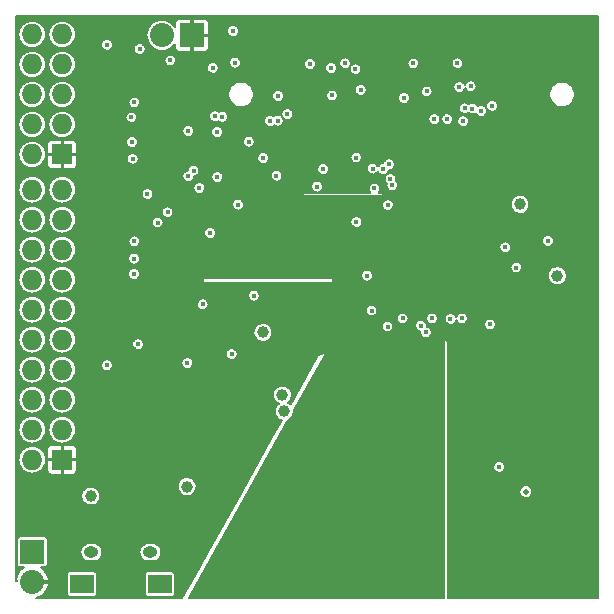
<source format=gbr>
%FSLAX34Y34*%
G04 Gerber Fmt 3.4, Leading zero omitted, Abs format*
G04 (created by PCBNEW (2014-06-12 BZR 4942)-product) date Tue 24 Jun 2014 09:26:14 PM PDT*
%MOIN*%
G01*
G70*
G90*
G04 APERTURE LIST*
%ADD10C,0.003937*%
%ADD11R,0.068000X0.068000*%
%ADD12O,0.068000X0.068000*%
%ADD13O,0.049213X0.037402*%
%ADD14R,0.080000X0.080000*%
%ADD15O,0.080000X0.080000*%
%ADD16C,0.039370*%
%ADD17C,0.019685*%
%ADD18C,0.015748*%
%ADD19C,0.007874*%
G04 APERTURE END LIST*
G54D10*
G54D11*
X50893Y-28712D03*
G54D12*
X49893Y-28712D03*
X50893Y-27712D03*
X49893Y-27712D03*
X50893Y-26712D03*
X49893Y-26712D03*
X50893Y-25712D03*
X49893Y-25712D03*
X50893Y-24712D03*
X49893Y-24712D03*
X50893Y-23712D03*
X49893Y-23712D03*
X50893Y-22712D03*
X49893Y-22712D03*
X50893Y-21712D03*
X49893Y-21712D03*
X50893Y-20712D03*
X49893Y-20712D03*
X50893Y-19712D03*
X49893Y-19712D03*
G54D13*
X51870Y-31791D03*
X53838Y-31791D03*
G54D10*
G36*
X51948Y-32549D02*
X51948Y-33159D01*
X51161Y-33159D01*
X51161Y-32549D01*
X51948Y-32549D01*
X51948Y-32549D01*
G37*
G36*
X54547Y-32549D02*
X54547Y-33159D01*
X53759Y-33159D01*
X53759Y-32549D01*
X54547Y-32549D01*
X54547Y-32549D01*
G37*
G54D11*
X50893Y-18535D03*
G54D12*
X49893Y-18535D03*
X50893Y-17535D03*
X49893Y-17535D03*
X50893Y-16535D03*
X49893Y-16535D03*
X50893Y-15535D03*
X49893Y-15535D03*
X50893Y-14535D03*
X49893Y-14535D03*
G54D14*
X49901Y-31783D03*
G54D15*
X49901Y-32783D03*
G54D14*
X55224Y-14566D03*
G54D15*
X54224Y-14566D03*
G54D16*
X55059Y-29606D03*
G54D17*
X66349Y-29777D03*
G54D18*
X67086Y-21417D03*
G54D16*
X67401Y-22577D03*
G54D18*
X66448Y-16881D03*
X57586Y-15622D03*
X64960Y-28393D03*
X66413Y-25732D03*
X64074Y-24566D03*
X64830Y-24834D03*
X65019Y-26188D03*
X66149Y-26015D03*
X65598Y-26275D03*
X63900Y-26400D03*
X54736Y-19789D03*
X55283Y-17471D03*
X55693Y-17855D03*
X55106Y-16299D03*
X54346Y-16311D03*
X53701Y-16909D03*
X51637Y-20283D03*
X53354Y-19377D03*
X51437Y-17720D03*
X51500Y-17172D03*
X51507Y-16661D03*
X51527Y-15814D03*
X51429Y-15157D03*
X53362Y-14346D03*
X53192Y-15551D03*
X53173Y-15929D03*
X53228Y-16397D03*
X53173Y-17011D03*
X53086Y-17494D03*
X53098Y-19856D03*
X55366Y-25625D03*
X56221Y-22621D03*
X55512Y-22845D03*
X53460Y-20681D03*
X53276Y-25022D03*
X53295Y-25629D03*
X53177Y-26326D03*
X53275Y-26822D03*
X53228Y-27614D03*
X53413Y-22255D03*
X53311Y-23165D03*
X53370Y-21653D03*
X53275Y-24405D03*
X54889Y-17507D03*
X55980Y-18578D03*
X58291Y-16225D03*
X63818Y-18870D03*
X55900Y-28600D03*
X63900Y-28400D03*
X61424Y-18885D03*
X59124Y-19433D03*
X67421Y-29143D03*
X66245Y-22597D03*
X65718Y-22726D03*
X64025Y-21476D03*
X63945Y-16573D03*
X55643Y-20005D03*
X67836Y-23103D03*
X60303Y-16405D03*
X58329Y-15508D03*
X54889Y-30083D03*
X57377Y-22603D03*
X56102Y-26108D03*
X66146Y-19441D03*
X65517Y-18778D03*
X65009Y-30814D03*
X53934Y-30051D03*
X59055Y-15754D03*
X66579Y-14406D03*
X62579Y-14412D03*
X61879Y-17324D03*
X53439Y-31374D03*
X49606Y-30875D03*
X66421Y-31244D03*
X62468Y-20854D03*
X62468Y-21208D03*
X62468Y-21561D03*
X62468Y-21914D03*
X62468Y-22267D03*
X62468Y-22624D03*
X62468Y-22973D03*
X62822Y-20854D03*
X62822Y-21208D03*
X62822Y-21561D03*
X62822Y-21914D03*
X62822Y-22267D03*
X62822Y-22624D03*
X62822Y-22973D03*
X63177Y-20854D03*
X63177Y-21208D03*
X63177Y-21561D03*
X63177Y-21914D03*
X63177Y-22267D03*
X63177Y-22624D03*
X63177Y-22973D03*
X63527Y-20854D03*
X63527Y-21208D03*
X63527Y-21561D03*
X63527Y-21914D03*
X63527Y-22267D03*
X63527Y-22624D03*
X63527Y-22973D03*
X63881Y-20854D03*
X63881Y-21208D03*
X63881Y-21561D03*
X63881Y-21914D03*
X63881Y-22267D03*
X63881Y-22624D03*
X63881Y-22973D03*
X64236Y-20854D03*
X64236Y-21208D03*
X64236Y-21561D03*
X64236Y-21914D03*
X64236Y-22267D03*
X64236Y-22624D03*
X64236Y-22973D03*
X64590Y-20854D03*
X64590Y-21208D03*
X64590Y-21561D03*
X64590Y-21914D03*
X64590Y-22267D03*
X64590Y-22624D03*
X64590Y-22973D03*
X61079Y-14418D03*
X59832Y-14370D03*
X63799Y-14340D03*
X59448Y-16161D03*
X65570Y-27775D03*
X57135Y-19891D03*
X57145Y-19891D03*
X58769Y-19124D03*
X57942Y-20098D03*
X54078Y-20804D03*
X61751Y-20226D03*
G54D16*
X66157Y-20201D03*
G54D18*
X62244Y-24000D03*
X63224Y-24000D03*
X65668Y-21629D03*
X66033Y-22303D03*
X62850Y-24244D03*
X63023Y-24469D03*
X63838Y-24015D03*
X61741Y-24271D03*
X61210Y-23739D03*
X65462Y-28946D03*
G54D16*
X51850Y-29921D03*
G54D18*
X65157Y-24200D03*
X64222Y-24000D03*
X64262Y-17426D03*
X61240Y-19005D03*
X65226Y-16913D03*
X61901Y-19565D03*
X64855Y-17083D03*
X61838Y-19355D03*
X64573Y-17003D03*
X61594Y-19025D03*
X63731Y-17359D03*
X61793Y-18864D03*
X58094Y-16582D03*
X55913Y-15647D03*
X61055Y-22574D03*
X60703Y-20783D03*
X60846Y-16386D03*
X60671Y-15693D03*
X60329Y-15496D03*
X56590Y-14420D03*
X59891Y-16568D03*
X59155Y-15525D03*
X58403Y-17191D03*
X54500Y-15400D03*
X55991Y-17261D03*
X53200Y-17300D03*
X57825Y-17415D03*
X53300Y-16800D03*
X58082Y-17409D03*
X53479Y-15024D03*
X59389Y-19606D03*
X61305Y-19669D03*
X56653Y-15476D03*
X57596Y-18649D03*
X57113Y-18109D03*
X56230Y-17275D03*
X53221Y-18125D03*
X53244Y-18680D03*
X64313Y-16993D03*
X55467Y-19650D03*
X64516Y-16264D03*
X53739Y-19853D03*
X64132Y-16288D03*
X56066Y-19289D03*
X64072Y-15496D03*
X52388Y-14880D03*
X63303Y-17356D03*
X57284Y-23241D03*
X55582Y-23532D03*
X59596Y-19025D03*
X56059Y-17783D03*
X63048Y-16436D03*
X62600Y-15500D03*
X59862Y-15649D03*
X55102Y-19259D03*
X62289Y-16652D03*
X54410Y-20460D03*
X53426Y-24864D03*
X56545Y-25191D03*
X55067Y-25489D03*
X56753Y-20206D03*
X52388Y-25565D03*
X60698Y-18637D03*
X58038Y-19241D03*
X53289Y-22521D03*
X53289Y-22007D03*
X55097Y-17751D03*
X55276Y-19072D03*
X53300Y-21430D03*
G54D16*
X58238Y-26555D03*
X58300Y-27100D03*
X57588Y-24468D03*
G54D18*
X55826Y-21151D03*
G54D19*
G36*
X68759Y-33326D02*
X67976Y-33326D01*
X67976Y-16493D01*
X67960Y-16412D01*
X67928Y-16335D01*
X67882Y-16266D01*
X67824Y-16207D01*
X67755Y-16161D01*
X67678Y-16129D01*
X67597Y-16112D01*
X67514Y-16111D01*
X67433Y-16127D01*
X67356Y-16158D01*
X67286Y-16203D01*
X67227Y-16262D01*
X67180Y-16330D01*
X67147Y-16406D01*
X67130Y-16488D01*
X67129Y-16571D01*
X67144Y-16652D01*
X67174Y-16729D01*
X67219Y-16799D01*
X67277Y-16859D01*
X67345Y-16906D01*
X67421Y-16939D01*
X67502Y-16957D01*
X67585Y-16959D01*
X67667Y-16945D01*
X67744Y-16915D01*
X67814Y-16870D01*
X67875Y-16813D01*
X67922Y-16745D01*
X67956Y-16669D01*
X67975Y-16588D01*
X67976Y-16493D01*
X67976Y-33326D01*
X67716Y-33326D01*
X67716Y-22546D01*
X67704Y-22486D01*
X67681Y-22428D01*
X67646Y-22377D01*
X67603Y-22333D01*
X67552Y-22299D01*
X67495Y-22275D01*
X67434Y-22262D01*
X67372Y-22262D01*
X67312Y-22273D01*
X67283Y-22285D01*
X67283Y-21398D01*
X67275Y-21360D01*
X67261Y-21324D01*
X67239Y-21292D01*
X67212Y-21264D01*
X67180Y-21243D01*
X67145Y-21228D01*
X67107Y-21220D01*
X67068Y-21220D01*
X67030Y-21227D01*
X66994Y-21242D01*
X66962Y-21263D01*
X66935Y-21290D01*
X66913Y-21322D01*
X66898Y-21357D01*
X66890Y-21395D01*
X66889Y-21433D01*
X66896Y-21471D01*
X66910Y-21507D01*
X66931Y-21540D01*
X66958Y-21567D01*
X66990Y-21589D01*
X67025Y-21605D01*
X67063Y-21613D01*
X67101Y-21614D01*
X67139Y-21607D01*
X67175Y-21593D01*
X67208Y-21573D01*
X67236Y-21546D01*
X67258Y-21515D01*
X67274Y-21479D01*
X67282Y-21442D01*
X67283Y-21398D01*
X67283Y-22285D01*
X67254Y-22297D01*
X67203Y-22330D01*
X67159Y-22374D01*
X67124Y-22425D01*
X67099Y-22481D01*
X67087Y-22542D01*
X67086Y-22603D01*
X67097Y-22664D01*
X67120Y-22722D01*
X67153Y-22774D01*
X67196Y-22818D01*
X67247Y-22853D01*
X67303Y-22878D01*
X67364Y-22891D01*
X67425Y-22893D01*
X67486Y-22882D01*
X67544Y-22859D01*
X67596Y-22826D01*
X67641Y-22784D01*
X67676Y-22733D01*
X67701Y-22677D01*
X67715Y-22617D01*
X67716Y-22546D01*
X67716Y-33326D01*
X66565Y-33326D01*
X66565Y-29756D01*
X66557Y-29714D01*
X66541Y-29675D01*
X66518Y-29640D01*
X66488Y-29609D01*
X66472Y-29599D01*
X66472Y-20170D01*
X66460Y-20109D01*
X66436Y-20052D01*
X66402Y-20001D01*
X66359Y-19957D01*
X66308Y-19922D01*
X66251Y-19898D01*
X66190Y-19886D01*
X66128Y-19885D01*
X66068Y-19897D01*
X66010Y-19920D01*
X65959Y-19954D01*
X65915Y-19997D01*
X65880Y-20048D01*
X65855Y-20105D01*
X65842Y-20165D01*
X65842Y-20227D01*
X65853Y-20288D01*
X65875Y-20345D01*
X65909Y-20397D01*
X65952Y-20442D01*
X66003Y-20477D01*
X66059Y-20502D01*
X66120Y-20515D01*
X66181Y-20516D01*
X66242Y-20506D01*
X66300Y-20483D01*
X66352Y-20450D01*
X66397Y-20407D01*
X66432Y-20357D01*
X66457Y-20301D01*
X66471Y-20240D01*
X66472Y-20170D01*
X66472Y-29599D01*
X66452Y-29586D01*
X66413Y-29569D01*
X66372Y-29561D01*
X66329Y-29560D01*
X66287Y-29568D01*
X66248Y-29584D01*
X66230Y-29596D01*
X66230Y-22283D01*
X66222Y-22245D01*
X66208Y-22210D01*
X66186Y-22178D01*
X66159Y-22150D01*
X66127Y-22129D01*
X66091Y-22114D01*
X66054Y-22106D01*
X66015Y-22106D01*
X65977Y-22113D01*
X65941Y-22127D01*
X65909Y-22148D01*
X65881Y-22176D01*
X65864Y-22200D01*
X65864Y-21609D01*
X65857Y-21571D01*
X65842Y-21536D01*
X65821Y-21504D01*
X65794Y-21476D01*
X65762Y-21455D01*
X65726Y-21440D01*
X65688Y-21432D01*
X65650Y-21432D01*
X65612Y-21439D01*
X65576Y-21453D01*
X65544Y-21474D01*
X65516Y-21501D01*
X65494Y-21533D01*
X65479Y-21569D01*
X65471Y-21607D01*
X65471Y-21645D01*
X65477Y-21683D01*
X65492Y-21719D01*
X65513Y-21751D01*
X65539Y-21779D01*
X65571Y-21801D01*
X65606Y-21817D01*
X65644Y-21825D01*
X65683Y-21826D01*
X65721Y-21819D01*
X65757Y-21805D01*
X65789Y-21785D01*
X65817Y-21758D01*
X65840Y-21726D01*
X65855Y-21691D01*
X65864Y-21653D01*
X65864Y-21609D01*
X65864Y-22200D01*
X65860Y-22207D01*
X65844Y-22243D01*
X65836Y-22281D01*
X65836Y-22319D01*
X65843Y-22357D01*
X65857Y-22393D01*
X65878Y-22426D01*
X65905Y-22453D01*
X65936Y-22475D01*
X65972Y-22491D01*
X66010Y-22499D01*
X66048Y-22500D01*
X66086Y-22493D01*
X66122Y-22479D01*
X66155Y-22459D01*
X66183Y-22432D01*
X66205Y-22400D01*
X66221Y-22365D01*
X66229Y-22327D01*
X66230Y-22283D01*
X66230Y-29596D01*
X66213Y-29607D01*
X66182Y-29637D01*
X66158Y-29672D01*
X66142Y-29711D01*
X66133Y-29753D01*
X66132Y-29795D01*
X66140Y-29837D01*
X66155Y-29877D01*
X66178Y-29912D01*
X66208Y-29943D01*
X66243Y-29967D01*
X66282Y-29984D01*
X66323Y-29993D01*
X66366Y-29994D01*
X66407Y-29987D01*
X66447Y-29971D01*
X66483Y-29949D01*
X66514Y-29919D01*
X66538Y-29885D01*
X66555Y-29846D01*
X66565Y-29804D01*
X66565Y-29756D01*
X66565Y-33326D01*
X65659Y-33326D01*
X65659Y-28927D01*
X65651Y-28889D01*
X65637Y-28853D01*
X65615Y-28821D01*
X65588Y-28794D01*
X65556Y-28772D01*
X65521Y-28757D01*
X65483Y-28750D01*
X65444Y-28749D01*
X65423Y-28753D01*
X65423Y-16894D01*
X65415Y-16856D01*
X65401Y-16821D01*
X65379Y-16788D01*
X65352Y-16761D01*
X65320Y-16739D01*
X65284Y-16724D01*
X65247Y-16717D01*
X65208Y-16716D01*
X65170Y-16724D01*
X65134Y-16738D01*
X65102Y-16759D01*
X65074Y-16786D01*
X65053Y-16818D01*
X65037Y-16854D01*
X65029Y-16891D01*
X65029Y-16930D01*
X65036Y-16968D01*
X65050Y-17004D01*
X65071Y-17036D01*
X65098Y-17064D01*
X65129Y-17086D01*
X65165Y-17102D01*
X65202Y-17110D01*
X65241Y-17111D01*
X65279Y-17104D01*
X65315Y-17090D01*
X65348Y-17069D01*
X65376Y-17043D01*
X65398Y-17011D01*
X65414Y-16976D01*
X65422Y-16938D01*
X65423Y-16894D01*
X65423Y-28753D01*
X65406Y-28757D01*
X65370Y-28771D01*
X65354Y-28782D01*
X65354Y-24181D01*
X65346Y-24143D01*
X65332Y-24107D01*
X65310Y-24075D01*
X65283Y-24048D01*
X65251Y-24026D01*
X65215Y-24011D01*
X65178Y-24004D01*
X65139Y-24003D01*
X65101Y-24011D01*
X65065Y-24025D01*
X65052Y-24034D01*
X65052Y-17063D01*
X65045Y-17025D01*
X65030Y-16990D01*
X65009Y-16958D01*
X64981Y-16930D01*
X64949Y-16909D01*
X64914Y-16894D01*
X64876Y-16886D01*
X64837Y-16886D01*
X64800Y-16893D01*
X64764Y-16907D01*
X64750Y-16916D01*
X64748Y-16910D01*
X64726Y-16878D01*
X64713Y-16864D01*
X64713Y-16245D01*
X64705Y-16207D01*
X64691Y-16171D01*
X64669Y-16139D01*
X64642Y-16112D01*
X64610Y-16090D01*
X64575Y-16075D01*
X64537Y-16068D01*
X64498Y-16067D01*
X64460Y-16075D01*
X64424Y-16089D01*
X64392Y-16110D01*
X64365Y-16137D01*
X64343Y-16169D01*
X64327Y-16204D01*
X64322Y-16232D01*
X64322Y-16231D01*
X64307Y-16195D01*
X64285Y-16163D01*
X64269Y-16146D01*
X64269Y-15477D01*
X64261Y-15439D01*
X64247Y-15403D01*
X64225Y-15371D01*
X64198Y-15344D01*
X64166Y-15322D01*
X64130Y-15307D01*
X64093Y-15300D01*
X64054Y-15299D01*
X64016Y-15307D01*
X63980Y-15321D01*
X63948Y-15342D01*
X63920Y-15369D01*
X63899Y-15401D01*
X63883Y-15437D01*
X63875Y-15474D01*
X63875Y-15513D01*
X63882Y-15551D01*
X63896Y-15587D01*
X63917Y-15619D01*
X63944Y-15647D01*
X63975Y-15669D01*
X64011Y-15684D01*
X64049Y-15693D01*
X64087Y-15694D01*
X64125Y-15687D01*
X64161Y-15673D01*
X64194Y-15652D01*
X64222Y-15626D01*
X64244Y-15594D01*
X64260Y-15559D01*
X64268Y-15521D01*
X64269Y-15477D01*
X64269Y-16146D01*
X64258Y-16136D01*
X64226Y-16114D01*
X64191Y-16099D01*
X64153Y-16091D01*
X64114Y-16091D01*
X64076Y-16098D01*
X64041Y-16113D01*
X64008Y-16134D01*
X63981Y-16161D01*
X63959Y-16193D01*
X63944Y-16228D01*
X63936Y-16266D01*
X63935Y-16304D01*
X63942Y-16342D01*
X63956Y-16378D01*
X63977Y-16411D01*
X64004Y-16439D01*
X64036Y-16461D01*
X64071Y-16476D01*
X64109Y-16484D01*
X64147Y-16485D01*
X64185Y-16478D01*
X64221Y-16464D01*
X64254Y-16444D01*
X64282Y-16417D01*
X64304Y-16386D01*
X64320Y-16350D01*
X64327Y-16321D01*
X64340Y-16355D01*
X64361Y-16387D01*
X64388Y-16415D01*
X64420Y-16437D01*
X64455Y-16452D01*
X64493Y-16461D01*
X64531Y-16462D01*
X64569Y-16455D01*
X64605Y-16441D01*
X64638Y-16420D01*
X64666Y-16394D01*
X64688Y-16362D01*
X64704Y-16327D01*
X64712Y-16289D01*
X64713Y-16245D01*
X64713Y-16864D01*
X64699Y-16850D01*
X64667Y-16829D01*
X64632Y-16814D01*
X64594Y-16806D01*
X64555Y-16806D01*
X64517Y-16813D01*
X64481Y-16828D01*
X64449Y-16849D01*
X64448Y-16850D01*
X64439Y-16840D01*
X64407Y-16819D01*
X64371Y-16804D01*
X64334Y-16796D01*
X64295Y-16796D01*
X64257Y-16803D01*
X64221Y-16817D01*
X64189Y-16838D01*
X64161Y-16866D01*
X64140Y-16897D01*
X64124Y-16933D01*
X64116Y-16971D01*
X64116Y-17009D01*
X64123Y-17047D01*
X64137Y-17083D01*
X64158Y-17116D01*
X64185Y-17143D01*
X64216Y-17165D01*
X64252Y-17181D01*
X64289Y-17189D01*
X64328Y-17190D01*
X64366Y-17183D01*
X64402Y-17169D01*
X64435Y-17149D01*
X64438Y-17146D01*
X64445Y-17153D01*
X64477Y-17175D01*
X64512Y-17191D01*
X64550Y-17199D01*
X64588Y-17200D01*
X64626Y-17193D01*
X64662Y-17179D01*
X64678Y-17169D01*
X64679Y-17173D01*
X64700Y-17205D01*
X64727Y-17233D01*
X64759Y-17255D01*
X64794Y-17271D01*
X64832Y-17279D01*
X64871Y-17280D01*
X64909Y-17273D01*
X64945Y-17259D01*
X64977Y-17238D01*
X65005Y-17212D01*
X65027Y-17180D01*
X65043Y-17145D01*
X65052Y-17107D01*
X65052Y-17063D01*
X65052Y-24034D01*
X65033Y-24046D01*
X65005Y-24073D01*
X64984Y-24105D01*
X64968Y-24140D01*
X64960Y-24178D01*
X64960Y-24217D01*
X64967Y-24255D01*
X64981Y-24291D01*
X65002Y-24323D01*
X65029Y-24351D01*
X65060Y-24373D01*
X65096Y-24388D01*
X65134Y-24397D01*
X65172Y-24398D01*
X65210Y-24391D01*
X65246Y-24377D01*
X65279Y-24356D01*
X65307Y-24330D01*
X65329Y-24298D01*
X65345Y-24263D01*
X65353Y-24225D01*
X65354Y-24181D01*
X65354Y-28782D01*
X65338Y-28792D01*
X65311Y-28819D01*
X65289Y-28851D01*
X65274Y-28887D01*
X65266Y-28924D01*
X65265Y-28963D01*
X65272Y-29001D01*
X65286Y-29037D01*
X65307Y-29069D01*
X65334Y-29097D01*
X65366Y-29119D01*
X65401Y-29134D01*
X65439Y-29143D01*
X65477Y-29144D01*
X65515Y-29137D01*
X65551Y-29123D01*
X65584Y-29102D01*
X65612Y-29076D01*
X65634Y-29044D01*
X65650Y-29009D01*
X65658Y-28971D01*
X65659Y-28927D01*
X65659Y-33326D01*
X64459Y-33326D01*
X64459Y-17407D01*
X64451Y-17369D01*
X64437Y-17334D01*
X64415Y-17301D01*
X64388Y-17274D01*
X64356Y-17252D01*
X64321Y-17238D01*
X64283Y-17230D01*
X64244Y-17229D01*
X64206Y-17237D01*
X64170Y-17251D01*
X64138Y-17272D01*
X64111Y-17299D01*
X64089Y-17331D01*
X64074Y-17367D01*
X64066Y-17404D01*
X64065Y-17443D01*
X64072Y-17481D01*
X64086Y-17517D01*
X64107Y-17549D01*
X64134Y-17577D01*
X64166Y-17599D01*
X64201Y-17615D01*
X64239Y-17623D01*
X64277Y-17624D01*
X64315Y-17617D01*
X64351Y-17603D01*
X64384Y-17582D01*
X64412Y-17556D01*
X64434Y-17524D01*
X64450Y-17489D01*
X64458Y-17451D01*
X64459Y-17407D01*
X64459Y-33326D01*
X64419Y-33326D01*
X64419Y-23981D01*
X64411Y-23943D01*
X64397Y-23908D01*
X64375Y-23875D01*
X64348Y-23848D01*
X64316Y-23826D01*
X64280Y-23811D01*
X64243Y-23804D01*
X64204Y-23803D01*
X64166Y-23811D01*
X64130Y-23825D01*
X64098Y-23846D01*
X64070Y-23873D01*
X64049Y-23905D01*
X64033Y-23941D01*
X64029Y-23964D01*
X64027Y-23958D01*
X64013Y-23922D01*
X63991Y-23890D01*
X63964Y-23863D01*
X63932Y-23841D01*
X63927Y-23839D01*
X63927Y-17340D01*
X63920Y-17302D01*
X63905Y-17266D01*
X63884Y-17234D01*
X63857Y-17207D01*
X63825Y-17185D01*
X63789Y-17170D01*
X63751Y-17163D01*
X63713Y-17162D01*
X63675Y-17169D01*
X63639Y-17184D01*
X63607Y-17205D01*
X63579Y-17232D01*
X63557Y-17264D01*
X63542Y-17299D01*
X63534Y-17337D01*
X63533Y-17376D01*
X63540Y-17414D01*
X63555Y-17450D01*
X63576Y-17482D01*
X63602Y-17510D01*
X63634Y-17532D01*
X63669Y-17547D01*
X63707Y-17556D01*
X63746Y-17556D01*
X63784Y-17550D01*
X63820Y-17536D01*
X63852Y-17515D01*
X63880Y-17488D01*
X63903Y-17457D01*
X63918Y-17422D01*
X63927Y-17384D01*
X63927Y-17340D01*
X63927Y-23839D01*
X63897Y-23826D01*
X63859Y-23819D01*
X63820Y-23818D01*
X63782Y-23825D01*
X63746Y-23840D01*
X63714Y-23861D01*
X63687Y-23888D01*
X63665Y-23920D01*
X63650Y-23955D01*
X63642Y-23993D01*
X63641Y-24032D01*
X63648Y-24070D01*
X63662Y-24106D01*
X63683Y-24138D01*
X63710Y-24166D01*
X63742Y-24188D01*
X63777Y-24203D01*
X63815Y-24212D01*
X63853Y-24212D01*
X63891Y-24206D01*
X63927Y-24192D01*
X63960Y-24171D01*
X63988Y-24144D01*
X64010Y-24113D01*
X64026Y-24078D01*
X64031Y-24053D01*
X64032Y-24055D01*
X64046Y-24091D01*
X64067Y-24123D01*
X64094Y-24151D01*
X64125Y-24173D01*
X64161Y-24188D01*
X64199Y-24197D01*
X64237Y-24198D01*
X64275Y-24191D01*
X64311Y-24177D01*
X64344Y-24156D01*
X64372Y-24130D01*
X64394Y-24098D01*
X64410Y-24063D01*
X64418Y-24025D01*
X64419Y-23981D01*
X64419Y-33326D01*
X63746Y-33326D01*
X63755Y-24775D01*
X63614Y-24647D01*
X63614Y-33326D01*
X63500Y-33326D01*
X63500Y-17337D01*
X63492Y-17299D01*
X63477Y-17263D01*
X63456Y-17231D01*
X63429Y-17204D01*
X63397Y-17182D01*
X63361Y-17167D01*
X63323Y-17160D01*
X63285Y-17159D01*
X63247Y-17167D01*
X63245Y-17167D01*
X63245Y-16417D01*
X63238Y-16379D01*
X63223Y-16343D01*
X63202Y-16311D01*
X63174Y-16284D01*
X63142Y-16262D01*
X63107Y-16247D01*
X63069Y-16239D01*
X63030Y-16239D01*
X62993Y-16246D01*
X62957Y-16261D01*
X62924Y-16282D01*
X62897Y-16309D01*
X62875Y-16341D01*
X62860Y-16376D01*
X62852Y-16414D01*
X62851Y-16453D01*
X62858Y-16491D01*
X62872Y-16527D01*
X62893Y-16559D01*
X62920Y-16587D01*
X62952Y-16609D01*
X62987Y-16624D01*
X63025Y-16633D01*
X63064Y-16633D01*
X63102Y-16627D01*
X63138Y-16613D01*
X63170Y-16592D01*
X63198Y-16565D01*
X63220Y-16534D01*
X63236Y-16499D01*
X63245Y-16461D01*
X63245Y-16417D01*
X63245Y-17167D01*
X63211Y-17181D01*
X63179Y-17202D01*
X63151Y-17229D01*
X63129Y-17261D01*
X63114Y-17296D01*
X63106Y-17334D01*
X63106Y-17373D01*
X63113Y-17411D01*
X63127Y-17447D01*
X63148Y-17479D01*
X63174Y-17507D01*
X63206Y-17529D01*
X63242Y-17544D01*
X63279Y-17553D01*
X63318Y-17553D01*
X63356Y-17547D01*
X63392Y-17533D01*
X63424Y-17512D01*
X63452Y-17486D01*
X63475Y-17454D01*
X63490Y-17419D01*
X63499Y-17381D01*
X63500Y-17337D01*
X63500Y-33326D01*
X63421Y-33326D01*
X63421Y-23981D01*
X63414Y-23943D01*
X63399Y-23908D01*
X63377Y-23875D01*
X63350Y-23848D01*
X63318Y-23826D01*
X63283Y-23811D01*
X63245Y-23804D01*
X63206Y-23803D01*
X63168Y-23811D01*
X63133Y-23825D01*
X63100Y-23846D01*
X63073Y-23873D01*
X63051Y-23905D01*
X63036Y-23941D01*
X63028Y-23978D01*
X63027Y-24017D01*
X63034Y-24055D01*
X63048Y-24091D01*
X63069Y-24123D01*
X63096Y-24151D01*
X63128Y-24173D01*
X63163Y-24188D01*
X63201Y-24197D01*
X63239Y-24198D01*
X63277Y-24191D01*
X63313Y-24177D01*
X63346Y-24156D01*
X63374Y-24130D01*
X63396Y-24098D01*
X63412Y-24063D01*
X63420Y-24025D01*
X63421Y-23981D01*
X63421Y-33326D01*
X63220Y-33326D01*
X63220Y-24449D01*
X63213Y-24411D01*
X63198Y-24376D01*
X63177Y-24344D01*
X63149Y-24316D01*
X63117Y-24295D01*
X63082Y-24280D01*
X63046Y-24272D01*
X63046Y-24268D01*
X63047Y-24224D01*
X63040Y-24186D01*
X63025Y-24151D01*
X63003Y-24119D01*
X62976Y-24091D01*
X62944Y-24070D01*
X62909Y-24055D01*
X62871Y-24047D01*
X62832Y-24047D01*
X62796Y-24053D01*
X62796Y-15480D01*
X62789Y-15442D01*
X62774Y-15407D01*
X62753Y-15374D01*
X62726Y-15347D01*
X62694Y-15326D01*
X62658Y-15311D01*
X62620Y-15303D01*
X62582Y-15303D01*
X62544Y-15310D01*
X62508Y-15324D01*
X62476Y-15345D01*
X62448Y-15372D01*
X62426Y-15404D01*
X62411Y-15440D01*
X62403Y-15477D01*
X62402Y-15516D01*
X62409Y-15554D01*
X62424Y-15590D01*
X62444Y-15622D01*
X62471Y-15650D01*
X62503Y-15672D01*
X62538Y-15688D01*
X62576Y-15696D01*
X62615Y-15697D01*
X62653Y-15690D01*
X62689Y-15676D01*
X62721Y-15655D01*
X62749Y-15629D01*
X62771Y-15597D01*
X62787Y-15562D01*
X62796Y-15524D01*
X62796Y-15480D01*
X62796Y-24053D01*
X62794Y-24054D01*
X62759Y-24068D01*
X62726Y-24089D01*
X62699Y-24116D01*
X62677Y-24148D01*
X62662Y-24184D01*
X62654Y-24222D01*
X62653Y-24260D01*
X62660Y-24298D01*
X62674Y-24334D01*
X62695Y-24366D01*
X62722Y-24394D01*
X62754Y-24416D01*
X62789Y-24432D01*
X62827Y-24440D01*
X62828Y-24440D01*
X62827Y-24447D01*
X62826Y-24485D01*
X62833Y-24523D01*
X62847Y-24559D01*
X62868Y-24591D01*
X62895Y-24619D01*
X62927Y-24641D01*
X62962Y-24657D01*
X63000Y-24665D01*
X63039Y-24666D01*
X63077Y-24659D01*
X63113Y-24645D01*
X63145Y-24624D01*
X63173Y-24598D01*
X63195Y-24566D01*
X63211Y-24531D01*
X63220Y-24493D01*
X63220Y-24449D01*
X63220Y-33326D01*
X62486Y-33326D01*
X62486Y-16633D01*
X62479Y-16595D01*
X62464Y-16559D01*
X62443Y-16527D01*
X62415Y-16500D01*
X62383Y-16478D01*
X62348Y-16463D01*
X62310Y-16455D01*
X62271Y-16455D01*
X62233Y-16462D01*
X62198Y-16477D01*
X62165Y-16498D01*
X62138Y-16525D01*
X62116Y-16557D01*
X62101Y-16592D01*
X62093Y-16630D01*
X62092Y-16669D01*
X62099Y-16707D01*
X62113Y-16742D01*
X62134Y-16775D01*
X62161Y-16803D01*
X62193Y-16825D01*
X62228Y-16840D01*
X62266Y-16848D01*
X62304Y-16849D01*
X62342Y-16842D01*
X62378Y-16829D01*
X62411Y-16808D01*
X62439Y-16781D01*
X62461Y-16750D01*
X62477Y-16714D01*
X62486Y-16677D01*
X62486Y-16633D01*
X62486Y-33326D01*
X62440Y-33326D01*
X62440Y-23981D01*
X62433Y-23943D01*
X62418Y-23908D01*
X62397Y-23875D01*
X62370Y-23848D01*
X62338Y-23826D01*
X62302Y-23811D01*
X62264Y-23804D01*
X62226Y-23803D01*
X62188Y-23811D01*
X62152Y-23825D01*
X62120Y-23846D01*
X62098Y-23868D01*
X62098Y-19545D01*
X62090Y-19508D01*
X62076Y-19472D01*
X62054Y-19440D01*
X62027Y-19412D01*
X62027Y-19412D01*
X62034Y-19380D01*
X62035Y-19336D01*
X62027Y-19298D01*
X62013Y-19263D01*
X61991Y-19230D01*
X61990Y-19229D01*
X61990Y-18845D01*
X61982Y-18807D01*
X61967Y-18772D01*
X61946Y-18739D01*
X61919Y-18712D01*
X61887Y-18690D01*
X61851Y-18675D01*
X61813Y-18668D01*
X61775Y-18667D01*
X61737Y-18675D01*
X61701Y-18689D01*
X61669Y-18710D01*
X61641Y-18737D01*
X61619Y-18769D01*
X61604Y-18805D01*
X61599Y-18828D01*
X61576Y-18828D01*
X61538Y-18835D01*
X61502Y-18850D01*
X61470Y-18871D01*
X61442Y-18898D01*
X61421Y-18929D01*
X61414Y-18913D01*
X61393Y-18880D01*
X61366Y-18853D01*
X61334Y-18831D01*
X61298Y-18816D01*
X61260Y-18809D01*
X61222Y-18808D01*
X61184Y-18816D01*
X61148Y-18830D01*
X61116Y-18851D01*
X61088Y-18878D01*
X61066Y-18910D01*
X61051Y-18946D01*
X61043Y-18983D01*
X61043Y-16366D01*
X61036Y-16329D01*
X61021Y-16293D01*
X61000Y-16261D01*
X60972Y-16233D01*
X60940Y-16212D01*
X60905Y-16197D01*
X60868Y-16189D01*
X60868Y-15674D01*
X60860Y-15636D01*
X60845Y-15600D01*
X60824Y-15568D01*
X60797Y-15540D01*
X60765Y-15519D01*
X60729Y-15504D01*
X60691Y-15496D01*
X60653Y-15496D01*
X60615Y-15503D01*
X60579Y-15518D01*
X60547Y-15539D01*
X60519Y-15566D01*
X60503Y-15589D01*
X60517Y-15558D01*
X60526Y-15520D01*
X60526Y-15476D01*
X60519Y-15438D01*
X60504Y-15403D01*
X60483Y-15371D01*
X60456Y-15343D01*
X60424Y-15322D01*
X60388Y-15307D01*
X60350Y-15299D01*
X60311Y-15299D01*
X60274Y-15306D01*
X60238Y-15320D01*
X60205Y-15341D01*
X60178Y-15368D01*
X60156Y-15400D01*
X60141Y-15436D01*
X60133Y-15474D01*
X60132Y-15512D01*
X60139Y-15550D01*
X60153Y-15586D01*
X60174Y-15618D01*
X60201Y-15646D01*
X60233Y-15668D01*
X60268Y-15684D01*
X60306Y-15692D01*
X60345Y-15693D01*
X60383Y-15686D01*
X60419Y-15672D01*
X60451Y-15651D01*
X60479Y-15625D01*
X60496Y-15601D01*
X60482Y-15633D01*
X60474Y-15671D01*
X60474Y-15709D01*
X60481Y-15747D01*
X60495Y-15783D01*
X60516Y-15816D01*
X60543Y-15843D01*
X60574Y-15866D01*
X60610Y-15881D01*
X60647Y-15889D01*
X60686Y-15890D01*
X60724Y-15883D01*
X60760Y-15869D01*
X60793Y-15849D01*
X60820Y-15822D01*
X60843Y-15791D01*
X60858Y-15755D01*
X60867Y-15718D01*
X60868Y-15674D01*
X60868Y-16189D01*
X60867Y-16189D01*
X60828Y-16189D01*
X60791Y-16196D01*
X60755Y-16210D01*
X60722Y-16232D01*
X60695Y-16259D01*
X60673Y-16290D01*
X60658Y-16326D01*
X60650Y-16364D01*
X60649Y-16402D01*
X60656Y-16440D01*
X60670Y-16476D01*
X60691Y-16509D01*
X60718Y-16536D01*
X60750Y-16558D01*
X60785Y-16574D01*
X60823Y-16582D01*
X60862Y-16583D01*
X60900Y-16576D01*
X60936Y-16562D01*
X60968Y-16542D01*
X60996Y-16515D01*
X61018Y-16483D01*
X61034Y-16448D01*
X61043Y-16411D01*
X61043Y-16366D01*
X61043Y-18983D01*
X61043Y-18983D01*
X61043Y-19022D01*
X61050Y-19060D01*
X61064Y-19096D01*
X61085Y-19128D01*
X61111Y-19156D01*
X61143Y-19178D01*
X61179Y-19194D01*
X61216Y-19202D01*
X61255Y-19203D01*
X61293Y-19196D01*
X61329Y-19182D01*
X61361Y-19161D01*
X61389Y-19135D01*
X61412Y-19103D01*
X61412Y-19101D01*
X61418Y-19116D01*
X61439Y-19148D01*
X61466Y-19176D01*
X61497Y-19198D01*
X61533Y-19213D01*
X61571Y-19222D01*
X61609Y-19222D01*
X61647Y-19216D01*
X61683Y-19202D01*
X61716Y-19181D01*
X61744Y-19154D01*
X61766Y-19123D01*
X61782Y-19088D01*
X61788Y-19061D01*
X61808Y-19062D01*
X61846Y-19055D01*
X61882Y-19041D01*
X61914Y-19020D01*
X61942Y-18994D01*
X61965Y-18962D01*
X61980Y-18927D01*
X61989Y-18889D01*
X61990Y-18845D01*
X61990Y-19229D01*
X61964Y-19203D01*
X61932Y-19181D01*
X61897Y-19166D01*
X61859Y-19159D01*
X61820Y-19158D01*
X61782Y-19166D01*
X61746Y-19180D01*
X61714Y-19201D01*
X61687Y-19228D01*
X61665Y-19260D01*
X61650Y-19296D01*
X61641Y-19333D01*
X61641Y-19372D01*
X61648Y-19410D01*
X61662Y-19446D01*
X61683Y-19478D01*
X61710Y-19506D01*
X61712Y-19508D01*
X61704Y-19543D01*
X61704Y-19581D01*
X61711Y-19619D01*
X61725Y-19655D01*
X61746Y-19688D01*
X61773Y-19715D01*
X61805Y-19737D01*
X61840Y-19753D01*
X61878Y-19761D01*
X61916Y-19762D01*
X61954Y-19755D01*
X61990Y-19741D01*
X62023Y-19721D01*
X62051Y-19694D01*
X62073Y-19662D01*
X62089Y-19627D01*
X62097Y-19589D01*
X62098Y-19545D01*
X62098Y-23868D01*
X62092Y-23873D01*
X62070Y-23905D01*
X62055Y-23941D01*
X62047Y-23978D01*
X62046Y-24017D01*
X62053Y-24055D01*
X62068Y-24091D01*
X62089Y-24123D01*
X62115Y-24151D01*
X62147Y-24173D01*
X62182Y-24188D01*
X62220Y-24197D01*
X62259Y-24198D01*
X62297Y-24191D01*
X62333Y-24177D01*
X62365Y-24156D01*
X62393Y-24130D01*
X62416Y-24098D01*
X62431Y-24063D01*
X62440Y-24025D01*
X62440Y-23981D01*
X62440Y-33326D01*
X61948Y-33326D01*
X61948Y-20207D01*
X61940Y-20169D01*
X61926Y-20133D01*
X61904Y-20101D01*
X61877Y-20074D01*
X61845Y-20052D01*
X61810Y-20037D01*
X61772Y-20030D01*
X61733Y-20029D01*
X61695Y-20037D01*
X61659Y-20051D01*
X61627Y-20072D01*
X61600Y-20099D01*
X61584Y-20122D01*
X61584Y-19921D01*
X61584Y-19812D01*
X61440Y-19812D01*
X61454Y-19798D01*
X61477Y-19767D01*
X61492Y-19732D01*
X61501Y-19694D01*
X61501Y-19650D01*
X61494Y-19612D01*
X61479Y-19576D01*
X61458Y-19544D01*
X61431Y-19517D01*
X61399Y-19495D01*
X61363Y-19480D01*
X61325Y-19472D01*
X61287Y-19472D01*
X61249Y-19479D01*
X61213Y-19494D01*
X61181Y-19515D01*
X61153Y-19542D01*
X61131Y-19574D01*
X61116Y-19609D01*
X61108Y-19647D01*
X61107Y-19686D01*
X61114Y-19724D01*
X61129Y-19760D01*
X61150Y-19792D01*
X61169Y-19812D01*
X60895Y-19812D01*
X60895Y-18618D01*
X60888Y-18580D01*
X60873Y-18544D01*
X60852Y-18512D01*
X60825Y-18485D01*
X60793Y-18463D01*
X60757Y-18448D01*
X60719Y-18440D01*
X60681Y-18440D01*
X60643Y-18447D01*
X60607Y-18462D01*
X60575Y-18483D01*
X60547Y-18510D01*
X60525Y-18542D01*
X60510Y-18577D01*
X60502Y-18615D01*
X60501Y-18654D01*
X60508Y-18692D01*
X60523Y-18728D01*
X60543Y-18760D01*
X60570Y-18788D01*
X60602Y-18810D01*
X60637Y-18825D01*
X60675Y-18834D01*
X60714Y-18834D01*
X60752Y-18828D01*
X60788Y-18814D01*
X60820Y-18793D01*
X60848Y-18766D01*
X60870Y-18735D01*
X60886Y-18700D01*
X60895Y-18662D01*
X60895Y-18618D01*
X60895Y-19812D01*
X60088Y-19812D01*
X60088Y-16549D01*
X60081Y-16511D01*
X60066Y-16475D01*
X60059Y-16464D01*
X60059Y-15630D01*
X60051Y-15592D01*
X60036Y-15556D01*
X60015Y-15524D01*
X59988Y-15497D01*
X59956Y-15475D01*
X59920Y-15460D01*
X59882Y-15452D01*
X59844Y-15452D01*
X59806Y-15459D01*
X59770Y-15474D01*
X59738Y-15495D01*
X59710Y-15522D01*
X59688Y-15554D01*
X59673Y-15589D01*
X59665Y-15627D01*
X59665Y-15666D01*
X59672Y-15704D01*
X59686Y-15740D01*
X59707Y-15772D01*
X59734Y-15800D01*
X59765Y-15822D01*
X59801Y-15837D01*
X59838Y-15846D01*
X59877Y-15846D01*
X59915Y-15840D01*
X59951Y-15826D01*
X59983Y-15805D01*
X60011Y-15778D01*
X60034Y-15747D01*
X60049Y-15712D01*
X60058Y-15674D01*
X60059Y-15630D01*
X60059Y-16464D01*
X60045Y-16443D01*
X60017Y-16415D01*
X59985Y-16394D01*
X59950Y-16379D01*
X59912Y-16371D01*
X59873Y-16371D01*
X59835Y-16378D01*
X59800Y-16393D01*
X59767Y-16414D01*
X59740Y-16441D01*
X59718Y-16473D01*
X59703Y-16508D01*
X59695Y-16546D01*
X59694Y-16584D01*
X59701Y-16622D01*
X59715Y-16658D01*
X59736Y-16691D01*
X59763Y-16718D01*
X59795Y-16740D01*
X59830Y-16756D01*
X59868Y-16764D01*
X59906Y-16765D01*
X59944Y-16758D01*
X59980Y-16744D01*
X60013Y-16724D01*
X60041Y-16697D01*
X60063Y-16666D01*
X60079Y-16630D01*
X60087Y-16593D01*
X60088Y-16549D01*
X60088Y-19812D01*
X59793Y-19812D01*
X59793Y-19006D01*
X59785Y-18968D01*
X59771Y-18932D01*
X59749Y-18900D01*
X59722Y-18873D01*
X59690Y-18851D01*
X59654Y-18836D01*
X59617Y-18828D01*
X59578Y-18828D01*
X59540Y-18835D01*
X59504Y-18850D01*
X59472Y-18871D01*
X59444Y-18898D01*
X59423Y-18930D01*
X59407Y-18965D01*
X59399Y-19003D01*
X59399Y-19042D01*
X59406Y-19080D01*
X59420Y-19116D01*
X59441Y-19148D01*
X59468Y-19176D01*
X59499Y-19198D01*
X59535Y-19213D01*
X59573Y-19222D01*
X59611Y-19222D01*
X59649Y-19216D01*
X59685Y-19202D01*
X59718Y-19181D01*
X59746Y-19154D01*
X59768Y-19123D01*
X59784Y-19088D01*
X59792Y-19050D01*
X59793Y-19006D01*
X59793Y-19812D01*
X59586Y-19812D01*
X59586Y-19586D01*
X59579Y-19549D01*
X59564Y-19513D01*
X59543Y-19481D01*
X59515Y-19453D01*
X59483Y-19432D01*
X59448Y-19417D01*
X59410Y-19409D01*
X59371Y-19409D01*
X59352Y-19412D01*
X59352Y-15506D01*
X59345Y-15468D01*
X59330Y-15432D01*
X59309Y-15400D01*
X59281Y-15372D01*
X59249Y-15351D01*
X59214Y-15336D01*
X59176Y-15328D01*
X59137Y-15328D01*
X59100Y-15335D01*
X59064Y-15350D01*
X59031Y-15371D01*
X59004Y-15398D01*
X58982Y-15430D01*
X58967Y-15465D01*
X58959Y-15503D01*
X58958Y-15541D01*
X58965Y-15579D01*
X58979Y-15615D01*
X59000Y-15648D01*
X59027Y-15675D01*
X59059Y-15697D01*
X59094Y-15713D01*
X59132Y-15721D01*
X59171Y-15722D01*
X59209Y-15715D01*
X59245Y-15701D01*
X59277Y-15681D01*
X59305Y-15654D01*
X59327Y-15623D01*
X59343Y-15587D01*
X59352Y-15550D01*
X59352Y-15506D01*
X59352Y-19412D01*
X59333Y-19416D01*
X59298Y-19431D01*
X59265Y-19452D01*
X59238Y-19479D01*
X59216Y-19511D01*
X59201Y-19546D01*
X59193Y-19584D01*
X59192Y-19622D01*
X59199Y-19660D01*
X59213Y-19696D01*
X59234Y-19729D01*
X59261Y-19756D01*
X59293Y-19778D01*
X59328Y-19794D01*
X59366Y-19802D01*
X59404Y-19803D01*
X59442Y-19796D01*
X59478Y-19782D01*
X59511Y-19762D01*
X59539Y-19735D01*
X59561Y-19704D01*
X59577Y-19668D01*
X59586Y-19631D01*
X59586Y-19586D01*
X59586Y-19812D01*
X58927Y-19812D01*
X58927Y-19921D01*
X61584Y-19921D01*
X61584Y-20122D01*
X61578Y-20131D01*
X61563Y-20167D01*
X61555Y-20204D01*
X61554Y-20243D01*
X61561Y-20281D01*
X61575Y-20317D01*
X61584Y-20331D01*
X61596Y-20349D01*
X61623Y-20377D01*
X61655Y-20399D01*
X61690Y-20414D01*
X61728Y-20423D01*
X61766Y-20424D01*
X61804Y-20417D01*
X61840Y-20403D01*
X61873Y-20382D01*
X61901Y-20356D01*
X61923Y-20324D01*
X61939Y-20289D01*
X61947Y-20251D01*
X61948Y-20207D01*
X61948Y-33326D01*
X61938Y-33326D01*
X61938Y-24251D01*
X61930Y-24213D01*
X61916Y-24178D01*
X61894Y-24146D01*
X61867Y-24118D01*
X61835Y-24097D01*
X61800Y-24082D01*
X61762Y-24074D01*
X61723Y-24074D01*
X61685Y-24081D01*
X61649Y-24095D01*
X61617Y-24116D01*
X61590Y-24143D01*
X61584Y-24151D01*
X61568Y-24175D01*
X61552Y-24211D01*
X61544Y-24249D01*
X61544Y-24287D01*
X61551Y-24325D01*
X61565Y-24361D01*
X61584Y-24391D01*
X61586Y-24393D01*
X61613Y-24421D01*
X61645Y-24443D01*
X61680Y-24459D01*
X61718Y-24467D01*
X61756Y-24468D01*
X61794Y-24461D01*
X61830Y-24447D01*
X61863Y-24426D01*
X61891Y-24400D01*
X61913Y-24368D01*
X61929Y-24333D01*
X61937Y-24295D01*
X61938Y-24251D01*
X61938Y-33326D01*
X61584Y-33326D01*
X61406Y-33326D01*
X61406Y-23720D01*
X61399Y-23682D01*
X61384Y-23646D01*
X61363Y-23614D01*
X61336Y-23587D01*
X61304Y-23565D01*
X61268Y-23550D01*
X61251Y-23547D01*
X61251Y-22555D01*
X61244Y-22517D01*
X61229Y-22481D01*
X61208Y-22449D01*
X61181Y-22422D01*
X61149Y-22400D01*
X61113Y-22385D01*
X61075Y-22378D01*
X61037Y-22377D01*
X60999Y-22385D01*
X60963Y-22399D01*
X60931Y-22420D01*
X60903Y-22447D01*
X60900Y-22452D01*
X60900Y-20764D01*
X60892Y-20726D01*
X60878Y-20690D01*
X60856Y-20658D01*
X60829Y-20631D01*
X60797Y-20609D01*
X60762Y-20594D01*
X60724Y-20586D01*
X60685Y-20586D01*
X60647Y-20593D01*
X60611Y-20608D01*
X60579Y-20629D01*
X60552Y-20656D01*
X60530Y-20688D01*
X60515Y-20723D01*
X60506Y-20761D01*
X60506Y-20800D01*
X60513Y-20838D01*
X60527Y-20874D01*
X60548Y-20906D01*
X60575Y-20934D01*
X60607Y-20956D01*
X60642Y-20971D01*
X60680Y-20980D01*
X60718Y-20980D01*
X60756Y-20974D01*
X60792Y-20960D01*
X60825Y-20939D01*
X60853Y-20912D01*
X60875Y-20881D01*
X60891Y-20846D01*
X60899Y-20808D01*
X60900Y-20764D01*
X60900Y-22452D01*
X60881Y-22479D01*
X60866Y-22514D01*
X60858Y-22552D01*
X60858Y-22591D01*
X60864Y-22629D01*
X60879Y-22665D01*
X60900Y-22697D01*
X60926Y-22725D01*
X60958Y-22747D01*
X60993Y-22762D01*
X61031Y-22771D01*
X61070Y-22772D01*
X61108Y-22765D01*
X61144Y-22751D01*
X61176Y-22730D01*
X61204Y-22704D01*
X61227Y-22672D01*
X61242Y-22637D01*
X61251Y-22599D01*
X61251Y-22555D01*
X61251Y-23547D01*
X61230Y-23542D01*
X61192Y-23542D01*
X61154Y-23549D01*
X61118Y-23564D01*
X61086Y-23585D01*
X61058Y-23612D01*
X61036Y-23644D01*
X61021Y-23679D01*
X61013Y-23717D01*
X61012Y-23756D01*
X61019Y-23794D01*
X61034Y-23829D01*
X61055Y-23862D01*
X61081Y-23890D01*
X61113Y-23912D01*
X61148Y-23927D01*
X61186Y-23935D01*
X61225Y-23936D01*
X61263Y-23930D01*
X61299Y-23916D01*
X61331Y-23895D01*
X61359Y-23868D01*
X61382Y-23837D01*
X61397Y-23802D01*
X61406Y-23764D01*
X61406Y-23720D01*
X61406Y-33326D01*
X59925Y-33326D01*
X59925Y-22667D01*
X58600Y-22667D01*
X58600Y-17171D01*
X58592Y-17133D01*
X58577Y-17098D01*
X58556Y-17066D01*
X58529Y-17038D01*
X58497Y-17017D01*
X58461Y-17002D01*
X58423Y-16994D01*
X58385Y-16994D01*
X58347Y-17001D01*
X58311Y-17015D01*
X58291Y-17029D01*
X58291Y-16563D01*
X58283Y-16525D01*
X58269Y-16489D01*
X58247Y-16457D01*
X58220Y-16430D01*
X58188Y-16408D01*
X58152Y-16393D01*
X58115Y-16385D01*
X58076Y-16385D01*
X58038Y-16392D01*
X58002Y-16407D01*
X57970Y-16428D01*
X57942Y-16455D01*
X57921Y-16487D01*
X57905Y-16522D01*
X57897Y-16560D01*
X57897Y-16599D01*
X57904Y-16637D01*
X57918Y-16673D01*
X57939Y-16705D01*
X57966Y-16733D01*
X57997Y-16755D01*
X58033Y-16770D01*
X58071Y-16779D01*
X58109Y-16779D01*
X58147Y-16773D01*
X58183Y-16759D01*
X58216Y-16738D01*
X58244Y-16711D01*
X58266Y-16680D01*
X58282Y-16645D01*
X58290Y-16607D01*
X58291Y-16563D01*
X58291Y-17029D01*
X58279Y-17036D01*
X58251Y-17063D01*
X58229Y-17095D01*
X58214Y-17131D01*
X58206Y-17169D01*
X58206Y-17207D01*
X58213Y-17245D01*
X58223Y-17271D01*
X58208Y-17257D01*
X58176Y-17235D01*
X58141Y-17220D01*
X58103Y-17212D01*
X58064Y-17212D01*
X58026Y-17219D01*
X57991Y-17234D01*
X57958Y-17255D01*
X57950Y-17263D01*
X57919Y-17241D01*
X57883Y-17226D01*
X57846Y-17219D01*
X57807Y-17218D01*
X57769Y-17226D01*
X57733Y-17240D01*
X57701Y-17261D01*
X57673Y-17288D01*
X57651Y-17320D01*
X57636Y-17356D01*
X57628Y-17393D01*
X57628Y-17432D01*
X57635Y-17470D01*
X57649Y-17506D01*
X57670Y-17538D01*
X57697Y-17566D01*
X57728Y-17588D01*
X57764Y-17604D01*
X57801Y-17612D01*
X57840Y-17613D01*
X57878Y-17606D01*
X57914Y-17592D01*
X57947Y-17571D01*
X57957Y-17562D01*
X57986Y-17582D01*
X58021Y-17597D01*
X58059Y-17605D01*
X58097Y-17606D01*
X58135Y-17599D01*
X58171Y-17586D01*
X58204Y-17565D01*
X58232Y-17538D01*
X58254Y-17507D01*
X58270Y-17471D01*
X58278Y-17434D01*
X58279Y-17390D01*
X58272Y-17352D01*
X58262Y-17328D01*
X58274Y-17341D01*
X58306Y-17363D01*
X58342Y-17379D01*
X58379Y-17387D01*
X58418Y-17388D01*
X58456Y-17381D01*
X58492Y-17367D01*
X58524Y-17347D01*
X58552Y-17320D01*
X58575Y-17288D01*
X58590Y-17253D01*
X58599Y-17215D01*
X58600Y-17171D01*
X58600Y-22667D01*
X58235Y-22667D01*
X58235Y-19221D01*
X58227Y-19183D01*
X58212Y-19148D01*
X58191Y-19116D01*
X58164Y-19088D01*
X58132Y-19067D01*
X58096Y-19052D01*
X58058Y-19044D01*
X58020Y-19044D01*
X57982Y-19051D01*
X57946Y-19065D01*
X57914Y-19086D01*
X57886Y-19113D01*
X57864Y-19145D01*
X57849Y-19181D01*
X57841Y-19219D01*
X57841Y-19257D01*
X57848Y-19295D01*
X57862Y-19331D01*
X57883Y-19363D01*
X57910Y-19391D01*
X57941Y-19413D01*
X57977Y-19429D01*
X58014Y-19437D01*
X58053Y-19438D01*
X58091Y-19431D01*
X58127Y-19417D01*
X58160Y-19396D01*
X58188Y-19370D01*
X58210Y-19338D01*
X58225Y-19303D01*
X58234Y-19265D01*
X58235Y-19221D01*
X58235Y-22667D01*
X57793Y-22667D01*
X57793Y-18629D01*
X57786Y-18592D01*
X57771Y-18556D01*
X57750Y-18524D01*
X57722Y-18496D01*
X57690Y-18475D01*
X57655Y-18460D01*
X57617Y-18452D01*
X57578Y-18452D01*
X57541Y-18459D01*
X57505Y-18473D01*
X57472Y-18495D01*
X57445Y-18522D01*
X57423Y-18553D01*
X57408Y-18589D01*
X57400Y-18627D01*
X57399Y-18665D01*
X57406Y-18703D01*
X57420Y-18739D01*
X57441Y-18772D01*
X57468Y-18799D01*
X57500Y-18821D01*
X57535Y-18837D01*
X57573Y-18845D01*
X57612Y-18846D01*
X57650Y-18839D01*
X57686Y-18825D01*
X57718Y-18805D01*
X57746Y-18778D01*
X57768Y-18746D01*
X57784Y-18711D01*
X57793Y-18674D01*
X57793Y-18629D01*
X57793Y-22667D01*
X57310Y-22667D01*
X57310Y-18090D01*
X57303Y-18052D01*
X57288Y-18016D01*
X57279Y-18003D01*
X57279Y-16493D01*
X57263Y-16412D01*
X57231Y-16335D01*
X57185Y-16266D01*
X57127Y-16207D01*
X57058Y-16161D01*
X56982Y-16129D01*
X56900Y-16112D01*
X56850Y-16112D01*
X56850Y-15457D01*
X56842Y-15419D01*
X56828Y-15383D01*
X56806Y-15351D01*
X56787Y-15331D01*
X56787Y-14401D01*
X56779Y-14363D01*
X56765Y-14327D01*
X56743Y-14295D01*
X56716Y-14268D01*
X56684Y-14246D01*
X56649Y-14231D01*
X56611Y-14223D01*
X56572Y-14223D01*
X56534Y-14230D01*
X56498Y-14245D01*
X56466Y-14266D01*
X56439Y-14293D01*
X56417Y-14325D01*
X56402Y-14360D01*
X56393Y-14398D01*
X56393Y-14437D01*
X56400Y-14475D01*
X56414Y-14511D01*
X56435Y-14543D01*
X56462Y-14571D01*
X56494Y-14593D01*
X56529Y-14608D01*
X56567Y-14617D01*
X56605Y-14617D01*
X56643Y-14611D01*
X56679Y-14597D01*
X56712Y-14576D01*
X56740Y-14549D01*
X56762Y-14518D01*
X56778Y-14483D01*
X56786Y-14445D01*
X56787Y-14401D01*
X56787Y-15331D01*
X56779Y-15323D01*
X56747Y-15302D01*
X56712Y-15287D01*
X56674Y-15279D01*
X56635Y-15279D01*
X56597Y-15286D01*
X56561Y-15301D01*
X56529Y-15322D01*
X56502Y-15349D01*
X56480Y-15381D01*
X56464Y-15416D01*
X56456Y-15454D01*
X56456Y-15492D01*
X56463Y-15530D01*
X56477Y-15566D01*
X56498Y-15599D01*
X56525Y-15627D01*
X56557Y-15649D01*
X56592Y-15664D01*
X56630Y-15672D01*
X56668Y-15673D01*
X56706Y-15666D01*
X56742Y-15652D01*
X56775Y-15632D01*
X56803Y-15605D01*
X56825Y-15574D01*
X56841Y-15538D01*
X56849Y-15501D01*
X56850Y-15457D01*
X56850Y-16112D01*
X56817Y-16111D01*
X56736Y-16127D01*
X56659Y-16158D01*
X56589Y-16203D01*
X56530Y-16262D01*
X56483Y-16330D01*
X56450Y-16406D01*
X56433Y-16488D01*
X56432Y-16571D01*
X56447Y-16652D01*
X56478Y-16729D01*
X56523Y-16799D01*
X56580Y-16859D01*
X56648Y-16906D01*
X56724Y-16939D01*
X56805Y-16957D01*
X56888Y-16959D01*
X56970Y-16945D01*
X57048Y-16915D01*
X57118Y-16870D01*
X57178Y-16813D01*
X57226Y-16745D01*
X57259Y-16669D01*
X57278Y-16588D01*
X57279Y-16493D01*
X57279Y-18003D01*
X57267Y-17984D01*
X57240Y-17957D01*
X57208Y-17935D01*
X57172Y-17920D01*
X57134Y-17912D01*
X57096Y-17912D01*
X57058Y-17919D01*
X57022Y-17934D01*
X56989Y-17955D01*
X56962Y-17982D01*
X56940Y-18014D01*
X56925Y-18049D01*
X56917Y-18087D01*
X56916Y-18126D01*
X56923Y-18164D01*
X56937Y-18199D01*
X56958Y-18232D01*
X56985Y-18260D01*
X57017Y-18282D01*
X57052Y-18297D01*
X57090Y-18305D01*
X57129Y-18306D01*
X57167Y-18299D01*
X57203Y-18286D01*
X57235Y-18265D01*
X57263Y-18238D01*
X57285Y-18207D01*
X57301Y-18171D01*
X57310Y-18134D01*
X57310Y-18090D01*
X57310Y-22667D01*
X56950Y-22667D01*
X56950Y-20187D01*
X56942Y-20149D01*
X56928Y-20113D01*
X56906Y-20081D01*
X56879Y-20054D01*
X56847Y-20032D01*
X56812Y-20017D01*
X56774Y-20009D01*
X56735Y-20009D01*
X56697Y-20016D01*
X56661Y-20031D01*
X56629Y-20052D01*
X56602Y-20079D01*
X56580Y-20111D01*
X56564Y-20146D01*
X56556Y-20184D01*
X56556Y-20223D01*
X56563Y-20261D01*
X56577Y-20296D01*
X56598Y-20329D01*
X56625Y-20357D01*
X56657Y-20379D01*
X56692Y-20394D01*
X56730Y-20402D01*
X56768Y-20403D01*
X56806Y-20397D01*
X56842Y-20383D01*
X56875Y-20362D01*
X56903Y-20335D01*
X56925Y-20304D01*
X56941Y-20268D01*
X56949Y-20231D01*
X56950Y-20187D01*
X56950Y-22667D01*
X56427Y-22667D01*
X56427Y-17256D01*
X56420Y-17218D01*
X56405Y-17182D01*
X56383Y-17150D01*
X56356Y-17123D01*
X56324Y-17101D01*
X56289Y-17086D01*
X56251Y-17078D01*
X56212Y-17078D01*
X56174Y-17085D01*
X56139Y-17100D01*
X56120Y-17112D01*
X56117Y-17108D01*
X56110Y-17104D01*
X56110Y-15628D01*
X56102Y-15590D01*
X56088Y-15554D01*
X56066Y-15522D01*
X56039Y-15495D01*
X56007Y-15473D01*
X55971Y-15458D01*
X55934Y-15450D01*
X55895Y-15450D01*
X55857Y-15457D01*
X55821Y-15472D01*
X55789Y-15493D01*
X55781Y-15500D01*
X55781Y-14982D01*
X55781Y-14951D01*
X55781Y-14625D01*
X55781Y-14507D01*
X55781Y-14182D01*
X55781Y-14151D01*
X55775Y-14120D01*
X55763Y-14092D01*
X55746Y-14066D01*
X55724Y-14044D01*
X55699Y-14027D01*
X55670Y-14015D01*
X55639Y-14009D01*
X55283Y-14009D01*
X55244Y-14048D01*
X55244Y-14547D01*
X55742Y-14547D01*
X55781Y-14507D01*
X55781Y-14625D01*
X55742Y-14586D01*
X55244Y-14586D01*
X55244Y-15085D01*
X55283Y-15124D01*
X55639Y-15124D01*
X55670Y-15118D01*
X55699Y-15106D01*
X55724Y-15089D01*
X55746Y-15067D01*
X55763Y-15041D01*
X55775Y-15012D01*
X55781Y-14982D01*
X55781Y-15500D01*
X55761Y-15520D01*
X55740Y-15552D01*
X55724Y-15587D01*
X55716Y-15625D01*
X55716Y-15664D01*
X55723Y-15702D01*
X55737Y-15738D01*
X55758Y-15770D01*
X55785Y-15798D01*
X55816Y-15820D01*
X55852Y-15835D01*
X55889Y-15844D01*
X55928Y-15844D01*
X55966Y-15838D01*
X56002Y-15824D01*
X56035Y-15803D01*
X56063Y-15776D01*
X56085Y-15745D01*
X56101Y-15710D01*
X56109Y-15672D01*
X56110Y-15628D01*
X56110Y-17104D01*
X56085Y-17087D01*
X56049Y-17072D01*
X56011Y-17064D01*
X55973Y-17064D01*
X55935Y-17071D01*
X55899Y-17085D01*
X55867Y-17107D01*
X55839Y-17134D01*
X55817Y-17165D01*
X55802Y-17201D01*
X55794Y-17239D01*
X55793Y-17277D01*
X55800Y-17315D01*
X55815Y-17351D01*
X55836Y-17384D01*
X55862Y-17411D01*
X55894Y-17433D01*
X55929Y-17449D01*
X55967Y-17457D01*
X56006Y-17458D01*
X56044Y-17451D01*
X56080Y-17437D01*
X56100Y-17424D01*
X56102Y-17426D01*
X56134Y-17448D01*
X56169Y-17463D01*
X56207Y-17472D01*
X56245Y-17472D01*
X56283Y-17466D01*
X56319Y-17452D01*
X56352Y-17431D01*
X56380Y-17404D01*
X56402Y-17373D01*
X56418Y-17338D01*
X56426Y-17300D01*
X56427Y-17256D01*
X56427Y-22667D01*
X56263Y-22667D01*
X56263Y-19270D01*
X56255Y-19234D01*
X56255Y-17764D01*
X56248Y-17726D01*
X56233Y-17690D01*
X56212Y-17658D01*
X56185Y-17631D01*
X56153Y-17609D01*
X56117Y-17594D01*
X56079Y-17586D01*
X56041Y-17586D01*
X56003Y-17593D01*
X55967Y-17608D01*
X55935Y-17629D01*
X55907Y-17656D01*
X55885Y-17688D01*
X55870Y-17723D01*
X55862Y-17761D01*
X55861Y-17800D01*
X55868Y-17837D01*
X55883Y-17873D01*
X55904Y-17906D01*
X55930Y-17934D01*
X55962Y-17956D01*
X55997Y-17971D01*
X56035Y-17979D01*
X56074Y-17980D01*
X56112Y-17973D01*
X56148Y-17960D01*
X56180Y-17939D01*
X56208Y-17912D01*
X56231Y-17881D01*
X56246Y-17845D01*
X56255Y-17808D01*
X56255Y-17764D01*
X56255Y-19234D01*
X56255Y-19232D01*
X56240Y-19196D01*
X56219Y-19164D01*
X56192Y-19137D01*
X56160Y-19115D01*
X56124Y-19100D01*
X56086Y-19093D01*
X56048Y-19092D01*
X56010Y-19100D01*
X55974Y-19114D01*
X55942Y-19135D01*
X55914Y-19162D01*
X55892Y-19194D01*
X55877Y-19230D01*
X55869Y-19267D01*
X55869Y-19306D01*
X55876Y-19344D01*
X55890Y-19380D01*
X55911Y-19412D01*
X55937Y-19440D01*
X55969Y-19462D01*
X56005Y-19477D01*
X56042Y-19486D01*
X56081Y-19487D01*
X56119Y-19480D01*
X56155Y-19466D01*
X56187Y-19445D01*
X56215Y-19419D01*
X56238Y-19387D01*
X56253Y-19352D01*
X56262Y-19314D01*
X56263Y-19270D01*
X56263Y-22667D01*
X56023Y-22667D01*
X56023Y-21132D01*
X56016Y-21094D01*
X56001Y-21058D01*
X55980Y-21026D01*
X55952Y-20999D01*
X55920Y-20977D01*
X55885Y-20962D01*
X55847Y-20954D01*
X55808Y-20954D01*
X55770Y-20961D01*
X55735Y-20976D01*
X55702Y-20997D01*
X55675Y-21024D01*
X55664Y-21040D01*
X55664Y-19630D01*
X55657Y-19592D01*
X55642Y-19557D01*
X55621Y-19525D01*
X55593Y-19497D01*
X55561Y-19476D01*
X55526Y-19461D01*
X55488Y-19453D01*
X55473Y-19453D01*
X55473Y-19053D01*
X55465Y-19015D01*
X55451Y-18980D01*
X55429Y-18947D01*
X55402Y-18920D01*
X55370Y-18898D01*
X55334Y-18883D01*
X55297Y-18876D01*
X55294Y-18876D01*
X55294Y-17732D01*
X55286Y-17694D01*
X55272Y-17658D01*
X55250Y-17626D01*
X55223Y-17599D01*
X55204Y-17586D01*
X55204Y-15085D01*
X55204Y-14586D01*
X55196Y-14586D01*
X55196Y-14547D01*
X55204Y-14547D01*
X55204Y-14048D01*
X55165Y-14009D01*
X54808Y-14009D01*
X54778Y-14015D01*
X54749Y-14027D01*
X54724Y-14044D01*
X54702Y-14066D01*
X54684Y-14092D01*
X54672Y-14120D01*
X54666Y-14151D01*
X54666Y-14182D01*
X54666Y-14295D01*
X54660Y-14283D01*
X54597Y-14204D01*
X54519Y-14139D01*
X54431Y-14090D01*
X54334Y-14060D01*
X54234Y-14048D01*
X54226Y-14048D01*
X54221Y-14048D01*
X54121Y-14058D01*
X54024Y-14087D01*
X53935Y-14135D01*
X53856Y-14199D01*
X53792Y-14277D01*
X53744Y-14366D01*
X53714Y-14462D01*
X53703Y-14563D01*
X53712Y-14664D01*
X53741Y-14761D01*
X53788Y-14850D01*
X53851Y-14929D01*
X53929Y-14994D01*
X54017Y-15043D01*
X54114Y-15073D01*
X54214Y-15084D01*
X54221Y-15085D01*
X54226Y-15085D01*
X54327Y-15075D01*
X54424Y-15045D01*
X54513Y-14998D01*
X54591Y-14934D01*
X54656Y-14856D01*
X54666Y-14837D01*
X54666Y-14951D01*
X54666Y-14982D01*
X54672Y-15012D01*
X54684Y-15041D01*
X54702Y-15067D01*
X54724Y-15089D01*
X54749Y-15106D01*
X54778Y-15118D01*
X54808Y-15124D01*
X55165Y-15124D01*
X55204Y-15085D01*
X55204Y-17586D01*
X55191Y-17577D01*
X55156Y-17562D01*
X55118Y-17555D01*
X55079Y-17554D01*
X55041Y-17562D01*
X55005Y-17576D01*
X54973Y-17597D01*
X54946Y-17624D01*
X54924Y-17656D01*
X54909Y-17692D01*
X54901Y-17729D01*
X54900Y-17768D01*
X54907Y-17806D01*
X54921Y-17842D01*
X54942Y-17874D01*
X54969Y-17902D01*
X55001Y-17924D01*
X55036Y-17939D01*
X55074Y-17948D01*
X55112Y-17949D01*
X55150Y-17942D01*
X55186Y-17928D01*
X55219Y-17907D01*
X55247Y-17881D01*
X55269Y-17849D01*
X55285Y-17814D01*
X55293Y-17776D01*
X55294Y-17732D01*
X55294Y-18876D01*
X55258Y-18875D01*
X55220Y-18883D01*
X55184Y-18897D01*
X55152Y-18918D01*
X55124Y-18945D01*
X55103Y-18977D01*
X55087Y-19013D01*
X55079Y-19050D01*
X55079Y-19063D01*
X55046Y-19070D01*
X55010Y-19084D01*
X54978Y-19105D01*
X54950Y-19132D01*
X54929Y-19164D01*
X54913Y-19200D01*
X54905Y-19237D01*
X54905Y-19276D01*
X54912Y-19314D01*
X54926Y-19350D01*
X54947Y-19382D01*
X54974Y-19410D01*
X55005Y-19432D01*
X55041Y-19447D01*
X55078Y-19456D01*
X55117Y-19457D01*
X55155Y-19450D01*
X55191Y-19436D01*
X55224Y-19415D01*
X55252Y-19389D01*
X55274Y-19357D01*
X55290Y-19322D01*
X55298Y-19284D01*
X55298Y-19268D01*
X55329Y-19263D01*
X55365Y-19249D01*
X55398Y-19228D01*
X55426Y-19202D01*
X55448Y-19170D01*
X55464Y-19135D01*
X55472Y-19097D01*
X55473Y-19053D01*
X55473Y-19453D01*
X55449Y-19453D01*
X55411Y-19460D01*
X55376Y-19474D01*
X55343Y-19495D01*
X55316Y-19522D01*
X55294Y-19554D01*
X55279Y-19590D01*
X55271Y-19628D01*
X55270Y-19666D01*
X55277Y-19704D01*
X55291Y-19740D01*
X55312Y-19772D01*
X55339Y-19800D01*
X55371Y-19822D01*
X55406Y-19838D01*
X55444Y-19846D01*
X55482Y-19847D01*
X55520Y-19840D01*
X55556Y-19826D01*
X55589Y-19805D01*
X55617Y-19779D01*
X55639Y-19747D01*
X55655Y-19712D01*
X55663Y-19674D01*
X55664Y-19630D01*
X55664Y-21040D01*
X55653Y-21056D01*
X55638Y-21091D01*
X55630Y-21129D01*
X55629Y-21168D01*
X55636Y-21206D01*
X55650Y-21241D01*
X55671Y-21274D01*
X55698Y-21302D01*
X55730Y-21324D01*
X55765Y-21339D01*
X55803Y-21347D01*
X55841Y-21348D01*
X55879Y-21342D01*
X55915Y-21328D01*
X55948Y-21307D01*
X55976Y-21280D01*
X55998Y-21249D01*
X56014Y-21214D01*
X56023Y-21176D01*
X56023Y-21132D01*
X56023Y-22667D01*
X55590Y-22667D01*
X55590Y-22824D01*
X59907Y-22834D01*
X59925Y-22667D01*
X59925Y-33326D01*
X56877Y-33326D01*
X55120Y-33313D01*
X58438Y-27383D01*
X58442Y-27382D01*
X58494Y-27349D01*
X58539Y-27306D01*
X58575Y-27256D01*
X58600Y-27199D01*
X58613Y-27139D01*
X58614Y-27069D01*
X59708Y-25116D01*
X59431Y-25224D01*
X58510Y-26865D01*
X58501Y-26856D01*
X58450Y-26821D01*
X58423Y-26810D01*
X58433Y-26804D01*
X58477Y-26761D01*
X58513Y-26711D01*
X58538Y-26655D01*
X58552Y-26594D01*
X58553Y-26524D01*
X58541Y-26463D01*
X58517Y-26406D01*
X58483Y-26355D01*
X58439Y-26311D01*
X58388Y-26276D01*
X58331Y-26252D01*
X58271Y-26240D01*
X58209Y-26239D01*
X58148Y-26251D01*
X58091Y-26274D01*
X58039Y-26308D01*
X57995Y-26351D01*
X57960Y-26402D01*
X57936Y-26459D01*
X57923Y-26519D01*
X57922Y-26581D01*
X57933Y-26642D01*
X57956Y-26699D01*
X57990Y-26751D01*
X58033Y-26796D01*
X58083Y-26831D01*
X58114Y-26844D01*
X58101Y-26853D01*
X58057Y-26896D01*
X58022Y-26947D01*
X57998Y-27004D01*
X57985Y-27064D01*
X57984Y-27126D01*
X57995Y-27187D01*
X58018Y-27244D01*
X58051Y-27296D01*
X58094Y-27341D01*
X58145Y-27376D01*
X58202Y-27400D01*
X58209Y-27402D01*
X57903Y-27947D01*
X57903Y-24437D01*
X57891Y-24377D01*
X57868Y-24319D01*
X57833Y-24268D01*
X57790Y-24224D01*
X57739Y-24190D01*
X57682Y-24166D01*
X57621Y-24153D01*
X57559Y-24153D01*
X57499Y-24164D01*
X57481Y-24172D01*
X57481Y-23222D01*
X57473Y-23184D01*
X57458Y-23148D01*
X57437Y-23116D01*
X57410Y-23089D01*
X57378Y-23067D01*
X57342Y-23052D01*
X57304Y-23045D01*
X57266Y-23044D01*
X57228Y-23052D01*
X57192Y-23066D01*
X57160Y-23087D01*
X57132Y-23114D01*
X57110Y-23146D01*
X57095Y-23182D01*
X57087Y-23219D01*
X57087Y-23258D01*
X57094Y-23296D01*
X57108Y-23332D01*
X57129Y-23364D01*
X57156Y-23392D01*
X57187Y-23414D01*
X57223Y-23429D01*
X57260Y-23438D01*
X57299Y-23439D01*
X57337Y-23432D01*
X57373Y-23418D01*
X57406Y-23397D01*
X57433Y-23371D01*
X57456Y-23339D01*
X57471Y-23304D01*
X57480Y-23266D01*
X57481Y-23222D01*
X57481Y-24172D01*
X57441Y-24188D01*
X57390Y-24221D01*
X57346Y-24265D01*
X57311Y-24316D01*
X57286Y-24372D01*
X57274Y-24433D01*
X57273Y-24494D01*
X57284Y-24555D01*
X57307Y-24613D01*
X57340Y-24665D01*
X57383Y-24709D01*
X57434Y-24744D01*
X57490Y-24769D01*
X57551Y-24782D01*
X57612Y-24784D01*
X57673Y-24773D01*
X57731Y-24750D01*
X57783Y-24717D01*
X57828Y-24675D01*
X57863Y-24624D01*
X57888Y-24568D01*
X57902Y-24508D01*
X57903Y-24437D01*
X57903Y-27947D01*
X56742Y-30017D01*
X56742Y-25172D01*
X56734Y-25134D01*
X56719Y-25098D01*
X56698Y-25066D01*
X56671Y-25039D01*
X56639Y-25017D01*
X56603Y-25002D01*
X56565Y-24995D01*
X56527Y-24994D01*
X56489Y-25002D01*
X56453Y-25016D01*
X56421Y-25037D01*
X56393Y-25064D01*
X56371Y-25096D01*
X56356Y-25132D01*
X56348Y-25169D01*
X56348Y-25208D01*
X56355Y-25246D01*
X56369Y-25282D01*
X56390Y-25314D01*
X56417Y-25342D01*
X56448Y-25364D01*
X56484Y-25379D01*
X56521Y-25388D01*
X56560Y-25389D01*
X56598Y-25382D01*
X56634Y-25368D01*
X56667Y-25347D01*
X56695Y-25321D01*
X56717Y-25289D01*
X56732Y-25254D01*
X56741Y-25216D01*
X56742Y-25172D01*
X56742Y-30017D01*
X55779Y-31734D01*
X55779Y-23513D01*
X55771Y-23475D01*
X55756Y-23440D01*
X55735Y-23407D01*
X55708Y-23380D01*
X55676Y-23358D01*
X55640Y-23344D01*
X55602Y-23336D01*
X55564Y-23336D01*
X55526Y-23343D01*
X55490Y-23357D01*
X55458Y-23378D01*
X55430Y-23405D01*
X55408Y-23437D01*
X55393Y-23473D01*
X55385Y-23510D01*
X55385Y-23549D01*
X55392Y-23587D01*
X55406Y-23623D01*
X55427Y-23655D01*
X55454Y-23683D01*
X55485Y-23705D01*
X55521Y-23721D01*
X55558Y-23729D01*
X55597Y-23730D01*
X55635Y-23723D01*
X55671Y-23709D01*
X55704Y-23688D01*
X55732Y-23662D01*
X55754Y-23630D01*
X55769Y-23595D01*
X55778Y-23557D01*
X55779Y-23513D01*
X55779Y-31734D01*
X55374Y-32456D01*
X55374Y-29575D01*
X55362Y-29514D01*
X55338Y-29457D01*
X55304Y-29406D01*
X55264Y-29366D01*
X55264Y-25470D01*
X55257Y-25432D01*
X55242Y-25396D01*
X55221Y-25364D01*
X55193Y-25336D01*
X55161Y-25315D01*
X55126Y-25300D01*
X55088Y-25292D01*
X55049Y-25292D01*
X55011Y-25299D01*
X54976Y-25314D01*
X54943Y-25335D01*
X54916Y-25362D01*
X54894Y-25394D01*
X54879Y-25429D01*
X54871Y-25467D01*
X54870Y-25505D01*
X54877Y-25543D01*
X54891Y-25579D01*
X54912Y-25612D01*
X54939Y-25640D01*
X54971Y-25662D01*
X55006Y-25677D01*
X55044Y-25685D01*
X55082Y-25686D01*
X55120Y-25679D01*
X55156Y-25665D01*
X55189Y-25645D01*
X55217Y-25618D01*
X55239Y-25587D01*
X55255Y-25551D01*
X55263Y-25514D01*
X55264Y-25470D01*
X55264Y-29366D01*
X55260Y-29362D01*
X55209Y-29327D01*
X55152Y-29303D01*
X55092Y-29291D01*
X55030Y-29291D01*
X54969Y-29302D01*
X54912Y-29325D01*
X54860Y-29359D01*
X54816Y-29402D01*
X54781Y-29453D01*
X54757Y-29510D01*
X54744Y-29571D01*
X54743Y-29632D01*
X54754Y-29693D01*
X54777Y-29750D01*
X54811Y-29802D01*
X54853Y-29847D01*
X54904Y-29882D01*
X54961Y-29907D01*
X55021Y-29920D01*
X55083Y-29921D01*
X55144Y-29911D01*
X55201Y-29888D01*
X55253Y-29855D01*
X55298Y-29813D01*
X55334Y-29762D01*
X55359Y-29706D01*
X55373Y-29645D01*
X55374Y-29575D01*
X55374Y-32456D01*
X54890Y-33319D01*
X54696Y-33322D01*
X54696Y-15380D01*
X54689Y-15342D01*
X54674Y-15307D01*
X54653Y-15274D01*
X54626Y-15247D01*
X54594Y-15226D01*
X54558Y-15211D01*
X54520Y-15203D01*
X54482Y-15203D01*
X54444Y-15210D01*
X54408Y-15224D01*
X54376Y-15245D01*
X54348Y-15272D01*
X54326Y-15304D01*
X54311Y-15340D01*
X54303Y-15377D01*
X54302Y-15416D01*
X54309Y-15454D01*
X54324Y-15490D01*
X54344Y-15522D01*
X54371Y-15550D01*
X54403Y-15572D01*
X54438Y-15588D01*
X54476Y-15596D01*
X54515Y-15597D01*
X54553Y-15590D01*
X54589Y-15576D01*
X54621Y-15555D01*
X54649Y-15529D01*
X54671Y-15497D01*
X54687Y-15462D01*
X54696Y-15424D01*
X54696Y-15380D01*
X54696Y-33322D01*
X54665Y-33322D01*
X54665Y-33171D01*
X54665Y-33147D01*
X54665Y-32537D01*
X54660Y-32514D01*
X54651Y-32493D01*
X54638Y-32473D01*
X54622Y-32457D01*
X54607Y-32447D01*
X54607Y-20441D01*
X54599Y-20403D01*
X54584Y-20367D01*
X54563Y-20335D01*
X54536Y-20308D01*
X54504Y-20286D01*
X54468Y-20271D01*
X54430Y-20264D01*
X54392Y-20263D01*
X54354Y-20270D01*
X54318Y-20285D01*
X54286Y-20306D01*
X54258Y-20333D01*
X54236Y-20365D01*
X54221Y-20400D01*
X54213Y-20438D01*
X54213Y-20477D01*
X54220Y-20515D01*
X54234Y-20551D01*
X54255Y-20583D01*
X54282Y-20611D01*
X54313Y-20633D01*
X54349Y-20648D01*
X54386Y-20657D01*
X54425Y-20657D01*
X54463Y-20651D01*
X54499Y-20637D01*
X54532Y-20616D01*
X54559Y-20589D01*
X54582Y-20558D01*
X54597Y-20523D01*
X54606Y-20485D01*
X54607Y-20441D01*
X54607Y-32447D01*
X54603Y-32444D01*
X54581Y-32435D01*
X54558Y-32431D01*
X54535Y-32431D01*
X54275Y-32431D01*
X54275Y-20785D01*
X54268Y-20747D01*
X54253Y-20711D01*
X54232Y-20679D01*
X54204Y-20652D01*
X54172Y-20630D01*
X54137Y-20615D01*
X54099Y-20607D01*
X54060Y-20607D01*
X54022Y-20614D01*
X53987Y-20629D01*
X53954Y-20650D01*
X53936Y-20668D01*
X53936Y-19833D01*
X53929Y-19795D01*
X53914Y-19760D01*
X53893Y-19728D01*
X53865Y-19700D01*
X53833Y-19679D01*
X53798Y-19664D01*
X53760Y-19656D01*
X53721Y-19656D01*
X53683Y-19663D01*
X53676Y-19666D01*
X53676Y-15005D01*
X53669Y-14967D01*
X53654Y-14931D01*
X53633Y-14899D01*
X53606Y-14872D01*
X53574Y-14850D01*
X53538Y-14835D01*
X53500Y-14828D01*
X53461Y-14827D01*
X53424Y-14835D01*
X53388Y-14849D01*
X53355Y-14870D01*
X53328Y-14897D01*
X53306Y-14929D01*
X53291Y-14965D01*
X53283Y-15002D01*
X53282Y-15041D01*
X53289Y-15079D01*
X53303Y-15115D01*
X53324Y-15147D01*
X53351Y-15175D01*
X53383Y-15197D01*
X53418Y-15212D01*
X53456Y-15221D01*
X53495Y-15222D01*
X53533Y-15215D01*
X53569Y-15201D01*
X53601Y-15180D01*
X53629Y-15154D01*
X53651Y-15122D01*
X53667Y-15087D01*
X53676Y-15049D01*
X53676Y-15005D01*
X53676Y-19666D01*
X53648Y-19677D01*
X53615Y-19698D01*
X53588Y-19725D01*
X53566Y-19757D01*
X53551Y-19793D01*
X53543Y-19831D01*
X53542Y-19869D01*
X53549Y-19907D01*
X53563Y-19943D01*
X53584Y-19975D01*
X53611Y-20003D01*
X53643Y-20025D01*
X53678Y-20041D01*
X53716Y-20049D01*
X53754Y-20050D01*
X53792Y-20043D01*
X53828Y-20029D01*
X53861Y-20008D01*
X53889Y-19982D01*
X53911Y-19950D01*
X53927Y-19915D01*
X53936Y-19877D01*
X53936Y-19833D01*
X53936Y-20668D01*
X53927Y-20677D01*
X53905Y-20709D01*
X53890Y-20744D01*
X53882Y-20782D01*
X53881Y-20821D01*
X53888Y-20859D01*
X53902Y-20895D01*
X53923Y-20927D01*
X53950Y-20955D01*
X53982Y-20977D01*
X54017Y-20992D01*
X54055Y-21001D01*
X54093Y-21001D01*
X54131Y-20995D01*
X54167Y-20981D01*
X54200Y-20960D01*
X54228Y-20933D01*
X54250Y-20902D01*
X54266Y-20867D01*
X54274Y-20829D01*
X54275Y-20785D01*
X54275Y-32431D01*
X54204Y-32431D01*
X54204Y-31793D01*
X54199Y-31734D01*
X54182Y-31677D01*
X54154Y-31624D01*
X54117Y-31577D01*
X54071Y-31539D01*
X54019Y-31510D01*
X53962Y-31492D01*
X53903Y-31486D01*
X53899Y-31486D01*
X53777Y-31486D01*
X53718Y-31492D01*
X53661Y-31509D01*
X53623Y-31529D01*
X53623Y-24845D01*
X53616Y-24807D01*
X53601Y-24771D01*
X53580Y-24739D01*
X53552Y-24712D01*
X53520Y-24690D01*
X53496Y-24680D01*
X53496Y-21411D01*
X53496Y-21410D01*
X53496Y-16780D01*
X53489Y-16742D01*
X53474Y-16707D01*
X53453Y-16674D01*
X53426Y-16647D01*
X53394Y-16626D01*
X53358Y-16611D01*
X53320Y-16603D01*
X53282Y-16603D01*
X53244Y-16610D01*
X53208Y-16624D01*
X53176Y-16645D01*
X53148Y-16672D01*
X53126Y-16704D01*
X53111Y-16740D01*
X53103Y-16777D01*
X53102Y-16816D01*
X53109Y-16854D01*
X53124Y-16890D01*
X53144Y-16922D01*
X53171Y-16950D01*
X53203Y-16972D01*
X53238Y-16988D01*
X53276Y-16996D01*
X53315Y-16997D01*
X53353Y-16990D01*
X53389Y-16976D01*
X53421Y-16955D01*
X53449Y-16929D01*
X53471Y-16897D01*
X53487Y-16862D01*
X53496Y-16824D01*
X53496Y-16780D01*
X53496Y-21410D01*
X53489Y-21373D01*
X53474Y-21337D01*
X53453Y-21305D01*
X53440Y-21292D01*
X53440Y-18661D01*
X53433Y-18623D01*
X53418Y-18588D01*
X53418Y-18587D01*
X53418Y-18106D01*
X53410Y-18068D01*
X53396Y-18035D01*
X53396Y-17280D01*
X53389Y-17242D01*
X53374Y-17207D01*
X53353Y-17174D01*
X53326Y-17147D01*
X53294Y-17126D01*
X53258Y-17111D01*
X53220Y-17103D01*
X53182Y-17103D01*
X53144Y-17110D01*
X53108Y-17124D01*
X53076Y-17145D01*
X53048Y-17172D01*
X53026Y-17204D01*
X53011Y-17240D01*
X53003Y-17277D01*
X53002Y-17316D01*
X53009Y-17354D01*
X53024Y-17390D01*
X53044Y-17422D01*
X53071Y-17450D01*
X53103Y-17472D01*
X53138Y-17488D01*
X53176Y-17496D01*
X53215Y-17497D01*
X53253Y-17490D01*
X53289Y-17476D01*
X53321Y-17455D01*
X53349Y-17429D01*
X53371Y-17397D01*
X53387Y-17362D01*
X53396Y-17324D01*
X53396Y-17280D01*
X53396Y-18035D01*
X53395Y-18033D01*
X53374Y-18000D01*
X53347Y-17973D01*
X53315Y-17951D01*
X53279Y-17936D01*
X53241Y-17929D01*
X53203Y-17928D01*
X53165Y-17936D01*
X53129Y-17950D01*
X53097Y-17971D01*
X53069Y-17998D01*
X53047Y-18030D01*
X53032Y-18066D01*
X53024Y-18103D01*
X53024Y-18142D01*
X53031Y-18180D01*
X53045Y-18216D01*
X53066Y-18248D01*
X53093Y-18276D01*
X53124Y-18298D01*
X53160Y-18314D01*
X53197Y-18322D01*
X53236Y-18323D01*
X53274Y-18316D01*
X53310Y-18302D01*
X53343Y-18281D01*
X53370Y-18255D01*
X53393Y-18223D01*
X53408Y-18188D01*
X53417Y-18150D01*
X53418Y-18106D01*
X53418Y-18587D01*
X53397Y-18555D01*
X53370Y-18528D01*
X53338Y-18506D01*
X53302Y-18491D01*
X53264Y-18484D01*
X53226Y-18483D01*
X53188Y-18491D01*
X53152Y-18505D01*
X53120Y-18526D01*
X53092Y-18553D01*
X53070Y-18585D01*
X53055Y-18621D01*
X53047Y-18658D01*
X53046Y-18697D01*
X53053Y-18735D01*
X53068Y-18771D01*
X53089Y-18803D01*
X53115Y-18831D01*
X53147Y-18853D01*
X53182Y-18868D01*
X53220Y-18877D01*
X53259Y-18878D01*
X53297Y-18871D01*
X53333Y-18857D01*
X53365Y-18836D01*
X53393Y-18810D01*
X53416Y-18778D01*
X53431Y-18743D01*
X53440Y-18705D01*
X53440Y-18661D01*
X53440Y-21292D01*
X53426Y-21277D01*
X53394Y-21256D01*
X53358Y-21241D01*
X53320Y-21233D01*
X53282Y-21233D01*
X53244Y-21240D01*
X53208Y-21255D01*
X53176Y-21276D01*
X53148Y-21303D01*
X53126Y-21335D01*
X53111Y-21370D01*
X53103Y-21408D01*
X53102Y-21446D01*
X53109Y-21484D01*
X53124Y-21520D01*
X53144Y-21553D01*
X53171Y-21580D01*
X53203Y-21603D01*
X53238Y-21618D01*
X53276Y-21626D01*
X53315Y-21627D01*
X53353Y-21620D01*
X53389Y-21606D01*
X53421Y-21586D01*
X53449Y-21559D01*
X53472Y-21528D01*
X53487Y-21492D01*
X53496Y-21455D01*
X53496Y-21411D01*
X53496Y-24680D01*
X53486Y-24675D01*
X53486Y-22501D01*
X53486Y-21988D01*
X53478Y-21950D01*
X53464Y-21915D01*
X53442Y-21882D01*
X53415Y-21855D01*
X53383Y-21833D01*
X53347Y-21818D01*
X53310Y-21811D01*
X53271Y-21810D01*
X53233Y-21818D01*
X53197Y-21832D01*
X53165Y-21853D01*
X53137Y-21880D01*
X53116Y-21912D01*
X53100Y-21948D01*
X53092Y-21985D01*
X53092Y-22024D01*
X53099Y-22062D01*
X53113Y-22098D01*
X53134Y-22130D01*
X53161Y-22158D01*
X53192Y-22180D01*
X53228Y-22195D01*
X53265Y-22204D01*
X53304Y-22205D01*
X53342Y-22198D01*
X53378Y-22184D01*
X53411Y-22163D01*
X53439Y-22137D01*
X53461Y-22105D01*
X53477Y-22070D01*
X53485Y-22032D01*
X53486Y-21988D01*
X53486Y-22501D01*
X53478Y-22464D01*
X53464Y-22428D01*
X53442Y-22396D01*
X53415Y-22368D01*
X53383Y-22347D01*
X53347Y-22332D01*
X53310Y-22324D01*
X53271Y-22324D01*
X53233Y-22331D01*
X53197Y-22345D01*
X53165Y-22367D01*
X53137Y-22394D01*
X53116Y-22425D01*
X53100Y-22461D01*
X53092Y-22499D01*
X53092Y-22537D01*
X53099Y-22575D01*
X53113Y-22611D01*
X53134Y-22644D01*
X53161Y-22671D01*
X53192Y-22693D01*
X53228Y-22709D01*
X53265Y-22717D01*
X53304Y-22718D01*
X53342Y-22711D01*
X53378Y-22697D01*
X53411Y-22677D01*
X53439Y-22650D01*
X53461Y-22618D01*
X53477Y-22583D01*
X53485Y-22546D01*
X53486Y-22501D01*
X53486Y-24675D01*
X53485Y-24675D01*
X53447Y-24667D01*
X53408Y-24667D01*
X53370Y-24674D01*
X53335Y-24689D01*
X53302Y-24710D01*
X53275Y-24737D01*
X53253Y-24769D01*
X53238Y-24804D01*
X53230Y-24842D01*
X53229Y-24881D01*
X53236Y-24918D01*
X53250Y-24954D01*
X53271Y-24987D01*
X53298Y-25015D01*
X53330Y-25037D01*
X53365Y-25052D01*
X53403Y-25060D01*
X53441Y-25061D01*
X53479Y-25054D01*
X53515Y-25041D01*
X53548Y-25020D01*
X53576Y-24993D01*
X53598Y-24962D01*
X53614Y-24926D01*
X53623Y-24889D01*
X53623Y-24845D01*
X53623Y-31529D01*
X53608Y-31537D01*
X53562Y-31574D01*
X53524Y-31620D01*
X53496Y-31673D01*
X53478Y-31729D01*
X53472Y-31789D01*
X53478Y-31848D01*
X53494Y-31905D01*
X53522Y-31958D01*
X53559Y-32004D01*
X53605Y-32043D01*
X53657Y-32071D01*
X53714Y-32089D01*
X53773Y-32096D01*
X53777Y-32096D01*
X53899Y-32096D01*
X53958Y-32090D01*
X54015Y-32073D01*
X54068Y-32045D01*
X54114Y-32007D01*
X54152Y-31961D01*
X54180Y-31909D01*
X54198Y-31852D01*
X54204Y-31793D01*
X54204Y-32431D01*
X53748Y-32431D01*
X53725Y-32435D01*
X53703Y-32444D01*
X53684Y-32457D01*
X53668Y-32473D01*
X53655Y-32493D01*
X53646Y-32514D01*
X53641Y-32537D01*
X53641Y-32560D01*
X53641Y-33171D01*
X53646Y-33193D01*
X53655Y-33215D01*
X53668Y-33234D01*
X53684Y-33251D01*
X53703Y-33264D01*
X53725Y-33273D01*
X53748Y-33277D01*
X53771Y-33277D01*
X54558Y-33277D01*
X54581Y-33273D01*
X54603Y-33264D01*
X54622Y-33251D01*
X54638Y-33234D01*
X54651Y-33215D01*
X54660Y-33193D01*
X54665Y-33171D01*
X54665Y-33322D01*
X54396Y-33326D01*
X52585Y-33326D01*
X52585Y-25546D01*
X52585Y-14860D01*
X52577Y-14822D01*
X52562Y-14787D01*
X52541Y-14755D01*
X52514Y-14727D01*
X52482Y-14706D01*
X52446Y-14691D01*
X52408Y-14683D01*
X52370Y-14683D01*
X52332Y-14690D01*
X52296Y-14704D01*
X52264Y-14725D01*
X52236Y-14752D01*
X52214Y-14784D01*
X52199Y-14820D01*
X52191Y-14858D01*
X52191Y-14896D01*
X52198Y-14934D01*
X52212Y-14970D01*
X52233Y-15002D01*
X52259Y-15030D01*
X52291Y-15052D01*
X52327Y-15068D01*
X52364Y-15076D01*
X52403Y-15077D01*
X52441Y-15070D01*
X52477Y-15056D01*
X52509Y-15035D01*
X52537Y-15009D01*
X52560Y-14977D01*
X52575Y-14942D01*
X52584Y-14904D01*
X52585Y-14860D01*
X52585Y-25546D01*
X52577Y-25508D01*
X52562Y-25472D01*
X52541Y-25440D01*
X52514Y-25412D01*
X52482Y-25391D01*
X52446Y-25376D01*
X52408Y-25368D01*
X52370Y-25368D01*
X52332Y-25375D01*
X52296Y-25390D01*
X52264Y-25411D01*
X52236Y-25438D01*
X52214Y-25470D01*
X52199Y-25505D01*
X52191Y-25543D01*
X52191Y-25581D01*
X52198Y-25619D01*
X52212Y-25655D01*
X52233Y-25688D01*
X52259Y-25715D01*
X52291Y-25738D01*
X52327Y-25753D01*
X52364Y-25761D01*
X52403Y-25762D01*
X52441Y-25755D01*
X52477Y-25741D01*
X52509Y-25721D01*
X52537Y-25694D01*
X52560Y-25663D01*
X52575Y-25627D01*
X52584Y-25590D01*
X52585Y-25546D01*
X52585Y-33326D01*
X52236Y-33326D01*
X52236Y-31793D01*
X52230Y-31734D01*
X52213Y-31677D01*
X52186Y-31624D01*
X52165Y-31598D01*
X52165Y-29890D01*
X52153Y-29829D01*
X52129Y-29772D01*
X52095Y-29721D01*
X52052Y-29677D01*
X52000Y-29642D01*
X51943Y-29618D01*
X51883Y-29606D01*
X51821Y-29606D01*
X51761Y-29617D01*
X51703Y-29640D01*
X51652Y-29674D01*
X51607Y-29717D01*
X51573Y-29768D01*
X51548Y-29825D01*
X51535Y-29885D01*
X51535Y-29947D01*
X51546Y-30008D01*
X51568Y-30065D01*
X51602Y-30117D01*
X51645Y-30162D01*
X51695Y-30197D01*
X51752Y-30222D01*
X51812Y-30235D01*
X51874Y-30236D01*
X51935Y-30226D01*
X51993Y-30203D01*
X52045Y-30170D01*
X52089Y-30128D01*
X52125Y-30077D01*
X52150Y-30021D01*
X52164Y-29960D01*
X52165Y-29890D01*
X52165Y-31598D01*
X52148Y-31577D01*
X52103Y-31539D01*
X52051Y-31510D01*
X51994Y-31492D01*
X51935Y-31486D01*
X51930Y-31486D01*
X51809Y-31486D01*
X51749Y-31492D01*
X51692Y-31509D01*
X51640Y-31537D01*
X51594Y-31574D01*
X51556Y-31620D01*
X51527Y-31673D01*
X51510Y-31729D01*
X51504Y-31789D01*
X51509Y-31848D01*
X51526Y-31905D01*
X51553Y-31958D01*
X51591Y-32004D01*
X51636Y-32043D01*
X51689Y-32071D01*
X51745Y-32089D01*
X51805Y-32096D01*
X51809Y-32096D01*
X51930Y-32096D01*
X51990Y-32090D01*
X52047Y-32073D01*
X52099Y-32045D01*
X52145Y-32007D01*
X52183Y-31961D01*
X52212Y-31909D01*
X52229Y-31852D01*
X52236Y-31793D01*
X52236Y-33326D01*
X52066Y-33326D01*
X52066Y-33171D01*
X52066Y-33147D01*
X52066Y-32537D01*
X52062Y-32514D01*
X52053Y-32493D01*
X52040Y-32473D01*
X52024Y-32457D01*
X52004Y-32444D01*
X51983Y-32435D01*
X51960Y-32431D01*
X51937Y-32431D01*
X51391Y-32431D01*
X51391Y-29068D01*
X51391Y-28771D01*
X51391Y-28653D01*
X51391Y-28357D01*
X51391Y-18890D01*
X51391Y-18594D01*
X51391Y-18476D01*
X51391Y-18179D01*
X51385Y-18149D01*
X51373Y-18120D01*
X51356Y-18095D01*
X51351Y-18090D01*
X51351Y-17537D01*
X51351Y-17533D01*
X51351Y-16537D01*
X51351Y-16533D01*
X51351Y-15537D01*
X51351Y-15533D01*
X51351Y-14537D01*
X51351Y-14533D01*
X51343Y-14444D01*
X51317Y-14358D01*
X51275Y-14279D01*
X51218Y-14210D01*
X51149Y-14153D01*
X51071Y-14110D01*
X50985Y-14084D01*
X50896Y-14075D01*
X50807Y-14083D01*
X50722Y-14108D01*
X50642Y-14149D01*
X50573Y-14205D01*
X50515Y-14274D01*
X50472Y-14352D01*
X50445Y-14437D01*
X50435Y-14526D01*
X50435Y-14533D01*
X50435Y-14537D01*
X50444Y-14626D01*
X50470Y-14712D01*
X50512Y-14791D01*
X50568Y-14860D01*
X50637Y-14917D01*
X50716Y-14959D01*
X50801Y-14986D01*
X50890Y-14995D01*
X50979Y-14987D01*
X51065Y-14962D01*
X51144Y-14920D01*
X51214Y-14864D01*
X51271Y-14796D01*
X51314Y-14718D01*
X51341Y-14632D01*
X51351Y-14544D01*
X51351Y-14537D01*
X51351Y-15533D01*
X51343Y-15444D01*
X51317Y-15358D01*
X51275Y-15279D01*
X51218Y-15210D01*
X51149Y-15153D01*
X51071Y-15110D01*
X50985Y-15084D01*
X50896Y-15075D01*
X50807Y-15083D01*
X50722Y-15108D01*
X50642Y-15149D01*
X50573Y-15205D01*
X50515Y-15274D01*
X50472Y-15352D01*
X50445Y-15437D01*
X50435Y-15526D01*
X50435Y-15533D01*
X50435Y-15537D01*
X50444Y-15626D01*
X50470Y-15712D01*
X50512Y-15791D01*
X50568Y-15860D01*
X50637Y-15917D01*
X50716Y-15959D01*
X50801Y-15986D01*
X50890Y-15995D01*
X50979Y-15987D01*
X51065Y-15962D01*
X51144Y-15920D01*
X51214Y-15864D01*
X51271Y-15796D01*
X51314Y-15718D01*
X51341Y-15632D01*
X51351Y-15544D01*
X51351Y-15537D01*
X51351Y-16533D01*
X51343Y-16444D01*
X51317Y-16358D01*
X51275Y-16279D01*
X51218Y-16210D01*
X51149Y-16153D01*
X51071Y-16110D01*
X50985Y-16084D01*
X50896Y-16075D01*
X50807Y-16083D01*
X50722Y-16108D01*
X50642Y-16149D01*
X50573Y-16205D01*
X50515Y-16274D01*
X50472Y-16352D01*
X50445Y-16437D01*
X50435Y-16526D01*
X50435Y-16533D01*
X50435Y-16537D01*
X50444Y-16626D01*
X50470Y-16712D01*
X50512Y-16791D01*
X50568Y-16860D01*
X50637Y-16917D01*
X50716Y-16959D01*
X50801Y-16986D01*
X50890Y-16995D01*
X50979Y-16987D01*
X51065Y-16962D01*
X51144Y-16920D01*
X51214Y-16864D01*
X51271Y-16796D01*
X51314Y-16718D01*
X51341Y-16632D01*
X51351Y-16544D01*
X51351Y-16537D01*
X51351Y-17533D01*
X51343Y-17444D01*
X51317Y-17358D01*
X51275Y-17279D01*
X51218Y-17210D01*
X51149Y-17153D01*
X51071Y-17110D01*
X50985Y-17084D01*
X50896Y-17075D01*
X50807Y-17083D01*
X50722Y-17108D01*
X50642Y-17149D01*
X50573Y-17205D01*
X50515Y-17274D01*
X50472Y-17352D01*
X50445Y-17437D01*
X50435Y-17526D01*
X50435Y-17533D01*
X50435Y-17537D01*
X50444Y-17626D01*
X50470Y-17712D01*
X50512Y-17791D01*
X50568Y-17860D01*
X50637Y-17917D01*
X50716Y-17959D01*
X50801Y-17986D01*
X50890Y-17995D01*
X50979Y-17987D01*
X51065Y-17962D01*
X51144Y-17920D01*
X51214Y-17864D01*
X51271Y-17796D01*
X51314Y-17718D01*
X51341Y-17632D01*
X51351Y-17544D01*
X51351Y-17537D01*
X51351Y-18090D01*
X51334Y-18073D01*
X51308Y-18055D01*
X51279Y-18044D01*
X51249Y-18037D01*
X51218Y-18037D01*
X50952Y-18037D01*
X50913Y-18077D01*
X50913Y-18515D01*
X51351Y-18515D01*
X51391Y-18476D01*
X51391Y-18594D01*
X51351Y-18555D01*
X50913Y-18555D01*
X50913Y-18993D01*
X50952Y-19032D01*
X51218Y-19032D01*
X51249Y-19032D01*
X51279Y-19026D01*
X51308Y-19014D01*
X51334Y-18997D01*
X51356Y-18975D01*
X51373Y-18950D01*
X51385Y-18921D01*
X51391Y-18890D01*
X51391Y-28357D01*
X51385Y-28326D01*
X51373Y-28298D01*
X51356Y-28272D01*
X51351Y-28267D01*
X51351Y-27714D01*
X51351Y-27710D01*
X51351Y-26714D01*
X51351Y-26710D01*
X51351Y-25714D01*
X51351Y-25710D01*
X51351Y-24714D01*
X51351Y-24710D01*
X51351Y-23714D01*
X51351Y-23710D01*
X51351Y-22714D01*
X51351Y-22710D01*
X51351Y-21714D01*
X51351Y-21710D01*
X51351Y-20714D01*
X51351Y-20710D01*
X51351Y-19714D01*
X51351Y-19710D01*
X51343Y-19621D01*
X51317Y-19535D01*
X51275Y-19456D01*
X51218Y-19387D01*
X51149Y-19330D01*
X51071Y-19288D01*
X50985Y-19261D01*
X50896Y-19252D01*
X50874Y-19254D01*
X50874Y-18993D01*
X50874Y-18555D01*
X50874Y-18515D01*
X50874Y-18077D01*
X50834Y-18037D01*
X50569Y-18037D01*
X50538Y-18037D01*
X50507Y-18044D01*
X50479Y-18055D01*
X50453Y-18073D01*
X50431Y-18095D01*
X50414Y-18120D01*
X50402Y-18149D01*
X50396Y-18179D01*
X50396Y-18476D01*
X50435Y-18515D01*
X50874Y-18515D01*
X50874Y-18555D01*
X50435Y-18555D01*
X50396Y-18594D01*
X50396Y-18890D01*
X50402Y-18921D01*
X50414Y-18950D01*
X50431Y-18975D01*
X50453Y-18997D01*
X50479Y-19014D01*
X50507Y-19026D01*
X50538Y-19032D01*
X50569Y-19032D01*
X50834Y-19032D01*
X50874Y-18993D01*
X50874Y-19254D01*
X50807Y-19260D01*
X50722Y-19285D01*
X50642Y-19327D01*
X50573Y-19383D01*
X50515Y-19451D01*
X50472Y-19529D01*
X50445Y-19615D01*
X50435Y-19703D01*
X50435Y-19710D01*
X50435Y-19714D01*
X50444Y-19803D01*
X50470Y-19889D01*
X50512Y-19968D01*
X50568Y-20037D01*
X50637Y-20094D01*
X50716Y-20137D01*
X50801Y-20163D01*
X50890Y-20172D01*
X50979Y-20164D01*
X51065Y-20139D01*
X51144Y-20098D01*
X51214Y-20042D01*
X51271Y-19973D01*
X51314Y-19895D01*
X51341Y-19810D01*
X51351Y-19721D01*
X51351Y-19714D01*
X51351Y-20710D01*
X51343Y-20621D01*
X51317Y-20535D01*
X51275Y-20456D01*
X51218Y-20387D01*
X51149Y-20330D01*
X51071Y-20288D01*
X50985Y-20261D01*
X50896Y-20252D01*
X50807Y-20260D01*
X50722Y-20285D01*
X50642Y-20327D01*
X50573Y-20383D01*
X50515Y-20451D01*
X50472Y-20529D01*
X50445Y-20615D01*
X50435Y-20703D01*
X50435Y-20710D01*
X50435Y-20714D01*
X50444Y-20803D01*
X50470Y-20889D01*
X50512Y-20968D01*
X50568Y-21037D01*
X50637Y-21094D01*
X50716Y-21137D01*
X50801Y-21163D01*
X50890Y-21172D01*
X50979Y-21164D01*
X51065Y-21139D01*
X51144Y-21098D01*
X51214Y-21042D01*
X51271Y-20973D01*
X51314Y-20895D01*
X51341Y-20810D01*
X51351Y-20721D01*
X51351Y-20714D01*
X51351Y-21710D01*
X51343Y-21621D01*
X51317Y-21535D01*
X51275Y-21456D01*
X51218Y-21387D01*
X51149Y-21330D01*
X51071Y-21288D01*
X50985Y-21261D01*
X50896Y-21252D01*
X50807Y-21260D01*
X50722Y-21285D01*
X50642Y-21327D01*
X50573Y-21383D01*
X50515Y-21451D01*
X50472Y-21529D01*
X50445Y-21615D01*
X50435Y-21703D01*
X50435Y-21710D01*
X50435Y-21714D01*
X50444Y-21803D01*
X50470Y-21889D01*
X50512Y-21968D01*
X50568Y-22037D01*
X50637Y-22094D01*
X50716Y-22137D01*
X50801Y-22163D01*
X50890Y-22172D01*
X50979Y-22164D01*
X51065Y-22139D01*
X51144Y-22098D01*
X51214Y-22042D01*
X51271Y-21973D01*
X51314Y-21895D01*
X51341Y-21810D01*
X51351Y-21721D01*
X51351Y-21714D01*
X51351Y-22710D01*
X51343Y-22621D01*
X51317Y-22535D01*
X51275Y-22456D01*
X51218Y-22387D01*
X51149Y-22330D01*
X51071Y-22288D01*
X50985Y-22261D01*
X50896Y-22252D01*
X50807Y-22260D01*
X50722Y-22285D01*
X50642Y-22327D01*
X50573Y-22383D01*
X50515Y-22451D01*
X50472Y-22529D01*
X50445Y-22615D01*
X50435Y-22703D01*
X50435Y-22710D01*
X50435Y-22714D01*
X50444Y-22803D01*
X50470Y-22889D01*
X50512Y-22968D01*
X50568Y-23037D01*
X50637Y-23094D01*
X50716Y-23137D01*
X50801Y-23163D01*
X50890Y-23172D01*
X50979Y-23164D01*
X51065Y-23139D01*
X51144Y-23098D01*
X51214Y-23042D01*
X51271Y-22973D01*
X51314Y-22895D01*
X51341Y-22810D01*
X51351Y-22721D01*
X51351Y-22714D01*
X51351Y-23710D01*
X51343Y-23621D01*
X51317Y-23535D01*
X51275Y-23456D01*
X51218Y-23387D01*
X51149Y-23330D01*
X51071Y-23288D01*
X50985Y-23261D01*
X50896Y-23252D01*
X50807Y-23260D01*
X50722Y-23285D01*
X50642Y-23327D01*
X50573Y-23383D01*
X50515Y-23451D01*
X50472Y-23529D01*
X50445Y-23615D01*
X50435Y-23703D01*
X50435Y-23710D01*
X50435Y-23714D01*
X50444Y-23803D01*
X50470Y-23889D01*
X50512Y-23968D01*
X50568Y-24037D01*
X50637Y-24094D01*
X50716Y-24137D01*
X50801Y-24163D01*
X50890Y-24172D01*
X50979Y-24164D01*
X51065Y-24139D01*
X51144Y-24098D01*
X51214Y-24042D01*
X51271Y-23973D01*
X51314Y-23895D01*
X51341Y-23810D01*
X51351Y-23721D01*
X51351Y-23714D01*
X51351Y-24710D01*
X51343Y-24621D01*
X51317Y-24535D01*
X51275Y-24456D01*
X51218Y-24387D01*
X51149Y-24330D01*
X51071Y-24288D01*
X50985Y-24261D01*
X50896Y-24252D01*
X50807Y-24260D01*
X50722Y-24285D01*
X50642Y-24327D01*
X50573Y-24383D01*
X50515Y-24451D01*
X50472Y-24529D01*
X50445Y-24615D01*
X50435Y-24703D01*
X50435Y-24710D01*
X50435Y-24714D01*
X50444Y-24803D01*
X50470Y-24889D01*
X50512Y-24968D01*
X50568Y-25037D01*
X50637Y-25094D01*
X50716Y-25137D01*
X50801Y-25163D01*
X50890Y-25172D01*
X50979Y-25164D01*
X51065Y-25139D01*
X51144Y-25098D01*
X51214Y-25042D01*
X51271Y-24973D01*
X51314Y-24895D01*
X51341Y-24810D01*
X51351Y-24721D01*
X51351Y-24714D01*
X51351Y-25710D01*
X51343Y-25621D01*
X51317Y-25535D01*
X51275Y-25456D01*
X51218Y-25387D01*
X51149Y-25330D01*
X51071Y-25288D01*
X50985Y-25261D01*
X50896Y-25252D01*
X50807Y-25260D01*
X50722Y-25285D01*
X50642Y-25327D01*
X50573Y-25383D01*
X50515Y-25451D01*
X50472Y-25529D01*
X50445Y-25615D01*
X50435Y-25703D01*
X50435Y-25710D01*
X50435Y-25714D01*
X50444Y-25803D01*
X50470Y-25889D01*
X50512Y-25968D01*
X50568Y-26037D01*
X50637Y-26094D01*
X50716Y-26137D01*
X50801Y-26163D01*
X50890Y-26172D01*
X50979Y-26164D01*
X51065Y-26139D01*
X51144Y-26098D01*
X51214Y-26042D01*
X51271Y-25973D01*
X51314Y-25895D01*
X51341Y-25810D01*
X51351Y-25721D01*
X51351Y-25714D01*
X51351Y-26710D01*
X51343Y-26621D01*
X51317Y-26535D01*
X51275Y-26456D01*
X51218Y-26387D01*
X51149Y-26330D01*
X51071Y-26288D01*
X50985Y-26261D01*
X50896Y-26252D01*
X50807Y-26260D01*
X50722Y-26285D01*
X50642Y-26327D01*
X50573Y-26383D01*
X50515Y-26451D01*
X50472Y-26529D01*
X50445Y-26615D01*
X50435Y-26703D01*
X50435Y-26710D01*
X50435Y-26714D01*
X50444Y-26803D01*
X50470Y-26889D01*
X50512Y-26968D01*
X50568Y-27037D01*
X50637Y-27094D01*
X50716Y-27137D01*
X50801Y-27163D01*
X50890Y-27172D01*
X50979Y-27164D01*
X51065Y-27139D01*
X51144Y-27098D01*
X51214Y-27042D01*
X51271Y-26973D01*
X51314Y-26895D01*
X51341Y-26810D01*
X51351Y-26721D01*
X51351Y-26714D01*
X51351Y-27710D01*
X51343Y-27621D01*
X51317Y-27535D01*
X51275Y-27456D01*
X51218Y-27387D01*
X51149Y-27330D01*
X51071Y-27288D01*
X50985Y-27261D01*
X50896Y-27252D01*
X50807Y-27260D01*
X50722Y-27285D01*
X50642Y-27327D01*
X50573Y-27383D01*
X50515Y-27451D01*
X50472Y-27529D01*
X50445Y-27615D01*
X50435Y-27703D01*
X50435Y-27710D01*
X50435Y-27714D01*
X50444Y-27803D01*
X50470Y-27889D01*
X50512Y-27968D01*
X50568Y-28037D01*
X50637Y-28094D01*
X50716Y-28137D01*
X50801Y-28163D01*
X50890Y-28172D01*
X50979Y-28164D01*
X51065Y-28139D01*
X51144Y-28098D01*
X51214Y-28042D01*
X51271Y-27973D01*
X51314Y-27895D01*
X51341Y-27810D01*
X51351Y-27721D01*
X51351Y-27714D01*
X51351Y-28267D01*
X51334Y-28250D01*
X51308Y-28233D01*
X51279Y-28221D01*
X51249Y-28215D01*
X51218Y-28215D01*
X50952Y-28215D01*
X50913Y-28254D01*
X50913Y-28692D01*
X51351Y-28692D01*
X51391Y-28653D01*
X51391Y-28771D01*
X51351Y-28732D01*
X50913Y-28732D01*
X50913Y-29170D01*
X50952Y-29210D01*
X51218Y-29210D01*
X51249Y-29210D01*
X51279Y-29204D01*
X51308Y-29192D01*
X51334Y-29174D01*
X51356Y-29152D01*
X51373Y-29127D01*
X51385Y-29098D01*
X51391Y-29068D01*
X51391Y-32431D01*
X51149Y-32431D01*
X51126Y-32435D01*
X51105Y-32444D01*
X51086Y-32457D01*
X51069Y-32473D01*
X51056Y-32493D01*
X51047Y-32514D01*
X51043Y-32537D01*
X51043Y-32560D01*
X51043Y-33171D01*
X51047Y-33193D01*
X51056Y-33215D01*
X51069Y-33234D01*
X51086Y-33251D01*
X51105Y-33264D01*
X51126Y-33273D01*
X51149Y-33277D01*
X51173Y-33277D01*
X51960Y-33277D01*
X51983Y-33273D01*
X52004Y-33264D01*
X52024Y-33251D01*
X52040Y-33234D01*
X52053Y-33215D01*
X52062Y-33193D01*
X52066Y-33171D01*
X52066Y-33326D01*
X50874Y-33326D01*
X50874Y-29170D01*
X50874Y-28732D01*
X50874Y-28692D01*
X50874Y-28254D01*
X50834Y-28215D01*
X50569Y-28215D01*
X50538Y-28215D01*
X50507Y-28221D01*
X50479Y-28233D01*
X50453Y-28250D01*
X50431Y-28272D01*
X50414Y-28298D01*
X50402Y-28326D01*
X50396Y-28357D01*
X50396Y-28653D01*
X50435Y-28692D01*
X50874Y-28692D01*
X50874Y-28732D01*
X50435Y-28732D01*
X50396Y-28771D01*
X50396Y-29068D01*
X50402Y-29098D01*
X50414Y-29127D01*
X50431Y-29152D01*
X50453Y-29174D01*
X50479Y-29192D01*
X50507Y-29204D01*
X50538Y-29210D01*
X50569Y-29210D01*
X50834Y-29210D01*
X50874Y-29170D01*
X50874Y-33326D01*
X50022Y-33326D01*
X50116Y-33297D01*
X50213Y-33245D01*
X50297Y-33176D01*
X50366Y-33091D01*
X50417Y-32994D01*
X50448Y-32890D01*
X50419Y-32803D01*
X49921Y-32803D01*
X49921Y-32811D01*
X49881Y-32811D01*
X49881Y-32803D01*
X49874Y-32803D01*
X49874Y-32763D01*
X49881Y-32763D01*
X49881Y-32755D01*
X49921Y-32755D01*
X49921Y-32763D01*
X50419Y-32763D01*
X50448Y-32676D01*
X50417Y-32572D01*
X50366Y-32475D01*
X50297Y-32390D01*
X50213Y-32321D01*
X50176Y-32301D01*
X50313Y-32301D01*
X50336Y-32297D01*
X50357Y-32288D01*
X50376Y-32275D01*
X50393Y-32258D01*
X50406Y-32239D01*
X50415Y-32217D01*
X50419Y-32195D01*
X50419Y-32171D01*
X50419Y-31371D01*
X50415Y-31349D01*
X50406Y-31327D01*
X50393Y-31308D01*
X50376Y-31291D01*
X50357Y-31278D01*
X50351Y-31276D01*
X50351Y-28714D01*
X50351Y-28710D01*
X50351Y-27714D01*
X50351Y-27710D01*
X50351Y-26714D01*
X50351Y-26710D01*
X50351Y-25714D01*
X50351Y-25710D01*
X50351Y-24714D01*
X50351Y-24710D01*
X50351Y-23714D01*
X50351Y-23710D01*
X50351Y-22714D01*
X50351Y-22710D01*
X50351Y-21714D01*
X50351Y-21710D01*
X50351Y-20714D01*
X50351Y-20710D01*
X50351Y-19714D01*
X50351Y-19710D01*
X50351Y-18537D01*
X50351Y-18533D01*
X50351Y-17537D01*
X50351Y-17533D01*
X50351Y-16537D01*
X50351Y-16533D01*
X50351Y-15537D01*
X50351Y-15533D01*
X50351Y-14537D01*
X50351Y-14533D01*
X50343Y-14444D01*
X50317Y-14358D01*
X50275Y-14279D01*
X50218Y-14210D01*
X50149Y-14153D01*
X50071Y-14110D01*
X49985Y-14084D01*
X49896Y-14075D01*
X49807Y-14083D01*
X49722Y-14108D01*
X49642Y-14149D01*
X49573Y-14205D01*
X49515Y-14274D01*
X49472Y-14352D01*
X49445Y-14437D01*
X49435Y-14526D01*
X49435Y-14533D01*
X49435Y-14537D01*
X49444Y-14626D01*
X49470Y-14712D01*
X49512Y-14791D01*
X49568Y-14860D01*
X49637Y-14917D01*
X49716Y-14959D01*
X49801Y-14986D01*
X49890Y-14995D01*
X49979Y-14987D01*
X50065Y-14962D01*
X50144Y-14920D01*
X50214Y-14864D01*
X50271Y-14796D01*
X50314Y-14718D01*
X50341Y-14632D01*
X50351Y-14544D01*
X50351Y-14537D01*
X50351Y-15533D01*
X50343Y-15444D01*
X50317Y-15358D01*
X50275Y-15279D01*
X50218Y-15210D01*
X50149Y-15153D01*
X50071Y-15110D01*
X49985Y-15084D01*
X49896Y-15075D01*
X49807Y-15083D01*
X49722Y-15108D01*
X49642Y-15149D01*
X49573Y-15205D01*
X49515Y-15274D01*
X49472Y-15352D01*
X49445Y-15437D01*
X49435Y-15526D01*
X49435Y-15533D01*
X49435Y-15537D01*
X49444Y-15626D01*
X49470Y-15712D01*
X49512Y-15791D01*
X49568Y-15860D01*
X49637Y-15917D01*
X49716Y-15959D01*
X49801Y-15986D01*
X49890Y-15995D01*
X49979Y-15987D01*
X50065Y-15962D01*
X50144Y-15920D01*
X50214Y-15864D01*
X50271Y-15796D01*
X50314Y-15718D01*
X50341Y-15632D01*
X50351Y-15544D01*
X50351Y-15537D01*
X50351Y-16533D01*
X50343Y-16444D01*
X50317Y-16358D01*
X50275Y-16279D01*
X50218Y-16210D01*
X50149Y-16153D01*
X50071Y-16110D01*
X49985Y-16084D01*
X49896Y-16075D01*
X49807Y-16083D01*
X49722Y-16108D01*
X49642Y-16149D01*
X49573Y-16205D01*
X49515Y-16274D01*
X49472Y-16352D01*
X49445Y-16437D01*
X49435Y-16526D01*
X49435Y-16533D01*
X49435Y-16537D01*
X49444Y-16626D01*
X49470Y-16712D01*
X49512Y-16791D01*
X49568Y-16860D01*
X49637Y-16917D01*
X49716Y-16959D01*
X49801Y-16986D01*
X49890Y-16995D01*
X49979Y-16987D01*
X50065Y-16962D01*
X50144Y-16920D01*
X50214Y-16864D01*
X50271Y-16796D01*
X50314Y-16718D01*
X50341Y-16632D01*
X50351Y-16544D01*
X50351Y-16537D01*
X50351Y-17533D01*
X50343Y-17444D01*
X50317Y-17358D01*
X50275Y-17279D01*
X50218Y-17210D01*
X50149Y-17153D01*
X50071Y-17110D01*
X49985Y-17084D01*
X49896Y-17075D01*
X49807Y-17083D01*
X49722Y-17108D01*
X49642Y-17149D01*
X49573Y-17205D01*
X49515Y-17274D01*
X49472Y-17352D01*
X49445Y-17437D01*
X49435Y-17526D01*
X49435Y-17533D01*
X49435Y-17537D01*
X49444Y-17626D01*
X49470Y-17712D01*
X49512Y-17791D01*
X49568Y-17860D01*
X49637Y-17917D01*
X49716Y-17959D01*
X49801Y-17986D01*
X49890Y-17995D01*
X49979Y-17987D01*
X50065Y-17962D01*
X50144Y-17920D01*
X50214Y-17864D01*
X50271Y-17796D01*
X50314Y-17718D01*
X50341Y-17632D01*
X50351Y-17544D01*
X50351Y-17537D01*
X50351Y-18533D01*
X50343Y-18444D01*
X50317Y-18358D01*
X50275Y-18279D01*
X50218Y-18210D01*
X50149Y-18153D01*
X50071Y-18110D01*
X49985Y-18084D01*
X49896Y-18075D01*
X49807Y-18083D01*
X49722Y-18108D01*
X49642Y-18149D01*
X49573Y-18205D01*
X49515Y-18274D01*
X49472Y-18352D01*
X49445Y-18437D01*
X49435Y-18526D01*
X49435Y-18533D01*
X49435Y-18537D01*
X49444Y-18626D01*
X49470Y-18712D01*
X49512Y-18791D01*
X49568Y-18860D01*
X49637Y-18917D01*
X49716Y-18959D01*
X49801Y-18986D01*
X49890Y-18995D01*
X49979Y-18987D01*
X50065Y-18962D01*
X50144Y-18920D01*
X50214Y-18864D01*
X50271Y-18796D01*
X50314Y-18718D01*
X50341Y-18632D01*
X50351Y-18544D01*
X50351Y-18537D01*
X50351Y-19710D01*
X50343Y-19621D01*
X50317Y-19535D01*
X50275Y-19456D01*
X50218Y-19387D01*
X50149Y-19330D01*
X50071Y-19288D01*
X49985Y-19261D01*
X49896Y-19252D01*
X49807Y-19260D01*
X49722Y-19285D01*
X49642Y-19327D01*
X49573Y-19383D01*
X49515Y-19451D01*
X49472Y-19529D01*
X49445Y-19615D01*
X49435Y-19703D01*
X49435Y-19710D01*
X49435Y-19714D01*
X49444Y-19803D01*
X49470Y-19889D01*
X49512Y-19968D01*
X49568Y-20037D01*
X49637Y-20094D01*
X49716Y-20137D01*
X49801Y-20163D01*
X49890Y-20172D01*
X49979Y-20164D01*
X50065Y-20139D01*
X50144Y-20098D01*
X50214Y-20042D01*
X50271Y-19973D01*
X50314Y-19895D01*
X50341Y-19810D01*
X50351Y-19721D01*
X50351Y-19714D01*
X50351Y-20710D01*
X50343Y-20621D01*
X50317Y-20535D01*
X50275Y-20456D01*
X50218Y-20387D01*
X50149Y-20330D01*
X50071Y-20288D01*
X49985Y-20261D01*
X49896Y-20252D01*
X49807Y-20260D01*
X49722Y-20285D01*
X49642Y-20327D01*
X49573Y-20383D01*
X49515Y-20451D01*
X49472Y-20529D01*
X49445Y-20615D01*
X49435Y-20703D01*
X49435Y-20710D01*
X49435Y-20714D01*
X49444Y-20803D01*
X49470Y-20889D01*
X49512Y-20968D01*
X49568Y-21037D01*
X49637Y-21094D01*
X49716Y-21137D01*
X49801Y-21163D01*
X49890Y-21172D01*
X49979Y-21164D01*
X50065Y-21139D01*
X50144Y-21098D01*
X50214Y-21042D01*
X50271Y-20973D01*
X50314Y-20895D01*
X50341Y-20810D01*
X50351Y-20721D01*
X50351Y-20714D01*
X50351Y-21710D01*
X50343Y-21621D01*
X50317Y-21535D01*
X50275Y-21456D01*
X50218Y-21387D01*
X50149Y-21330D01*
X50071Y-21288D01*
X49985Y-21261D01*
X49896Y-21252D01*
X49807Y-21260D01*
X49722Y-21285D01*
X49642Y-21327D01*
X49573Y-21383D01*
X49515Y-21451D01*
X49472Y-21529D01*
X49445Y-21615D01*
X49435Y-21703D01*
X49435Y-21710D01*
X49435Y-21714D01*
X49444Y-21803D01*
X49470Y-21889D01*
X49512Y-21968D01*
X49568Y-22037D01*
X49637Y-22094D01*
X49716Y-22137D01*
X49801Y-22163D01*
X49890Y-22172D01*
X49979Y-22164D01*
X50065Y-22139D01*
X50144Y-22098D01*
X50214Y-22042D01*
X50271Y-21973D01*
X50314Y-21895D01*
X50341Y-21810D01*
X50351Y-21721D01*
X50351Y-21714D01*
X50351Y-22710D01*
X50343Y-22621D01*
X50317Y-22535D01*
X50275Y-22456D01*
X50218Y-22387D01*
X50149Y-22330D01*
X50071Y-22288D01*
X49985Y-22261D01*
X49896Y-22252D01*
X49807Y-22260D01*
X49722Y-22285D01*
X49642Y-22327D01*
X49573Y-22383D01*
X49515Y-22451D01*
X49472Y-22529D01*
X49445Y-22615D01*
X49435Y-22703D01*
X49435Y-22710D01*
X49435Y-22714D01*
X49444Y-22803D01*
X49470Y-22889D01*
X49512Y-22968D01*
X49568Y-23037D01*
X49637Y-23094D01*
X49716Y-23137D01*
X49801Y-23163D01*
X49890Y-23172D01*
X49979Y-23164D01*
X50065Y-23139D01*
X50144Y-23098D01*
X50214Y-23042D01*
X50271Y-22973D01*
X50314Y-22895D01*
X50341Y-22810D01*
X50351Y-22721D01*
X50351Y-22714D01*
X50351Y-23710D01*
X50343Y-23621D01*
X50317Y-23535D01*
X50275Y-23456D01*
X50218Y-23387D01*
X50149Y-23330D01*
X50071Y-23288D01*
X49985Y-23261D01*
X49896Y-23252D01*
X49807Y-23260D01*
X49722Y-23285D01*
X49642Y-23327D01*
X49573Y-23383D01*
X49515Y-23451D01*
X49472Y-23529D01*
X49445Y-23615D01*
X49435Y-23703D01*
X49435Y-23710D01*
X49435Y-23714D01*
X49444Y-23803D01*
X49470Y-23889D01*
X49512Y-23968D01*
X49568Y-24037D01*
X49637Y-24094D01*
X49716Y-24137D01*
X49801Y-24163D01*
X49890Y-24172D01*
X49979Y-24164D01*
X50065Y-24139D01*
X50144Y-24098D01*
X50214Y-24042D01*
X50271Y-23973D01*
X50314Y-23895D01*
X50341Y-23810D01*
X50351Y-23721D01*
X50351Y-23714D01*
X50351Y-24710D01*
X50343Y-24621D01*
X50317Y-24535D01*
X50275Y-24456D01*
X50218Y-24387D01*
X50149Y-24330D01*
X50071Y-24288D01*
X49985Y-24261D01*
X49896Y-24252D01*
X49807Y-24260D01*
X49722Y-24285D01*
X49642Y-24327D01*
X49573Y-24383D01*
X49515Y-24451D01*
X49472Y-24529D01*
X49445Y-24615D01*
X49435Y-24703D01*
X49435Y-24710D01*
X49435Y-24714D01*
X49444Y-24803D01*
X49470Y-24889D01*
X49512Y-24968D01*
X49568Y-25037D01*
X49637Y-25094D01*
X49716Y-25137D01*
X49801Y-25163D01*
X49890Y-25172D01*
X49979Y-25164D01*
X50065Y-25139D01*
X50144Y-25098D01*
X50214Y-25042D01*
X50271Y-24973D01*
X50314Y-24895D01*
X50341Y-24810D01*
X50351Y-24721D01*
X50351Y-24714D01*
X50351Y-25710D01*
X50343Y-25621D01*
X50317Y-25535D01*
X50275Y-25456D01*
X50218Y-25387D01*
X50149Y-25330D01*
X50071Y-25288D01*
X49985Y-25261D01*
X49896Y-25252D01*
X49807Y-25260D01*
X49722Y-25285D01*
X49642Y-25327D01*
X49573Y-25383D01*
X49515Y-25451D01*
X49472Y-25529D01*
X49445Y-25615D01*
X49435Y-25703D01*
X49435Y-25710D01*
X49435Y-25714D01*
X49444Y-25803D01*
X49470Y-25889D01*
X49512Y-25968D01*
X49568Y-26037D01*
X49637Y-26094D01*
X49716Y-26137D01*
X49801Y-26163D01*
X49890Y-26172D01*
X49979Y-26164D01*
X50065Y-26139D01*
X50144Y-26098D01*
X50214Y-26042D01*
X50271Y-25973D01*
X50314Y-25895D01*
X50341Y-25810D01*
X50351Y-25721D01*
X50351Y-25714D01*
X50351Y-26710D01*
X50343Y-26621D01*
X50317Y-26535D01*
X50275Y-26456D01*
X50218Y-26387D01*
X50149Y-26330D01*
X50071Y-26288D01*
X49985Y-26261D01*
X49896Y-26252D01*
X49807Y-26260D01*
X49722Y-26285D01*
X49642Y-26327D01*
X49573Y-26383D01*
X49515Y-26451D01*
X49472Y-26529D01*
X49445Y-26615D01*
X49435Y-26703D01*
X49435Y-26710D01*
X49435Y-26714D01*
X49444Y-26803D01*
X49470Y-26889D01*
X49512Y-26968D01*
X49568Y-27037D01*
X49637Y-27094D01*
X49716Y-27137D01*
X49801Y-27163D01*
X49890Y-27172D01*
X49979Y-27164D01*
X50065Y-27139D01*
X50144Y-27098D01*
X50214Y-27042D01*
X50271Y-26973D01*
X50314Y-26895D01*
X50341Y-26810D01*
X50351Y-26721D01*
X50351Y-26714D01*
X50351Y-27710D01*
X50343Y-27621D01*
X50317Y-27535D01*
X50275Y-27456D01*
X50218Y-27387D01*
X50149Y-27330D01*
X50071Y-27288D01*
X49985Y-27261D01*
X49896Y-27252D01*
X49807Y-27260D01*
X49722Y-27285D01*
X49642Y-27327D01*
X49573Y-27383D01*
X49515Y-27451D01*
X49472Y-27529D01*
X49445Y-27615D01*
X49435Y-27703D01*
X49435Y-27710D01*
X49435Y-27714D01*
X49444Y-27803D01*
X49470Y-27889D01*
X49512Y-27968D01*
X49568Y-28037D01*
X49637Y-28094D01*
X49716Y-28137D01*
X49801Y-28163D01*
X49890Y-28172D01*
X49979Y-28164D01*
X50065Y-28139D01*
X50144Y-28098D01*
X50214Y-28042D01*
X50271Y-27973D01*
X50314Y-27895D01*
X50341Y-27810D01*
X50351Y-27721D01*
X50351Y-27714D01*
X50351Y-28710D01*
X50343Y-28621D01*
X50317Y-28535D01*
X50275Y-28456D01*
X50218Y-28387D01*
X50149Y-28330D01*
X50071Y-28288D01*
X49985Y-28261D01*
X49896Y-28252D01*
X49807Y-28260D01*
X49722Y-28285D01*
X49642Y-28327D01*
X49573Y-28383D01*
X49515Y-28451D01*
X49472Y-28529D01*
X49445Y-28615D01*
X49435Y-28703D01*
X49435Y-28710D01*
X49435Y-28714D01*
X49444Y-28803D01*
X49470Y-28889D01*
X49512Y-28968D01*
X49568Y-29037D01*
X49637Y-29094D01*
X49716Y-29137D01*
X49801Y-29163D01*
X49890Y-29172D01*
X49979Y-29164D01*
X50065Y-29139D01*
X50144Y-29098D01*
X50214Y-29042D01*
X50271Y-28973D01*
X50314Y-28895D01*
X50341Y-28810D01*
X50351Y-28721D01*
X50351Y-28714D01*
X50351Y-31276D01*
X50336Y-31269D01*
X50313Y-31265D01*
X50289Y-31265D01*
X49489Y-31265D01*
X49467Y-31269D01*
X49445Y-31278D01*
X49426Y-31291D01*
X49409Y-31308D01*
X49396Y-31327D01*
X49388Y-31349D01*
X49383Y-31371D01*
X49383Y-31395D01*
X49383Y-32195D01*
X49388Y-32217D01*
X49396Y-32239D01*
X49409Y-32258D01*
X49426Y-32275D01*
X49445Y-32288D01*
X49467Y-32297D01*
X49489Y-32301D01*
X49513Y-32301D01*
X49626Y-32301D01*
X49590Y-32321D01*
X49505Y-32390D01*
X49436Y-32475D01*
X49385Y-32572D01*
X49354Y-32676D01*
X49383Y-32763D01*
X49350Y-32763D01*
X49350Y-13917D01*
X68759Y-13917D01*
X68759Y-33326D01*
X68759Y-33326D01*
G37*
X68759Y-33326D02*
X67976Y-33326D01*
X67976Y-16493D01*
X67960Y-16412D01*
X67928Y-16335D01*
X67882Y-16266D01*
X67824Y-16207D01*
X67755Y-16161D01*
X67678Y-16129D01*
X67597Y-16112D01*
X67514Y-16111D01*
X67433Y-16127D01*
X67356Y-16158D01*
X67286Y-16203D01*
X67227Y-16262D01*
X67180Y-16330D01*
X67147Y-16406D01*
X67130Y-16488D01*
X67129Y-16571D01*
X67144Y-16652D01*
X67174Y-16729D01*
X67219Y-16799D01*
X67277Y-16859D01*
X67345Y-16906D01*
X67421Y-16939D01*
X67502Y-16957D01*
X67585Y-16959D01*
X67667Y-16945D01*
X67744Y-16915D01*
X67814Y-16870D01*
X67875Y-16813D01*
X67922Y-16745D01*
X67956Y-16669D01*
X67975Y-16588D01*
X67976Y-16493D01*
X67976Y-33326D01*
X67716Y-33326D01*
X67716Y-22546D01*
X67704Y-22486D01*
X67681Y-22428D01*
X67646Y-22377D01*
X67603Y-22333D01*
X67552Y-22299D01*
X67495Y-22275D01*
X67434Y-22262D01*
X67372Y-22262D01*
X67312Y-22273D01*
X67283Y-22285D01*
X67283Y-21398D01*
X67275Y-21360D01*
X67261Y-21324D01*
X67239Y-21292D01*
X67212Y-21264D01*
X67180Y-21243D01*
X67145Y-21228D01*
X67107Y-21220D01*
X67068Y-21220D01*
X67030Y-21227D01*
X66994Y-21242D01*
X66962Y-21263D01*
X66935Y-21290D01*
X66913Y-21322D01*
X66898Y-21357D01*
X66890Y-21395D01*
X66889Y-21433D01*
X66896Y-21471D01*
X66910Y-21507D01*
X66931Y-21540D01*
X66958Y-21567D01*
X66990Y-21589D01*
X67025Y-21605D01*
X67063Y-21613D01*
X67101Y-21614D01*
X67139Y-21607D01*
X67175Y-21593D01*
X67208Y-21573D01*
X67236Y-21546D01*
X67258Y-21515D01*
X67274Y-21479D01*
X67282Y-21442D01*
X67283Y-21398D01*
X67283Y-22285D01*
X67254Y-22297D01*
X67203Y-22330D01*
X67159Y-22374D01*
X67124Y-22425D01*
X67099Y-22481D01*
X67087Y-22542D01*
X67086Y-22603D01*
X67097Y-22664D01*
X67120Y-22722D01*
X67153Y-22774D01*
X67196Y-22818D01*
X67247Y-22853D01*
X67303Y-22878D01*
X67364Y-22891D01*
X67425Y-22893D01*
X67486Y-22882D01*
X67544Y-22859D01*
X67596Y-22826D01*
X67641Y-22784D01*
X67676Y-22733D01*
X67701Y-22677D01*
X67715Y-22617D01*
X67716Y-22546D01*
X67716Y-33326D01*
X66565Y-33326D01*
X66565Y-29756D01*
X66557Y-29714D01*
X66541Y-29675D01*
X66518Y-29640D01*
X66488Y-29609D01*
X66472Y-29599D01*
X66472Y-20170D01*
X66460Y-20109D01*
X66436Y-20052D01*
X66402Y-20001D01*
X66359Y-19957D01*
X66308Y-19922D01*
X66251Y-19898D01*
X66190Y-19886D01*
X66128Y-19885D01*
X66068Y-19897D01*
X66010Y-19920D01*
X65959Y-19954D01*
X65915Y-19997D01*
X65880Y-20048D01*
X65855Y-20105D01*
X65842Y-20165D01*
X65842Y-20227D01*
X65853Y-20288D01*
X65875Y-20345D01*
X65909Y-20397D01*
X65952Y-20442D01*
X66003Y-20477D01*
X66059Y-20502D01*
X66120Y-20515D01*
X66181Y-20516D01*
X66242Y-20506D01*
X66300Y-20483D01*
X66352Y-20450D01*
X66397Y-20407D01*
X66432Y-20357D01*
X66457Y-20301D01*
X66471Y-20240D01*
X66472Y-20170D01*
X66472Y-29599D01*
X66452Y-29586D01*
X66413Y-29569D01*
X66372Y-29561D01*
X66329Y-29560D01*
X66287Y-29568D01*
X66248Y-29584D01*
X66230Y-29596D01*
X66230Y-22283D01*
X66222Y-22245D01*
X66208Y-22210D01*
X66186Y-22178D01*
X66159Y-22150D01*
X66127Y-22129D01*
X66091Y-22114D01*
X66054Y-22106D01*
X66015Y-22106D01*
X65977Y-22113D01*
X65941Y-22127D01*
X65909Y-22148D01*
X65881Y-22176D01*
X65864Y-22200D01*
X65864Y-21609D01*
X65857Y-21571D01*
X65842Y-21536D01*
X65821Y-21504D01*
X65794Y-21476D01*
X65762Y-21455D01*
X65726Y-21440D01*
X65688Y-21432D01*
X65650Y-21432D01*
X65612Y-21439D01*
X65576Y-21453D01*
X65544Y-21474D01*
X65516Y-21501D01*
X65494Y-21533D01*
X65479Y-21569D01*
X65471Y-21607D01*
X65471Y-21645D01*
X65477Y-21683D01*
X65492Y-21719D01*
X65513Y-21751D01*
X65539Y-21779D01*
X65571Y-21801D01*
X65606Y-21817D01*
X65644Y-21825D01*
X65683Y-21826D01*
X65721Y-21819D01*
X65757Y-21805D01*
X65789Y-21785D01*
X65817Y-21758D01*
X65840Y-21726D01*
X65855Y-21691D01*
X65864Y-21653D01*
X65864Y-21609D01*
X65864Y-22200D01*
X65860Y-22207D01*
X65844Y-22243D01*
X65836Y-22281D01*
X65836Y-22319D01*
X65843Y-22357D01*
X65857Y-22393D01*
X65878Y-22426D01*
X65905Y-22453D01*
X65936Y-22475D01*
X65972Y-22491D01*
X66010Y-22499D01*
X66048Y-22500D01*
X66086Y-22493D01*
X66122Y-22479D01*
X66155Y-22459D01*
X66183Y-22432D01*
X66205Y-22400D01*
X66221Y-22365D01*
X66229Y-22327D01*
X66230Y-22283D01*
X66230Y-29596D01*
X66213Y-29607D01*
X66182Y-29637D01*
X66158Y-29672D01*
X66142Y-29711D01*
X66133Y-29753D01*
X66132Y-29795D01*
X66140Y-29837D01*
X66155Y-29877D01*
X66178Y-29912D01*
X66208Y-29943D01*
X66243Y-29967D01*
X66282Y-29984D01*
X66323Y-29993D01*
X66366Y-29994D01*
X66407Y-29987D01*
X66447Y-29971D01*
X66483Y-29949D01*
X66514Y-29919D01*
X66538Y-29885D01*
X66555Y-29846D01*
X66565Y-29804D01*
X66565Y-29756D01*
X66565Y-33326D01*
X65659Y-33326D01*
X65659Y-28927D01*
X65651Y-28889D01*
X65637Y-28853D01*
X65615Y-28821D01*
X65588Y-28794D01*
X65556Y-28772D01*
X65521Y-28757D01*
X65483Y-28750D01*
X65444Y-28749D01*
X65423Y-28753D01*
X65423Y-16894D01*
X65415Y-16856D01*
X65401Y-16821D01*
X65379Y-16788D01*
X65352Y-16761D01*
X65320Y-16739D01*
X65284Y-16724D01*
X65247Y-16717D01*
X65208Y-16716D01*
X65170Y-16724D01*
X65134Y-16738D01*
X65102Y-16759D01*
X65074Y-16786D01*
X65053Y-16818D01*
X65037Y-16854D01*
X65029Y-16891D01*
X65029Y-16930D01*
X65036Y-16968D01*
X65050Y-17004D01*
X65071Y-17036D01*
X65098Y-17064D01*
X65129Y-17086D01*
X65165Y-17102D01*
X65202Y-17110D01*
X65241Y-17111D01*
X65279Y-17104D01*
X65315Y-17090D01*
X65348Y-17069D01*
X65376Y-17043D01*
X65398Y-17011D01*
X65414Y-16976D01*
X65422Y-16938D01*
X65423Y-16894D01*
X65423Y-28753D01*
X65406Y-28757D01*
X65370Y-28771D01*
X65354Y-28782D01*
X65354Y-24181D01*
X65346Y-24143D01*
X65332Y-24107D01*
X65310Y-24075D01*
X65283Y-24048D01*
X65251Y-24026D01*
X65215Y-24011D01*
X65178Y-24004D01*
X65139Y-24003D01*
X65101Y-24011D01*
X65065Y-24025D01*
X65052Y-24034D01*
X65052Y-17063D01*
X65045Y-17025D01*
X65030Y-16990D01*
X65009Y-16958D01*
X64981Y-16930D01*
X64949Y-16909D01*
X64914Y-16894D01*
X64876Y-16886D01*
X64837Y-16886D01*
X64800Y-16893D01*
X64764Y-16907D01*
X64750Y-16916D01*
X64748Y-16910D01*
X64726Y-16878D01*
X64713Y-16864D01*
X64713Y-16245D01*
X64705Y-16207D01*
X64691Y-16171D01*
X64669Y-16139D01*
X64642Y-16112D01*
X64610Y-16090D01*
X64575Y-16075D01*
X64537Y-16068D01*
X64498Y-16067D01*
X64460Y-16075D01*
X64424Y-16089D01*
X64392Y-16110D01*
X64365Y-16137D01*
X64343Y-16169D01*
X64327Y-16204D01*
X64322Y-16232D01*
X64322Y-16231D01*
X64307Y-16195D01*
X64285Y-16163D01*
X64269Y-16146D01*
X64269Y-15477D01*
X64261Y-15439D01*
X64247Y-15403D01*
X64225Y-15371D01*
X64198Y-15344D01*
X64166Y-15322D01*
X64130Y-15307D01*
X64093Y-15300D01*
X64054Y-15299D01*
X64016Y-15307D01*
X63980Y-15321D01*
X63948Y-15342D01*
X63920Y-15369D01*
X63899Y-15401D01*
X63883Y-15437D01*
X63875Y-15474D01*
X63875Y-15513D01*
X63882Y-15551D01*
X63896Y-15587D01*
X63917Y-15619D01*
X63944Y-15647D01*
X63975Y-15669D01*
X64011Y-15684D01*
X64049Y-15693D01*
X64087Y-15694D01*
X64125Y-15687D01*
X64161Y-15673D01*
X64194Y-15652D01*
X64222Y-15626D01*
X64244Y-15594D01*
X64260Y-15559D01*
X64268Y-15521D01*
X64269Y-15477D01*
X64269Y-16146D01*
X64258Y-16136D01*
X64226Y-16114D01*
X64191Y-16099D01*
X64153Y-16091D01*
X64114Y-16091D01*
X64076Y-16098D01*
X64041Y-16113D01*
X64008Y-16134D01*
X63981Y-16161D01*
X63959Y-16193D01*
X63944Y-16228D01*
X63936Y-16266D01*
X63935Y-16304D01*
X63942Y-16342D01*
X63956Y-16378D01*
X63977Y-16411D01*
X64004Y-16439D01*
X64036Y-16461D01*
X64071Y-16476D01*
X64109Y-16484D01*
X64147Y-16485D01*
X64185Y-16478D01*
X64221Y-16464D01*
X64254Y-16444D01*
X64282Y-16417D01*
X64304Y-16386D01*
X64320Y-16350D01*
X64327Y-16321D01*
X64340Y-16355D01*
X64361Y-16387D01*
X64388Y-16415D01*
X64420Y-16437D01*
X64455Y-16452D01*
X64493Y-16461D01*
X64531Y-16462D01*
X64569Y-16455D01*
X64605Y-16441D01*
X64638Y-16420D01*
X64666Y-16394D01*
X64688Y-16362D01*
X64704Y-16327D01*
X64712Y-16289D01*
X64713Y-16245D01*
X64713Y-16864D01*
X64699Y-16850D01*
X64667Y-16829D01*
X64632Y-16814D01*
X64594Y-16806D01*
X64555Y-16806D01*
X64517Y-16813D01*
X64481Y-16828D01*
X64449Y-16849D01*
X64448Y-16850D01*
X64439Y-16840D01*
X64407Y-16819D01*
X64371Y-16804D01*
X64334Y-16796D01*
X64295Y-16796D01*
X64257Y-16803D01*
X64221Y-16817D01*
X64189Y-16838D01*
X64161Y-16866D01*
X64140Y-16897D01*
X64124Y-16933D01*
X64116Y-16971D01*
X64116Y-17009D01*
X64123Y-17047D01*
X64137Y-17083D01*
X64158Y-17116D01*
X64185Y-17143D01*
X64216Y-17165D01*
X64252Y-17181D01*
X64289Y-17189D01*
X64328Y-17190D01*
X64366Y-17183D01*
X64402Y-17169D01*
X64435Y-17149D01*
X64438Y-17146D01*
X64445Y-17153D01*
X64477Y-17175D01*
X64512Y-17191D01*
X64550Y-17199D01*
X64588Y-17200D01*
X64626Y-17193D01*
X64662Y-17179D01*
X64678Y-17169D01*
X64679Y-17173D01*
X64700Y-17205D01*
X64727Y-17233D01*
X64759Y-17255D01*
X64794Y-17271D01*
X64832Y-17279D01*
X64871Y-17280D01*
X64909Y-17273D01*
X64945Y-17259D01*
X64977Y-17238D01*
X65005Y-17212D01*
X65027Y-17180D01*
X65043Y-17145D01*
X65052Y-17107D01*
X65052Y-17063D01*
X65052Y-24034D01*
X65033Y-24046D01*
X65005Y-24073D01*
X64984Y-24105D01*
X64968Y-24140D01*
X64960Y-24178D01*
X64960Y-24217D01*
X64967Y-24255D01*
X64981Y-24291D01*
X65002Y-24323D01*
X65029Y-24351D01*
X65060Y-24373D01*
X65096Y-24388D01*
X65134Y-24397D01*
X65172Y-24398D01*
X65210Y-24391D01*
X65246Y-24377D01*
X65279Y-24356D01*
X65307Y-24330D01*
X65329Y-24298D01*
X65345Y-24263D01*
X65353Y-24225D01*
X65354Y-24181D01*
X65354Y-28782D01*
X65338Y-28792D01*
X65311Y-28819D01*
X65289Y-28851D01*
X65274Y-28887D01*
X65266Y-28924D01*
X65265Y-28963D01*
X65272Y-29001D01*
X65286Y-29037D01*
X65307Y-29069D01*
X65334Y-29097D01*
X65366Y-29119D01*
X65401Y-29134D01*
X65439Y-29143D01*
X65477Y-29144D01*
X65515Y-29137D01*
X65551Y-29123D01*
X65584Y-29102D01*
X65612Y-29076D01*
X65634Y-29044D01*
X65650Y-29009D01*
X65658Y-28971D01*
X65659Y-28927D01*
X65659Y-33326D01*
X64459Y-33326D01*
X64459Y-17407D01*
X64451Y-17369D01*
X64437Y-17334D01*
X64415Y-17301D01*
X64388Y-17274D01*
X64356Y-17252D01*
X64321Y-17238D01*
X64283Y-17230D01*
X64244Y-17229D01*
X64206Y-17237D01*
X64170Y-17251D01*
X64138Y-17272D01*
X64111Y-17299D01*
X64089Y-17331D01*
X64074Y-17367D01*
X64066Y-17404D01*
X64065Y-17443D01*
X64072Y-17481D01*
X64086Y-17517D01*
X64107Y-17549D01*
X64134Y-17577D01*
X64166Y-17599D01*
X64201Y-17615D01*
X64239Y-17623D01*
X64277Y-17624D01*
X64315Y-17617D01*
X64351Y-17603D01*
X64384Y-17582D01*
X64412Y-17556D01*
X64434Y-17524D01*
X64450Y-17489D01*
X64458Y-17451D01*
X64459Y-17407D01*
X64459Y-33326D01*
X64419Y-33326D01*
X64419Y-23981D01*
X64411Y-23943D01*
X64397Y-23908D01*
X64375Y-23875D01*
X64348Y-23848D01*
X64316Y-23826D01*
X64280Y-23811D01*
X64243Y-23804D01*
X64204Y-23803D01*
X64166Y-23811D01*
X64130Y-23825D01*
X64098Y-23846D01*
X64070Y-23873D01*
X64049Y-23905D01*
X64033Y-23941D01*
X64029Y-23964D01*
X64027Y-23958D01*
X64013Y-23922D01*
X63991Y-23890D01*
X63964Y-23863D01*
X63932Y-23841D01*
X63927Y-23839D01*
X63927Y-17340D01*
X63920Y-17302D01*
X63905Y-17266D01*
X63884Y-17234D01*
X63857Y-17207D01*
X63825Y-17185D01*
X63789Y-17170D01*
X63751Y-17163D01*
X63713Y-17162D01*
X63675Y-17169D01*
X63639Y-17184D01*
X63607Y-17205D01*
X63579Y-17232D01*
X63557Y-17264D01*
X63542Y-17299D01*
X63534Y-17337D01*
X63533Y-17376D01*
X63540Y-17414D01*
X63555Y-17450D01*
X63576Y-17482D01*
X63602Y-17510D01*
X63634Y-17532D01*
X63669Y-17547D01*
X63707Y-17556D01*
X63746Y-17556D01*
X63784Y-17550D01*
X63820Y-17536D01*
X63852Y-17515D01*
X63880Y-17488D01*
X63903Y-17457D01*
X63918Y-17422D01*
X63927Y-17384D01*
X63927Y-17340D01*
X63927Y-23839D01*
X63897Y-23826D01*
X63859Y-23819D01*
X63820Y-23818D01*
X63782Y-23825D01*
X63746Y-23840D01*
X63714Y-23861D01*
X63687Y-23888D01*
X63665Y-23920D01*
X63650Y-23955D01*
X63642Y-23993D01*
X63641Y-24032D01*
X63648Y-24070D01*
X63662Y-24106D01*
X63683Y-24138D01*
X63710Y-24166D01*
X63742Y-24188D01*
X63777Y-24203D01*
X63815Y-24212D01*
X63853Y-24212D01*
X63891Y-24206D01*
X63927Y-24192D01*
X63960Y-24171D01*
X63988Y-24144D01*
X64010Y-24113D01*
X64026Y-24078D01*
X64031Y-24053D01*
X64032Y-24055D01*
X64046Y-24091D01*
X64067Y-24123D01*
X64094Y-24151D01*
X64125Y-24173D01*
X64161Y-24188D01*
X64199Y-24197D01*
X64237Y-24198D01*
X64275Y-24191D01*
X64311Y-24177D01*
X64344Y-24156D01*
X64372Y-24130D01*
X64394Y-24098D01*
X64410Y-24063D01*
X64418Y-24025D01*
X64419Y-23981D01*
X64419Y-33326D01*
X63746Y-33326D01*
X63755Y-24775D01*
X63614Y-24647D01*
X63614Y-33326D01*
X63500Y-33326D01*
X63500Y-17337D01*
X63492Y-17299D01*
X63477Y-17263D01*
X63456Y-17231D01*
X63429Y-17204D01*
X63397Y-17182D01*
X63361Y-17167D01*
X63323Y-17160D01*
X63285Y-17159D01*
X63247Y-17167D01*
X63245Y-17167D01*
X63245Y-16417D01*
X63238Y-16379D01*
X63223Y-16343D01*
X63202Y-16311D01*
X63174Y-16284D01*
X63142Y-16262D01*
X63107Y-16247D01*
X63069Y-16239D01*
X63030Y-16239D01*
X62993Y-16246D01*
X62957Y-16261D01*
X62924Y-16282D01*
X62897Y-16309D01*
X62875Y-16341D01*
X62860Y-16376D01*
X62852Y-16414D01*
X62851Y-16453D01*
X62858Y-16491D01*
X62872Y-16527D01*
X62893Y-16559D01*
X62920Y-16587D01*
X62952Y-16609D01*
X62987Y-16624D01*
X63025Y-16633D01*
X63064Y-16633D01*
X63102Y-16627D01*
X63138Y-16613D01*
X63170Y-16592D01*
X63198Y-16565D01*
X63220Y-16534D01*
X63236Y-16499D01*
X63245Y-16461D01*
X63245Y-16417D01*
X63245Y-17167D01*
X63211Y-17181D01*
X63179Y-17202D01*
X63151Y-17229D01*
X63129Y-17261D01*
X63114Y-17296D01*
X63106Y-17334D01*
X63106Y-17373D01*
X63113Y-17411D01*
X63127Y-17447D01*
X63148Y-17479D01*
X63174Y-17507D01*
X63206Y-17529D01*
X63242Y-17544D01*
X63279Y-17553D01*
X63318Y-17553D01*
X63356Y-17547D01*
X63392Y-17533D01*
X63424Y-17512D01*
X63452Y-17486D01*
X63475Y-17454D01*
X63490Y-17419D01*
X63499Y-17381D01*
X63500Y-17337D01*
X63500Y-33326D01*
X63421Y-33326D01*
X63421Y-23981D01*
X63414Y-23943D01*
X63399Y-23908D01*
X63377Y-23875D01*
X63350Y-23848D01*
X63318Y-23826D01*
X63283Y-23811D01*
X63245Y-23804D01*
X63206Y-23803D01*
X63168Y-23811D01*
X63133Y-23825D01*
X63100Y-23846D01*
X63073Y-23873D01*
X63051Y-23905D01*
X63036Y-23941D01*
X63028Y-23978D01*
X63027Y-24017D01*
X63034Y-24055D01*
X63048Y-24091D01*
X63069Y-24123D01*
X63096Y-24151D01*
X63128Y-24173D01*
X63163Y-24188D01*
X63201Y-24197D01*
X63239Y-24198D01*
X63277Y-24191D01*
X63313Y-24177D01*
X63346Y-24156D01*
X63374Y-24130D01*
X63396Y-24098D01*
X63412Y-24063D01*
X63420Y-24025D01*
X63421Y-23981D01*
X63421Y-33326D01*
X63220Y-33326D01*
X63220Y-24449D01*
X63213Y-24411D01*
X63198Y-24376D01*
X63177Y-24344D01*
X63149Y-24316D01*
X63117Y-24295D01*
X63082Y-24280D01*
X63046Y-24272D01*
X63046Y-24268D01*
X63047Y-24224D01*
X63040Y-24186D01*
X63025Y-24151D01*
X63003Y-24119D01*
X62976Y-24091D01*
X62944Y-24070D01*
X62909Y-24055D01*
X62871Y-24047D01*
X62832Y-24047D01*
X62796Y-24053D01*
X62796Y-15480D01*
X62789Y-15442D01*
X62774Y-15407D01*
X62753Y-15374D01*
X62726Y-15347D01*
X62694Y-15326D01*
X62658Y-15311D01*
X62620Y-15303D01*
X62582Y-15303D01*
X62544Y-15310D01*
X62508Y-15324D01*
X62476Y-15345D01*
X62448Y-15372D01*
X62426Y-15404D01*
X62411Y-15440D01*
X62403Y-15477D01*
X62402Y-15516D01*
X62409Y-15554D01*
X62424Y-15590D01*
X62444Y-15622D01*
X62471Y-15650D01*
X62503Y-15672D01*
X62538Y-15688D01*
X62576Y-15696D01*
X62615Y-15697D01*
X62653Y-15690D01*
X62689Y-15676D01*
X62721Y-15655D01*
X62749Y-15629D01*
X62771Y-15597D01*
X62787Y-15562D01*
X62796Y-15524D01*
X62796Y-15480D01*
X62796Y-24053D01*
X62794Y-24054D01*
X62759Y-24068D01*
X62726Y-24089D01*
X62699Y-24116D01*
X62677Y-24148D01*
X62662Y-24184D01*
X62654Y-24222D01*
X62653Y-24260D01*
X62660Y-24298D01*
X62674Y-24334D01*
X62695Y-24366D01*
X62722Y-24394D01*
X62754Y-24416D01*
X62789Y-24432D01*
X62827Y-24440D01*
X62828Y-24440D01*
X62827Y-24447D01*
X62826Y-24485D01*
X62833Y-24523D01*
X62847Y-24559D01*
X62868Y-24591D01*
X62895Y-24619D01*
X62927Y-24641D01*
X62962Y-24657D01*
X63000Y-24665D01*
X63039Y-24666D01*
X63077Y-24659D01*
X63113Y-24645D01*
X63145Y-24624D01*
X63173Y-24598D01*
X63195Y-24566D01*
X63211Y-24531D01*
X63220Y-24493D01*
X63220Y-24449D01*
X63220Y-33326D01*
X62486Y-33326D01*
X62486Y-16633D01*
X62479Y-16595D01*
X62464Y-16559D01*
X62443Y-16527D01*
X62415Y-16500D01*
X62383Y-16478D01*
X62348Y-16463D01*
X62310Y-16455D01*
X62271Y-16455D01*
X62233Y-16462D01*
X62198Y-16477D01*
X62165Y-16498D01*
X62138Y-16525D01*
X62116Y-16557D01*
X62101Y-16592D01*
X62093Y-16630D01*
X62092Y-16669D01*
X62099Y-16707D01*
X62113Y-16742D01*
X62134Y-16775D01*
X62161Y-16803D01*
X62193Y-16825D01*
X62228Y-16840D01*
X62266Y-16848D01*
X62304Y-16849D01*
X62342Y-16842D01*
X62378Y-16829D01*
X62411Y-16808D01*
X62439Y-16781D01*
X62461Y-16750D01*
X62477Y-16714D01*
X62486Y-16677D01*
X62486Y-16633D01*
X62486Y-33326D01*
X62440Y-33326D01*
X62440Y-23981D01*
X62433Y-23943D01*
X62418Y-23908D01*
X62397Y-23875D01*
X62370Y-23848D01*
X62338Y-23826D01*
X62302Y-23811D01*
X62264Y-23804D01*
X62226Y-23803D01*
X62188Y-23811D01*
X62152Y-23825D01*
X62120Y-23846D01*
X62098Y-23868D01*
X62098Y-19545D01*
X62090Y-19508D01*
X62076Y-19472D01*
X62054Y-19440D01*
X62027Y-19412D01*
X62027Y-19412D01*
X62034Y-19380D01*
X62035Y-19336D01*
X62027Y-19298D01*
X62013Y-19263D01*
X61991Y-19230D01*
X61990Y-19229D01*
X61990Y-18845D01*
X61982Y-18807D01*
X61967Y-18772D01*
X61946Y-18739D01*
X61919Y-18712D01*
X61887Y-18690D01*
X61851Y-18675D01*
X61813Y-18668D01*
X61775Y-18667D01*
X61737Y-18675D01*
X61701Y-18689D01*
X61669Y-18710D01*
X61641Y-18737D01*
X61619Y-18769D01*
X61604Y-18805D01*
X61599Y-18828D01*
X61576Y-18828D01*
X61538Y-18835D01*
X61502Y-18850D01*
X61470Y-18871D01*
X61442Y-18898D01*
X61421Y-18929D01*
X61414Y-18913D01*
X61393Y-18880D01*
X61366Y-18853D01*
X61334Y-18831D01*
X61298Y-18816D01*
X61260Y-18809D01*
X61222Y-18808D01*
X61184Y-18816D01*
X61148Y-18830D01*
X61116Y-18851D01*
X61088Y-18878D01*
X61066Y-18910D01*
X61051Y-18946D01*
X61043Y-18983D01*
X61043Y-16366D01*
X61036Y-16329D01*
X61021Y-16293D01*
X61000Y-16261D01*
X60972Y-16233D01*
X60940Y-16212D01*
X60905Y-16197D01*
X60868Y-16189D01*
X60868Y-15674D01*
X60860Y-15636D01*
X60845Y-15600D01*
X60824Y-15568D01*
X60797Y-15540D01*
X60765Y-15519D01*
X60729Y-15504D01*
X60691Y-15496D01*
X60653Y-15496D01*
X60615Y-15503D01*
X60579Y-15518D01*
X60547Y-15539D01*
X60519Y-15566D01*
X60503Y-15589D01*
X60517Y-15558D01*
X60526Y-15520D01*
X60526Y-15476D01*
X60519Y-15438D01*
X60504Y-15403D01*
X60483Y-15371D01*
X60456Y-15343D01*
X60424Y-15322D01*
X60388Y-15307D01*
X60350Y-15299D01*
X60311Y-15299D01*
X60274Y-15306D01*
X60238Y-15320D01*
X60205Y-15341D01*
X60178Y-15368D01*
X60156Y-15400D01*
X60141Y-15436D01*
X60133Y-15474D01*
X60132Y-15512D01*
X60139Y-15550D01*
X60153Y-15586D01*
X60174Y-15618D01*
X60201Y-15646D01*
X60233Y-15668D01*
X60268Y-15684D01*
X60306Y-15692D01*
X60345Y-15693D01*
X60383Y-15686D01*
X60419Y-15672D01*
X60451Y-15651D01*
X60479Y-15625D01*
X60496Y-15601D01*
X60482Y-15633D01*
X60474Y-15671D01*
X60474Y-15709D01*
X60481Y-15747D01*
X60495Y-15783D01*
X60516Y-15816D01*
X60543Y-15843D01*
X60574Y-15866D01*
X60610Y-15881D01*
X60647Y-15889D01*
X60686Y-15890D01*
X60724Y-15883D01*
X60760Y-15869D01*
X60793Y-15849D01*
X60820Y-15822D01*
X60843Y-15791D01*
X60858Y-15755D01*
X60867Y-15718D01*
X60868Y-15674D01*
X60868Y-16189D01*
X60867Y-16189D01*
X60828Y-16189D01*
X60791Y-16196D01*
X60755Y-16210D01*
X60722Y-16232D01*
X60695Y-16259D01*
X60673Y-16290D01*
X60658Y-16326D01*
X60650Y-16364D01*
X60649Y-16402D01*
X60656Y-16440D01*
X60670Y-16476D01*
X60691Y-16509D01*
X60718Y-16536D01*
X60750Y-16558D01*
X60785Y-16574D01*
X60823Y-16582D01*
X60862Y-16583D01*
X60900Y-16576D01*
X60936Y-16562D01*
X60968Y-16542D01*
X60996Y-16515D01*
X61018Y-16483D01*
X61034Y-16448D01*
X61043Y-16411D01*
X61043Y-16366D01*
X61043Y-18983D01*
X61043Y-18983D01*
X61043Y-19022D01*
X61050Y-19060D01*
X61064Y-19096D01*
X61085Y-19128D01*
X61111Y-19156D01*
X61143Y-19178D01*
X61179Y-19194D01*
X61216Y-19202D01*
X61255Y-19203D01*
X61293Y-19196D01*
X61329Y-19182D01*
X61361Y-19161D01*
X61389Y-19135D01*
X61412Y-19103D01*
X61412Y-19101D01*
X61418Y-19116D01*
X61439Y-19148D01*
X61466Y-19176D01*
X61497Y-19198D01*
X61533Y-19213D01*
X61571Y-19222D01*
X61609Y-19222D01*
X61647Y-19216D01*
X61683Y-19202D01*
X61716Y-19181D01*
X61744Y-19154D01*
X61766Y-19123D01*
X61782Y-19088D01*
X61788Y-19061D01*
X61808Y-19062D01*
X61846Y-19055D01*
X61882Y-19041D01*
X61914Y-19020D01*
X61942Y-18994D01*
X61965Y-18962D01*
X61980Y-18927D01*
X61989Y-18889D01*
X61990Y-18845D01*
X61990Y-19229D01*
X61964Y-19203D01*
X61932Y-19181D01*
X61897Y-19166D01*
X61859Y-19159D01*
X61820Y-19158D01*
X61782Y-19166D01*
X61746Y-19180D01*
X61714Y-19201D01*
X61687Y-19228D01*
X61665Y-19260D01*
X61650Y-19296D01*
X61641Y-19333D01*
X61641Y-19372D01*
X61648Y-19410D01*
X61662Y-19446D01*
X61683Y-19478D01*
X61710Y-19506D01*
X61712Y-19508D01*
X61704Y-19543D01*
X61704Y-19581D01*
X61711Y-19619D01*
X61725Y-19655D01*
X61746Y-19688D01*
X61773Y-19715D01*
X61805Y-19737D01*
X61840Y-19753D01*
X61878Y-19761D01*
X61916Y-19762D01*
X61954Y-19755D01*
X61990Y-19741D01*
X62023Y-19721D01*
X62051Y-19694D01*
X62073Y-19662D01*
X62089Y-19627D01*
X62097Y-19589D01*
X62098Y-19545D01*
X62098Y-23868D01*
X62092Y-23873D01*
X62070Y-23905D01*
X62055Y-23941D01*
X62047Y-23978D01*
X62046Y-24017D01*
X62053Y-24055D01*
X62068Y-24091D01*
X62089Y-24123D01*
X62115Y-24151D01*
X62147Y-24173D01*
X62182Y-24188D01*
X62220Y-24197D01*
X62259Y-24198D01*
X62297Y-24191D01*
X62333Y-24177D01*
X62365Y-24156D01*
X62393Y-24130D01*
X62416Y-24098D01*
X62431Y-24063D01*
X62440Y-24025D01*
X62440Y-23981D01*
X62440Y-33326D01*
X61948Y-33326D01*
X61948Y-20207D01*
X61940Y-20169D01*
X61926Y-20133D01*
X61904Y-20101D01*
X61877Y-20074D01*
X61845Y-20052D01*
X61810Y-20037D01*
X61772Y-20030D01*
X61733Y-20029D01*
X61695Y-20037D01*
X61659Y-20051D01*
X61627Y-20072D01*
X61600Y-20099D01*
X61584Y-20122D01*
X61584Y-19921D01*
X61584Y-19812D01*
X61440Y-19812D01*
X61454Y-19798D01*
X61477Y-19767D01*
X61492Y-19732D01*
X61501Y-19694D01*
X61501Y-19650D01*
X61494Y-19612D01*
X61479Y-19576D01*
X61458Y-19544D01*
X61431Y-19517D01*
X61399Y-19495D01*
X61363Y-19480D01*
X61325Y-19472D01*
X61287Y-19472D01*
X61249Y-19479D01*
X61213Y-19494D01*
X61181Y-19515D01*
X61153Y-19542D01*
X61131Y-19574D01*
X61116Y-19609D01*
X61108Y-19647D01*
X61107Y-19686D01*
X61114Y-19724D01*
X61129Y-19760D01*
X61150Y-19792D01*
X61169Y-19812D01*
X60895Y-19812D01*
X60895Y-18618D01*
X60888Y-18580D01*
X60873Y-18544D01*
X60852Y-18512D01*
X60825Y-18485D01*
X60793Y-18463D01*
X60757Y-18448D01*
X60719Y-18440D01*
X60681Y-18440D01*
X60643Y-18447D01*
X60607Y-18462D01*
X60575Y-18483D01*
X60547Y-18510D01*
X60525Y-18542D01*
X60510Y-18577D01*
X60502Y-18615D01*
X60501Y-18654D01*
X60508Y-18692D01*
X60523Y-18728D01*
X60543Y-18760D01*
X60570Y-18788D01*
X60602Y-18810D01*
X60637Y-18825D01*
X60675Y-18834D01*
X60714Y-18834D01*
X60752Y-18828D01*
X60788Y-18814D01*
X60820Y-18793D01*
X60848Y-18766D01*
X60870Y-18735D01*
X60886Y-18700D01*
X60895Y-18662D01*
X60895Y-18618D01*
X60895Y-19812D01*
X60088Y-19812D01*
X60088Y-16549D01*
X60081Y-16511D01*
X60066Y-16475D01*
X60059Y-16464D01*
X60059Y-15630D01*
X60051Y-15592D01*
X60036Y-15556D01*
X60015Y-15524D01*
X59988Y-15497D01*
X59956Y-15475D01*
X59920Y-15460D01*
X59882Y-15452D01*
X59844Y-15452D01*
X59806Y-15459D01*
X59770Y-15474D01*
X59738Y-15495D01*
X59710Y-15522D01*
X59688Y-15554D01*
X59673Y-15589D01*
X59665Y-15627D01*
X59665Y-15666D01*
X59672Y-15704D01*
X59686Y-15740D01*
X59707Y-15772D01*
X59734Y-15800D01*
X59765Y-15822D01*
X59801Y-15837D01*
X59838Y-15846D01*
X59877Y-15846D01*
X59915Y-15840D01*
X59951Y-15826D01*
X59983Y-15805D01*
X60011Y-15778D01*
X60034Y-15747D01*
X60049Y-15712D01*
X60058Y-15674D01*
X60059Y-15630D01*
X60059Y-16464D01*
X60045Y-16443D01*
X60017Y-16415D01*
X59985Y-16394D01*
X59950Y-16379D01*
X59912Y-16371D01*
X59873Y-16371D01*
X59835Y-16378D01*
X59800Y-16393D01*
X59767Y-16414D01*
X59740Y-16441D01*
X59718Y-16473D01*
X59703Y-16508D01*
X59695Y-16546D01*
X59694Y-16584D01*
X59701Y-16622D01*
X59715Y-16658D01*
X59736Y-16691D01*
X59763Y-16718D01*
X59795Y-16740D01*
X59830Y-16756D01*
X59868Y-16764D01*
X59906Y-16765D01*
X59944Y-16758D01*
X59980Y-16744D01*
X60013Y-16724D01*
X60041Y-16697D01*
X60063Y-16666D01*
X60079Y-16630D01*
X60087Y-16593D01*
X60088Y-16549D01*
X60088Y-19812D01*
X59793Y-19812D01*
X59793Y-19006D01*
X59785Y-18968D01*
X59771Y-18932D01*
X59749Y-18900D01*
X59722Y-18873D01*
X59690Y-18851D01*
X59654Y-18836D01*
X59617Y-18828D01*
X59578Y-18828D01*
X59540Y-18835D01*
X59504Y-18850D01*
X59472Y-18871D01*
X59444Y-18898D01*
X59423Y-18930D01*
X59407Y-18965D01*
X59399Y-19003D01*
X59399Y-19042D01*
X59406Y-19080D01*
X59420Y-19116D01*
X59441Y-19148D01*
X59468Y-19176D01*
X59499Y-19198D01*
X59535Y-19213D01*
X59573Y-19222D01*
X59611Y-19222D01*
X59649Y-19216D01*
X59685Y-19202D01*
X59718Y-19181D01*
X59746Y-19154D01*
X59768Y-19123D01*
X59784Y-19088D01*
X59792Y-19050D01*
X59793Y-19006D01*
X59793Y-19812D01*
X59586Y-19812D01*
X59586Y-19586D01*
X59579Y-19549D01*
X59564Y-19513D01*
X59543Y-19481D01*
X59515Y-19453D01*
X59483Y-19432D01*
X59448Y-19417D01*
X59410Y-19409D01*
X59371Y-19409D01*
X59352Y-19412D01*
X59352Y-15506D01*
X59345Y-15468D01*
X59330Y-15432D01*
X59309Y-15400D01*
X59281Y-15372D01*
X59249Y-15351D01*
X59214Y-15336D01*
X59176Y-15328D01*
X59137Y-15328D01*
X59100Y-15335D01*
X59064Y-15350D01*
X59031Y-15371D01*
X59004Y-15398D01*
X58982Y-15430D01*
X58967Y-15465D01*
X58959Y-15503D01*
X58958Y-15541D01*
X58965Y-15579D01*
X58979Y-15615D01*
X59000Y-15648D01*
X59027Y-15675D01*
X59059Y-15697D01*
X59094Y-15713D01*
X59132Y-15721D01*
X59171Y-15722D01*
X59209Y-15715D01*
X59245Y-15701D01*
X59277Y-15681D01*
X59305Y-15654D01*
X59327Y-15623D01*
X59343Y-15587D01*
X59352Y-15550D01*
X59352Y-15506D01*
X59352Y-19412D01*
X59333Y-19416D01*
X59298Y-19431D01*
X59265Y-19452D01*
X59238Y-19479D01*
X59216Y-19511D01*
X59201Y-19546D01*
X59193Y-19584D01*
X59192Y-19622D01*
X59199Y-19660D01*
X59213Y-19696D01*
X59234Y-19729D01*
X59261Y-19756D01*
X59293Y-19778D01*
X59328Y-19794D01*
X59366Y-19802D01*
X59404Y-19803D01*
X59442Y-19796D01*
X59478Y-19782D01*
X59511Y-19762D01*
X59539Y-19735D01*
X59561Y-19704D01*
X59577Y-19668D01*
X59586Y-19631D01*
X59586Y-19586D01*
X59586Y-19812D01*
X58927Y-19812D01*
X58927Y-19921D01*
X61584Y-19921D01*
X61584Y-20122D01*
X61578Y-20131D01*
X61563Y-20167D01*
X61555Y-20204D01*
X61554Y-20243D01*
X61561Y-20281D01*
X61575Y-20317D01*
X61584Y-20331D01*
X61596Y-20349D01*
X61623Y-20377D01*
X61655Y-20399D01*
X61690Y-20414D01*
X61728Y-20423D01*
X61766Y-20424D01*
X61804Y-20417D01*
X61840Y-20403D01*
X61873Y-20382D01*
X61901Y-20356D01*
X61923Y-20324D01*
X61939Y-20289D01*
X61947Y-20251D01*
X61948Y-20207D01*
X61948Y-33326D01*
X61938Y-33326D01*
X61938Y-24251D01*
X61930Y-24213D01*
X61916Y-24178D01*
X61894Y-24146D01*
X61867Y-24118D01*
X61835Y-24097D01*
X61800Y-24082D01*
X61762Y-24074D01*
X61723Y-24074D01*
X61685Y-24081D01*
X61649Y-24095D01*
X61617Y-24116D01*
X61590Y-24143D01*
X61584Y-24151D01*
X61568Y-24175D01*
X61552Y-24211D01*
X61544Y-24249D01*
X61544Y-24287D01*
X61551Y-24325D01*
X61565Y-24361D01*
X61584Y-24391D01*
X61586Y-24393D01*
X61613Y-24421D01*
X61645Y-24443D01*
X61680Y-24459D01*
X61718Y-24467D01*
X61756Y-24468D01*
X61794Y-24461D01*
X61830Y-24447D01*
X61863Y-24426D01*
X61891Y-24400D01*
X61913Y-24368D01*
X61929Y-24333D01*
X61937Y-24295D01*
X61938Y-24251D01*
X61938Y-33326D01*
X61584Y-33326D01*
X61406Y-33326D01*
X61406Y-23720D01*
X61399Y-23682D01*
X61384Y-23646D01*
X61363Y-23614D01*
X61336Y-23587D01*
X61304Y-23565D01*
X61268Y-23550D01*
X61251Y-23547D01*
X61251Y-22555D01*
X61244Y-22517D01*
X61229Y-22481D01*
X61208Y-22449D01*
X61181Y-22422D01*
X61149Y-22400D01*
X61113Y-22385D01*
X61075Y-22378D01*
X61037Y-22377D01*
X60999Y-22385D01*
X60963Y-22399D01*
X60931Y-22420D01*
X60903Y-22447D01*
X60900Y-22452D01*
X60900Y-20764D01*
X60892Y-20726D01*
X60878Y-20690D01*
X60856Y-20658D01*
X60829Y-20631D01*
X60797Y-20609D01*
X60762Y-20594D01*
X60724Y-20586D01*
X60685Y-20586D01*
X60647Y-20593D01*
X60611Y-20608D01*
X60579Y-20629D01*
X60552Y-20656D01*
X60530Y-20688D01*
X60515Y-20723D01*
X60506Y-20761D01*
X60506Y-20800D01*
X60513Y-20838D01*
X60527Y-20874D01*
X60548Y-20906D01*
X60575Y-20934D01*
X60607Y-20956D01*
X60642Y-20971D01*
X60680Y-20980D01*
X60718Y-20980D01*
X60756Y-20974D01*
X60792Y-20960D01*
X60825Y-20939D01*
X60853Y-20912D01*
X60875Y-20881D01*
X60891Y-20846D01*
X60899Y-20808D01*
X60900Y-20764D01*
X60900Y-22452D01*
X60881Y-22479D01*
X60866Y-22514D01*
X60858Y-22552D01*
X60858Y-22591D01*
X60864Y-22629D01*
X60879Y-22665D01*
X60900Y-22697D01*
X60926Y-22725D01*
X60958Y-22747D01*
X60993Y-22762D01*
X61031Y-22771D01*
X61070Y-22772D01*
X61108Y-22765D01*
X61144Y-22751D01*
X61176Y-22730D01*
X61204Y-22704D01*
X61227Y-22672D01*
X61242Y-22637D01*
X61251Y-22599D01*
X61251Y-22555D01*
X61251Y-23547D01*
X61230Y-23542D01*
X61192Y-23542D01*
X61154Y-23549D01*
X61118Y-23564D01*
X61086Y-23585D01*
X61058Y-23612D01*
X61036Y-23644D01*
X61021Y-23679D01*
X61013Y-23717D01*
X61012Y-23756D01*
X61019Y-23794D01*
X61034Y-23829D01*
X61055Y-23862D01*
X61081Y-23890D01*
X61113Y-23912D01*
X61148Y-23927D01*
X61186Y-23935D01*
X61225Y-23936D01*
X61263Y-23930D01*
X61299Y-23916D01*
X61331Y-23895D01*
X61359Y-23868D01*
X61382Y-23837D01*
X61397Y-23802D01*
X61406Y-23764D01*
X61406Y-23720D01*
X61406Y-33326D01*
X59925Y-33326D01*
X59925Y-22667D01*
X58600Y-22667D01*
X58600Y-17171D01*
X58592Y-17133D01*
X58577Y-17098D01*
X58556Y-17066D01*
X58529Y-17038D01*
X58497Y-17017D01*
X58461Y-17002D01*
X58423Y-16994D01*
X58385Y-16994D01*
X58347Y-17001D01*
X58311Y-17015D01*
X58291Y-17029D01*
X58291Y-16563D01*
X58283Y-16525D01*
X58269Y-16489D01*
X58247Y-16457D01*
X58220Y-16430D01*
X58188Y-16408D01*
X58152Y-16393D01*
X58115Y-16385D01*
X58076Y-16385D01*
X58038Y-16392D01*
X58002Y-16407D01*
X57970Y-16428D01*
X57942Y-16455D01*
X57921Y-16487D01*
X57905Y-16522D01*
X57897Y-16560D01*
X57897Y-16599D01*
X57904Y-16637D01*
X57918Y-16673D01*
X57939Y-16705D01*
X57966Y-16733D01*
X57997Y-16755D01*
X58033Y-16770D01*
X58071Y-16779D01*
X58109Y-16779D01*
X58147Y-16773D01*
X58183Y-16759D01*
X58216Y-16738D01*
X58244Y-16711D01*
X58266Y-16680D01*
X58282Y-16645D01*
X58290Y-16607D01*
X58291Y-16563D01*
X58291Y-17029D01*
X58279Y-17036D01*
X58251Y-17063D01*
X58229Y-17095D01*
X58214Y-17131D01*
X58206Y-17169D01*
X58206Y-17207D01*
X58213Y-17245D01*
X58223Y-17271D01*
X58208Y-17257D01*
X58176Y-17235D01*
X58141Y-17220D01*
X58103Y-17212D01*
X58064Y-17212D01*
X58026Y-17219D01*
X57991Y-17234D01*
X57958Y-17255D01*
X57950Y-17263D01*
X57919Y-17241D01*
X57883Y-17226D01*
X57846Y-17219D01*
X57807Y-17218D01*
X57769Y-17226D01*
X57733Y-17240D01*
X57701Y-17261D01*
X57673Y-17288D01*
X57651Y-17320D01*
X57636Y-17356D01*
X57628Y-17393D01*
X57628Y-17432D01*
X57635Y-17470D01*
X57649Y-17506D01*
X57670Y-17538D01*
X57697Y-17566D01*
X57728Y-17588D01*
X57764Y-17604D01*
X57801Y-17612D01*
X57840Y-17613D01*
X57878Y-17606D01*
X57914Y-17592D01*
X57947Y-17571D01*
X57957Y-17562D01*
X57986Y-17582D01*
X58021Y-17597D01*
X58059Y-17605D01*
X58097Y-17606D01*
X58135Y-17599D01*
X58171Y-17586D01*
X58204Y-17565D01*
X58232Y-17538D01*
X58254Y-17507D01*
X58270Y-17471D01*
X58278Y-17434D01*
X58279Y-17390D01*
X58272Y-17352D01*
X58262Y-17328D01*
X58274Y-17341D01*
X58306Y-17363D01*
X58342Y-17379D01*
X58379Y-17387D01*
X58418Y-17388D01*
X58456Y-17381D01*
X58492Y-17367D01*
X58524Y-17347D01*
X58552Y-17320D01*
X58575Y-17288D01*
X58590Y-17253D01*
X58599Y-17215D01*
X58600Y-17171D01*
X58600Y-22667D01*
X58235Y-22667D01*
X58235Y-19221D01*
X58227Y-19183D01*
X58212Y-19148D01*
X58191Y-19116D01*
X58164Y-19088D01*
X58132Y-19067D01*
X58096Y-19052D01*
X58058Y-19044D01*
X58020Y-19044D01*
X57982Y-19051D01*
X57946Y-19065D01*
X57914Y-19086D01*
X57886Y-19113D01*
X57864Y-19145D01*
X57849Y-19181D01*
X57841Y-19219D01*
X57841Y-19257D01*
X57848Y-19295D01*
X57862Y-19331D01*
X57883Y-19363D01*
X57910Y-19391D01*
X57941Y-19413D01*
X57977Y-19429D01*
X58014Y-19437D01*
X58053Y-19438D01*
X58091Y-19431D01*
X58127Y-19417D01*
X58160Y-19396D01*
X58188Y-19370D01*
X58210Y-19338D01*
X58225Y-19303D01*
X58234Y-19265D01*
X58235Y-19221D01*
X58235Y-22667D01*
X57793Y-22667D01*
X57793Y-18629D01*
X57786Y-18592D01*
X57771Y-18556D01*
X57750Y-18524D01*
X57722Y-18496D01*
X57690Y-18475D01*
X57655Y-18460D01*
X57617Y-18452D01*
X57578Y-18452D01*
X57541Y-18459D01*
X57505Y-18473D01*
X57472Y-18495D01*
X57445Y-18522D01*
X57423Y-18553D01*
X57408Y-18589D01*
X57400Y-18627D01*
X57399Y-18665D01*
X57406Y-18703D01*
X57420Y-18739D01*
X57441Y-18772D01*
X57468Y-18799D01*
X57500Y-18821D01*
X57535Y-18837D01*
X57573Y-18845D01*
X57612Y-18846D01*
X57650Y-18839D01*
X57686Y-18825D01*
X57718Y-18805D01*
X57746Y-18778D01*
X57768Y-18746D01*
X57784Y-18711D01*
X57793Y-18674D01*
X57793Y-18629D01*
X57793Y-22667D01*
X57310Y-22667D01*
X57310Y-18090D01*
X57303Y-18052D01*
X57288Y-18016D01*
X57279Y-18003D01*
X57279Y-16493D01*
X57263Y-16412D01*
X57231Y-16335D01*
X57185Y-16266D01*
X57127Y-16207D01*
X57058Y-16161D01*
X56982Y-16129D01*
X56900Y-16112D01*
X56850Y-16112D01*
X56850Y-15457D01*
X56842Y-15419D01*
X56828Y-15383D01*
X56806Y-15351D01*
X56787Y-15331D01*
X56787Y-14401D01*
X56779Y-14363D01*
X56765Y-14327D01*
X56743Y-14295D01*
X56716Y-14268D01*
X56684Y-14246D01*
X56649Y-14231D01*
X56611Y-14223D01*
X56572Y-14223D01*
X56534Y-14230D01*
X56498Y-14245D01*
X56466Y-14266D01*
X56439Y-14293D01*
X56417Y-14325D01*
X56402Y-14360D01*
X56393Y-14398D01*
X56393Y-14437D01*
X56400Y-14475D01*
X56414Y-14511D01*
X56435Y-14543D01*
X56462Y-14571D01*
X56494Y-14593D01*
X56529Y-14608D01*
X56567Y-14617D01*
X56605Y-14617D01*
X56643Y-14611D01*
X56679Y-14597D01*
X56712Y-14576D01*
X56740Y-14549D01*
X56762Y-14518D01*
X56778Y-14483D01*
X56786Y-14445D01*
X56787Y-14401D01*
X56787Y-15331D01*
X56779Y-15323D01*
X56747Y-15302D01*
X56712Y-15287D01*
X56674Y-15279D01*
X56635Y-15279D01*
X56597Y-15286D01*
X56561Y-15301D01*
X56529Y-15322D01*
X56502Y-15349D01*
X56480Y-15381D01*
X56464Y-15416D01*
X56456Y-15454D01*
X56456Y-15492D01*
X56463Y-15530D01*
X56477Y-15566D01*
X56498Y-15599D01*
X56525Y-15627D01*
X56557Y-15649D01*
X56592Y-15664D01*
X56630Y-15672D01*
X56668Y-15673D01*
X56706Y-15666D01*
X56742Y-15652D01*
X56775Y-15632D01*
X56803Y-15605D01*
X56825Y-15574D01*
X56841Y-15538D01*
X56849Y-15501D01*
X56850Y-15457D01*
X56850Y-16112D01*
X56817Y-16111D01*
X56736Y-16127D01*
X56659Y-16158D01*
X56589Y-16203D01*
X56530Y-16262D01*
X56483Y-16330D01*
X56450Y-16406D01*
X56433Y-16488D01*
X56432Y-16571D01*
X56447Y-16652D01*
X56478Y-16729D01*
X56523Y-16799D01*
X56580Y-16859D01*
X56648Y-16906D01*
X56724Y-16939D01*
X56805Y-16957D01*
X56888Y-16959D01*
X56970Y-16945D01*
X57048Y-16915D01*
X57118Y-16870D01*
X57178Y-16813D01*
X57226Y-16745D01*
X57259Y-16669D01*
X57278Y-16588D01*
X57279Y-16493D01*
X57279Y-18003D01*
X57267Y-17984D01*
X57240Y-17957D01*
X57208Y-17935D01*
X57172Y-17920D01*
X57134Y-17912D01*
X57096Y-17912D01*
X57058Y-17919D01*
X57022Y-17934D01*
X56989Y-17955D01*
X56962Y-17982D01*
X56940Y-18014D01*
X56925Y-18049D01*
X56917Y-18087D01*
X56916Y-18126D01*
X56923Y-18164D01*
X56937Y-18199D01*
X56958Y-18232D01*
X56985Y-18260D01*
X57017Y-18282D01*
X57052Y-18297D01*
X57090Y-18305D01*
X57129Y-18306D01*
X57167Y-18299D01*
X57203Y-18286D01*
X57235Y-18265D01*
X57263Y-18238D01*
X57285Y-18207D01*
X57301Y-18171D01*
X57310Y-18134D01*
X57310Y-18090D01*
X57310Y-22667D01*
X56950Y-22667D01*
X56950Y-20187D01*
X56942Y-20149D01*
X56928Y-20113D01*
X56906Y-20081D01*
X56879Y-20054D01*
X56847Y-20032D01*
X56812Y-20017D01*
X56774Y-20009D01*
X56735Y-20009D01*
X56697Y-20016D01*
X56661Y-20031D01*
X56629Y-20052D01*
X56602Y-20079D01*
X56580Y-20111D01*
X56564Y-20146D01*
X56556Y-20184D01*
X56556Y-20223D01*
X56563Y-20261D01*
X56577Y-20296D01*
X56598Y-20329D01*
X56625Y-20357D01*
X56657Y-20379D01*
X56692Y-20394D01*
X56730Y-20402D01*
X56768Y-20403D01*
X56806Y-20397D01*
X56842Y-20383D01*
X56875Y-20362D01*
X56903Y-20335D01*
X56925Y-20304D01*
X56941Y-20268D01*
X56949Y-20231D01*
X56950Y-20187D01*
X56950Y-22667D01*
X56427Y-22667D01*
X56427Y-17256D01*
X56420Y-17218D01*
X56405Y-17182D01*
X56383Y-17150D01*
X56356Y-17123D01*
X56324Y-17101D01*
X56289Y-17086D01*
X56251Y-17078D01*
X56212Y-17078D01*
X56174Y-17085D01*
X56139Y-17100D01*
X56120Y-17112D01*
X56117Y-17108D01*
X56110Y-17104D01*
X56110Y-15628D01*
X56102Y-15590D01*
X56088Y-15554D01*
X56066Y-15522D01*
X56039Y-15495D01*
X56007Y-15473D01*
X55971Y-15458D01*
X55934Y-15450D01*
X55895Y-15450D01*
X55857Y-15457D01*
X55821Y-15472D01*
X55789Y-15493D01*
X55781Y-15500D01*
X55781Y-14982D01*
X55781Y-14951D01*
X55781Y-14625D01*
X55781Y-14507D01*
X55781Y-14182D01*
X55781Y-14151D01*
X55775Y-14120D01*
X55763Y-14092D01*
X55746Y-14066D01*
X55724Y-14044D01*
X55699Y-14027D01*
X55670Y-14015D01*
X55639Y-14009D01*
X55283Y-14009D01*
X55244Y-14048D01*
X55244Y-14547D01*
X55742Y-14547D01*
X55781Y-14507D01*
X55781Y-14625D01*
X55742Y-14586D01*
X55244Y-14586D01*
X55244Y-15085D01*
X55283Y-15124D01*
X55639Y-15124D01*
X55670Y-15118D01*
X55699Y-15106D01*
X55724Y-15089D01*
X55746Y-15067D01*
X55763Y-15041D01*
X55775Y-15012D01*
X55781Y-14982D01*
X55781Y-15500D01*
X55761Y-15520D01*
X55740Y-15552D01*
X55724Y-15587D01*
X55716Y-15625D01*
X55716Y-15664D01*
X55723Y-15702D01*
X55737Y-15738D01*
X55758Y-15770D01*
X55785Y-15798D01*
X55816Y-15820D01*
X55852Y-15835D01*
X55889Y-15844D01*
X55928Y-15844D01*
X55966Y-15838D01*
X56002Y-15824D01*
X56035Y-15803D01*
X56063Y-15776D01*
X56085Y-15745D01*
X56101Y-15710D01*
X56109Y-15672D01*
X56110Y-15628D01*
X56110Y-17104D01*
X56085Y-17087D01*
X56049Y-17072D01*
X56011Y-17064D01*
X55973Y-17064D01*
X55935Y-17071D01*
X55899Y-17085D01*
X55867Y-17107D01*
X55839Y-17134D01*
X55817Y-17165D01*
X55802Y-17201D01*
X55794Y-17239D01*
X55793Y-17277D01*
X55800Y-17315D01*
X55815Y-17351D01*
X55836Y-17384D01*
X55862Y-17411D01*
X55894Y-17433D01*
X55929Y-17449D01*
X55967Y-17457D01*
X56006Y-17458D01*
X56044Y-17451D01*
X56080Y-17437D01*
X56100Y-17424D01*
X56102Y-17426D01*
X56134Y-17448D01*
X56169Y-17463D01*
X56207Y-17472D01*
X56245Y-17472D01*
X56283Y-17466D01*
X56319Y-17452D01*
X56352Y-17431D01*
X56380Y-17404D01*
X56402Y-17373D01*
X56418Y-17338D01*
X56426Y-17300D01*
X56427Y-17256D01*
X56427Y-22667D01*
X56263Y-22667D01*
X56263Y-19270D01*
X56255Y-19234D01*
X56255Y-17764D01*
X56248Y-17726D01*
X56233Y-17690D01*
X56212Y-17658D01*
X56185Y-17631D01*
X56153Y-17609D01*
X56117Y-17594D01*
X56079Y-17586D01*
X56041Y-17586D01*
X56003Y-17593D01*
X55967Y-17608D01*
X55935Y-17629D01*
X55907Y-17656D01*
X55885Y-17688D01*
X55870Y-17723D01*
X55862Y-17761D01*
X55861Y-17800D01*
X55868Y-17837D01*
X55883Y-17873D01*
X55904Y-17906D01*
X55930Y-17934D01*
X55962Y-17956D01*
X55997Y-17971D01*
X56035Y-17979D01*
X56074Y-17980D01*
X56112Y-17973D01*
X56148Y-17960D01*
X56180Y-17939D01*
X56208Y-17912D01*
X56231Y-17881D01*
X56246Y-17845D01*
X56255Y-17808D01*
X56255Y-17764D01*
X56255Y-19234D01*
X56255Y-19232D01*
X56240Y-19196D01*
X56219Y-19164D01*
X56192Y-19137D01*
X56160Y-19115D01*
X56124Y-19100D01*
X56086Y-19093D01*
X56048Y-19092D01*
X56010Y-19100D01*
X55974Y-19114D01*
X55942Y-19135D01*
X55914Y-19162D01*
X55892Y-19194D01*
X55877Y-19230D01*
X55869Y-19267D01*
X55869Y-19306D01*
X55876Y-19344D01*
X55890Y-19380D01*
X55911Y-19412D01*
X55937Y-19440D01*
X55969Y-19462D01*
X56005Y-19477D01*
X56042Y-19486D01*
X56081Y-19487D01*
X56119Y-19480D01*
X56155Y-19466D01*
X56187Y-19445D01*
X56215Y-19419D01*
X56238Y-19387D01*
X56253Y-19352D01*
X56262Y-19314D01*
X56263Y-19270D01*
X56263Y-22667D01*
X56023Y-22667D01*
X56023Y-21132D01*
X56016Y-21094D01*
X56001Y-21058D01*
X55980Y-21026D01*
X55952Y-20999D01*
X55920Y-20977D01*
X55885Y-20962D01*
X55847Y-20954D01*
X55808Y-20954D01*
X55770Y-20961D01*
X55735Y-20976D01*
X55702Y-20997D01*
X55675Y-21024D01*
X55664Y-21040D01*
X55664Y-19630D01*
X55657Y-19592D01*
X55642Y-19557D01*
X55621Y-19525D01*
X55593Y-19497D01*
X55561Y-19476D01*
X55526Y-19461D01*
X55488Y-19453D01*
X55473Y-19453D01*
X55473Y-19053D01*
X55465Y-19015D01*
X55451Y-18980D01*
X55429Y-18947D01*
X55402Y-18920D01*
X55370Y-18898D01*
X55334Y-18883D01*
X55297Y-18876D01*
X55294Y-18876D01*
X55294Y-17732D01*
X55286Y-17694D01*
X55272Y-17658D01*
X55250Y-17626D01*
X55223Y-17599D01*
X55204Y-17586D01*
X55204Y-15085D01*
X55204Y-14586D01*
X55196Y-14586D01*
X55196Y-14547D01*
X55204Y-14547D01*
X55204Y-14048D01*
X55165Y-14009D01*
X54808Y-14009D01*
X54778Y-14015D01*
X54749Y-14027D01*
X54724Y-14044D01*
X54702Y-14066D01*
X54684Y-14092D01*
X54672Y-14120D01*
X54666Y-14151D01*
X54666Y-14182D01*
X54666Y-14295D01*
X54660Y-14283D01*
X54597Y-14204D01*
X54519Y-14139D01*
X54431Y-14090D01*
X54334Y-14060D01*
X54234Y-14048D01*
X54226Y-14048D01*
X54221Y-14048D01*
X54121Y-14058D01*
X54024Y-14087D01*
X53935Y-14135D01*
X53856Y-14199D01*
X53792Y-14277D01*
X53744Y-14366D01*
X53714Y-14462D01*
X53703Y-14563D01*
X53712Y-14664D01*
X53741Y-14761D01*
X53788Y-14850D01*
X53851Y-14929D01*
X53929Y-14994D01*
X54017Y-15043D01*
X54114Y-15073D01*
X54214Y-15084D01*
X54221Y-15085D01*
X54226Y-15085D01*
X54327Y-15075D01*
X54424Y-15045D01*
X54513Y-14998D01*
X54591Y-14934D01*
X54656Y-14856D01*
X54666Y-14837D01*
X54666Y-14951D01*
X54666Y-14982D01*
X54672Y-15012D01*
X54684Y-15041D01*
X54702Y-15067D01*
X54724Y-15089D01*
X54749Y-15106D01*
X54778Y-15118D01*
X54808Y-15124D01*
X55165Y-15124D01*
X55204Y-15085D01*
X55204Y-17586D01*
X55191Y-17577D01*
X55156Y-17562D01*
X55118Y-17555D01*
X55079Y-17554D01*
X55041Y-17562D01*
X55005Y-17576D01*
X54973Y-17597D01*
X54946Y-17624D01*
X54924Y-17656D01*
X54909Y-17692D01*
X54901Y-17729D01*
X54900Y-17768D01*
X54907Y-17806D01*
X54921Y-17842D01*
X54942Y-17874D01*
X54969Y-17902D01*
X55001Y-17924D01*
X55036Y-17939D01*
X55074Y-17948D01*
X55112Y-17949D01*
X55150Y-17942D01*
X55186Y-17928D01*
X55219Y-17907D01*
X55247Y-17881D01*
X55269Y-17849D01*
X55285Y-17814D01*
X55293Y-17776D01*
X55294Y-17732D01*
X55294Y-18876D01*
X55258Y-18875D01*
X55220Y-18883D01*
X55184Y-18897D01*
X55152Y-18918D01*
X55124Y-18945D01*
X55103Y-18977D01*
X55087Y-19013D01*
X55079Y-19050D01*
X55079Y-19063D01*
X55046Y-19070D01*
X55010Y-19084D01*
X54978Y-19105D01*
X54950Y-19132D01*
X54929Y-19164D01*
X54913Y-19200D01*
X54905Y-19237D01*
X54905Y-19276D01*
X54912Y-19314D01*
X54926Y-19350D01*
X54947Y-19382D01*
X54974Y-19410D01*
X55005Y-19432D01*
X55041Y-19447D01*
X55078Y-19456D01*
X55117Y-19457D01*
X55155Y-19450D01*
X55191Y-19436D01*
X55224Y-19415D01*
X55252Y-19389D01*
X55274Y-19357D01*
X55290Y-19322D01*
X55298Y-19284D01*
X55298Y-19268D01*
X55329Y-19263D01*
X55365Y-19249D01*
X55398Y-19228D01*
X55426Y-19202D01*
X55448Y-19170D01*
X55464Y-19135D01*
X55472Y-19097D01*
X55473Y-19053D01*
X55473Y-19453D01*
X55449Y-19453D01*
X55411Y-19460D01*
X55376Y-19474D01*
X55343Y-19495D01*
X55316Y-19522D01*
X55294Y-19554D01*
X55279Y-19590D01*
X55271Y-19628D01*
X55270Y-19666D01*
X55277Y-19704D01*
X55291Y-19740D01*
X55312Y-19772D01*
X55339Y-19800D01*
X55371Y-19822D01*
X55406Y-19838D01*
X55444Y-19846D01*
X55482Y-19847D01*
X55520Y-19840D01*
X55556Y-19826D01*
X55589Y-19805D01*
X55617Y-19779D01*
X55639Y-19747D01*
X55655Y-19712D01*
X55663Y-19674D01*
X55664Y-19630D01*
X55664Y-21040D01*
X55653Y-21056D01*
X55638Y-21091D01*
X55630Y-21129D01*
X55629Y-21168D01*
X55636Y-21206D01*
X55650Y-21241D01*
X55671Y-21274D01*
X55698Y-21302D01*
X55730Y-21324D01*
X55765Y-21339D01*
X55803Y-21347D01*
X55841Y-21348D01*
X55879Y-21342D01*
X55915Y-21328D01*
X55948Y-21307D01*
X55976Y-21280D01*
X55998Y-21249D01*
X56014Y-21214D01*
X56023Y-21176D01*
X56023Y-21132D01*
X56023Y-22667D01*
X55590Y-22667D01*
X55590Y-22824D01*
X59907Y-22834D01*
X59925Y-22667D01*
X59925Y-33326D01*
X56877Y-33326D01*
X55120Y-33313D01*
X58438Y-27383D01*
X58442Y-27382D01*
X58494Y-27349D01*
X58539Y-27306D01*
X58575Y-27256D01*
X58600Y-27199D01*
X58613Y-27139D01*
X58614Y-27069D01*
X59708Y-25116D01*
X59431Y-25224D01*
X58510Y-26865D01*
X58501Y-26856D01*
X58450Y-26821D01*
X58423Y-26810D01*
X58433Y-26804D01*
X58477Y-26761D01*
X58513Y-26711D01*
X58538Y-26655D01*
X58552Y-26594D01*
X58553Y-26524D01*
X58541Y-26463D01*
X58517Y-26406D01*
X58483Y-26355D01*
X58439Y-26311D01*
X58388Y-26276D01*
X58331Y-26252D01*
X58271Y-26240D01*
X58209Y-26239D01*
X58148Y-26251D01*
X58091Y-26274D01*
X58039Y-26308D01*
X57995Y-26351D01*
X57960Y-26402D01*
X57936Y-26459D01*
X57923Y-26519D01*
X57922Y-26581D01*
X57933Y-26642D01*
X57956Y-26699D01*
X57990Y-26751D01*
X58033Y-26796D01*
X58083Y-26831D01*
X58114Y-26844D01*
X58101Y-26853D01*
X58057Y-26896D01*
X58022Y-26947D01*
X57998Y-27004D01*
X57985Y-27064D01*
X57984Y-27126D01*
X57995Y-27187D01*
X58018Y-27244D01*
X58051Y-27296D01*
X58094Y-27341D01*
X58145Y-27376D01*
X58202Y-27400D01*
X58209Y-27402D01*
X57903Y-27947D01*
X57903Y-24437D01*
X57891Y-24377D01*
X57868Y-24319D01*
X57833Y-24268D01*
X57790Y-24224D01*
X57739Y-24190D01*
X57682Y-24166D01*
X57621Y-24153D01*
X57559Y-24153D01*
X57499Y-24164D01*
X57481Y-24172D01*
X57481Y-23222D01*
X57473Y-23184D01*
X57458Y-23148D01*
X57437Y-23116D01*
X57410Y-23089D01*
X57378Y-23067D01*
X57342Y-23052D01*
X57304Y-23045D01*
X57266Y-23044D01*
X57228Y-23052D01*
X57192Y-23066D01*
X57160Y-23087D01*
X57132Y-23114D01*
X57110Y-23146D01*
X57095Y-23182D01*
X57087Y-23219D01*
X57087Y-23258D01*
X57094Y-23296D01*
X57108Y-23332D01*
X57129Y-23364D01*
X57156Y-23392D01*
X57187Y-23414D01*
X57223Y-23429D01*
X57260Y-23438D01*
X57299Y-23439D01*
X57337Y-23432D01*
X57373Y-23418D01*
X57406Y-23397D01*
X57433Y-23371D01*
X57456Y-23339D01*
X57471Y-23304D01*
X57480Y-23266D01*
X57481Y-23222D01*
X57481Y-24172D01*
X57441Y-24188D01*
X57390Y-24221D01*
X57346Y-24265D01*
X57311Y-24316D01*
X57286Y-24372D01*
X57274Y-24433D01*
X57273Y-24494D01*
X57284Y-24555D01*
X57307Y-24613D01*
X57340Y-24665D01*
X57383Y-24709D01*
X57434Y-24744D01*
X57490Y-24769D01*
X57551Y-24782D01*
X57612Y-24784D01*
X57673Y-24773D01*
X57731Y-24750D01*
X57783Y-24717D01*
X57828Y-24675D01*
X57863Y-24624D01*
X57888Y-24568D01*
X57902Y-24508D01*
X57903Y-24437D01*
X57903Y-27947D01*
X56742Y-30017D01*
X56742Y-25172D01*
X56734Y-25134D01*
X56719Y-25098D01*
X56698Y-25066D01*
X56671Y-25039D01*
X56639Y-25017D01*
X56603Y-25002D01*
X56565Y-24995D01*
X56527Y-24994D01*
X56489Y-25002D01*
X56453Y-25016D01*
X56421Y-25037D01*
X56393Y-25064D01*
X56371Y-25096D01*
X56356Y-25132D01*
X56348Y-25169D01*
X56348Y-25208D01*
X56355Y-25246D01*
X56369Y-25282D01*
X56390Y-25314D01*
X56417Y-25342D01*
X56448Y-25364D01*
X56484Y-25379D01*
X56521Y-25388D01*
X56560Y-25389D01*
X56598Y-25382D01*
X56634Y-25368D01*
X56667Y-25347D01*
X56695Y-25321D01*
X56717Y-25289D01*
X56732Y-25254D01*
X56741Y-25216D01*
X56742Y-25172D01*
X56742Y-30017D01*
X55779Y-31734D01*
X55779Y-23513D01*
X55771Y-23475D01*
X55756Y-23440D01*
X55735Y-23407D01*
X55708Y-23380D01*
X55676Y-23358D01*
X55640Y-23344D01*
X55602Y-23336D01*
X55564Y-23336D01*
X55526Y-23343D01*
X55490Y-23357D01*
X55458Y-23378D01*
X55430Y-23405D01*
X55408Y-23437D01*
X55393Y-23473D01*
X55385Y-23510D01*
X55385Y-23549D01*
X55392Y-23587D01*
X55406Y-23623D01*
X55427Y-23655D01*
X55454Y-23683D01*
X55485Y-23705D01*
X55521Y-23721D01*
X55558Y-23729D01*
X55597Y-23730D01*
X55635Y-23723D01*
X55671Y-23709D01*
X55704Y-23688D01*
X55732Y-23662D01*
X55754Y-23630D01*
X55769Y-23595D01*
X55778Y-23557D01*
X55779Y-23513D01*
X55779Y-31734D01*
X55374Y-32456D01*
X55374Y-29575D01*
X55362Y-29514D01*
X55338Y-29457D01*
X55304Y-29406D01*
X55264Y-29366D01*
X55264Y-25470D01*
X55257Y-25432D01*
X55242Y-25396D01*
X55221Y-25364D01*
X55193Y-25336D01*
X55161Y-25315D01*
X55126Y-25300D01*
X55088Y-25292D01*
X55049Y-25292D01*
X55011Y-25299D01*
X54976Y-25314D01*
X54943Y-25335D01*
X54916Y-25362D01*
X54894Y-25394D01*
X54879Y-25429D01*
X54871Y-25467D01*
X54870Y-25505D01*
X54877Y-25543D01*
X54891Y-25579D01*
X54912Y-25612D01*
X54939Y-25640D01*
X54971Y-25662D01*
X55006Y-25677D01*
X55044Y-25685D01*
X55082Y-25686D01*
X55120Y-25679D01*
X55156Y-25665D01*
X55189Y-25645D01*
X55217Y-25618D01*
X55239Y-25587D01*
X55255Y-25551D01*
X55263Y-25514D01*
X55264Y-25470D01*
X55264Y-29366D01*
X55260Y-29362D01*
X55209Y-29327D01*
X55152Y-29303D01*
X55092Y-29291D01*
X55030Y-29291D01*
X54969Y-29302D01*
X54912Y-29325D01*
X54860Y-29359D01*
X54816Y-29402D01*
X54781Y-29453D01*
X54757Y-29510D01*
X54744Y-29571D01*
X54743Y-29632D01*
X54754Y-29693D01*
X54777Y-29750D01*
X54811Y-29802D01*
X54853Y-29847D01*
X54904Y-29882D01*
X54961Y-29907D01*
X55021Y-29920D01*
X55083Y-29921D01*
X55144Y-29911D01*
X55201Y-29888D01*
X55253Y-29855D01*
X55298Y-29813D01*
X55334Y-29762D01*
X55359Y-29706D01*
X55373Y-29645D01*
X55374Y-29575D01*
X55374Y-32456D01*
X54890Y-33319D01*
X54696Y-33322D01*
X54696Y-15380D01*
X54689Y-15342D01*
X54674Y-15307D01*
X54653Y-15274D01*
X54626Y-15247D01*
X54594Y-15226D01*
X54558Y-15211D01*
X54520Y-15203D01*
X54482Y-15203D01*
X54444Y-15210D01*
X54408Y-15224D01*
X54376Y-15245D01*
X54348Y-15272D01*
X54326Y-15304D01*
X54311Y-15340D01*
X54303Y-15377D01*
X54302Y-15416D01*
X54309Y-15454D01*
X54324Y-15490D01*
X54344Y-15522D01*
X54371Y-15550D01*
X54403Y-15572D01*
X54438Y-15588D01*
X54476Y-15596D01*
X54515Y-15597D01*
X54553Y-15590D01*
X54589Y-15576D01*
X54621Y-15555D01*
X54649Y-15529D01*
X54671Y-15497D01*
X54687Y-15462D01*
X54696Y-15424D01*
X54696Y-15380D01*
X54696Y-33322D01*
X54665Y-33322D01*
X54665Y-33171D01*
X54665Y-33147D01*
X54665Y-32537D01*
X54660Y-32514D01*
X54651Y-32493D01*
X54638Y-32473D01*
X54622Y-32457D01*
X54607Y-32447D01*
X54607Y-20441D01*
X54599Y-20403D01*
X54584Y-20367D01*
X54563Y-20335D01*
X54536Y-20308D01*
X54504Y-20286D01*
X54468Y-20271D01*
X54430Y-20264D01*
X54392Y-20263D01*
X54354Y-20270D01*
X54318Y-20285D01*
X54286Y-20306D01*
X54258Y-20333D01*
X54236Y-20365D01*
X54221Y-20400D01*
X54213Y-20438D01*
X54213Y-20477D01*
X54220Y-20515D01*
X54234Y-20551D01*
X54255Y-20583D01*
X54282Y-20611D01*
X54313Y-20633D01*
X54349Y-20648D01*
X54386Y-20657D01*
X54425Y-20657D01*
X54463Y-20651D01*
X54499Y-20637D01*
X54532Y-20616D01*
X54559Y-20589D01*
X54582Y-20558D01*
X54597Y-20523D01*
X54606Y-20485D01*
X54607Y-20441D01*
X54607Y-32447D01*
X54603Y-32444D01*
X54581Y-32435D01*
X54558Y-32431D01*
X54535Y-32431D01*
X54275Y-32431D01*
X54275Y-20785D01*
X54268Y-20747D01*
X54253Y-20711D01*
X54232Y-20679D01*
X54204Y-20652D01*
X54172Y-20630D01*
X54137Y-20615D01*
X54099Y-20607D01*
X54060Y-20607D01*
X54022Y-20614D01*
X53987Y-20629D01*
X53954Y-20650D01*
X53936Y-20668D01*
X53936Y-19833D01*
X53929Y-19795D01*
X53914Y-19760D01*
X53893Y-19728D01*
X53865Y-19700D01*
X53833Y-19679D01*
X53798Y-19664D01*
X53760Y-19656D01*
X53721Y-19656D01*
X53683Y-19663D01*
X53676Y-19666D01*
X53676Y-15005D01*
X53669Y-14967D01*
X53654Y-14931D01*
X53633Y-14899D01*
X53606Y-14872D01*
X53574Y-14850D01*
X53538Y-14835D01*
X53500Y-14828D01*
X53461Y-14827D01*
X53424Y-14835D01*
X53388Y-14849D01*
X53355Y-14870D01*
X53328Y-14897D01*
X53306Y-14929D01*
X53291Y-14965D01*
X53283Y-15002D01*
X53282Y-15041D01*
X53289Y-15079D01*
X53303Y-15115D01*
X53324Y-15147D01*
X53351Y-15175D01*
X53383Y-15197D01*
X53418Y-15212D01*
X53456Y-15221D01*
X53495Y-15222D01*
X53533Y-15215D01*
X53569Y-15201D01*
X53601Y-15180D01*
X53629Y-15154D01*
X53651Y-15122D01*
X53667Y-15087D01*
X53676Y-15049D01*
X53676Y-15005D01*
X53676Y-19666D01*
X53648Y-19677D01*
X53615Y-19698D01*
X53588Y-19725D01*
X53566Y-19757D01*
X53551Y-19793D01*
X53543Y-19831D01*
X53542Y-19869D01*
X53549Y-19907D01*
X53563Y-19943D01*
X53584Y-19975D01*
X53611Y-20003D01*
X53643Y-20025D01*
X53678Y-20041D01*
X53716Y-20049D01*
X53754Y-20050D01*
X53792Y-20043D01*
X53828Y-20029D01*
X53861Y-20008D01*
X53889Y-19982D01*
X53911Y-19950D01*
X53927Y-19915D01*
X53936Y-19877D01*
X53936Y-19833D01*
X53936Y-20668D01*
X53927Y-20677D01*
X53905Y-20709D01*
X53890Y-20744D01*
X53882Y-20782D01*
X53881Y-20821D01*
X53888Y-20859D01*
X53902Y-20895D01*
X53923Y-20927D01*
X53950Y-20955D01*
X53982Y-20977D01*
X54017Y-20992D01*
X54055Y-21001D01*
X54093Y-21001D01*
X54131Y-20995D01*
X54167Y-20981D01*
X54200Y-20960D01*
X54228Y-20933D01*
X54250Y-20902D01*
X54266Y-20867D01*
X54274Y-20829D01*
X54275Y-20785D01*
X54275Y-32431D01*
X54204Y-32431D01*
X54204Y-31793D01*
X54199Y-31734D01*
X54182Y-31677D01*
X54154Y-31624D01*
X54117Y-31577D01*
X54071Y-31539D01*
X54019Y-31510D01*
X53962Y-31492D01*
X53903Y-31486D01*
X53899Y-31486D01*
X53777Y-31486D01*
X53718Y-31492D01*
X53661Y-31509D01*
X53623Y-31529D01*
X53623Y-24845D01*
X53616Y-24807D01*
X53601Y-24771D01*
X53580Y-24739D01*
X53552Y-24712D01*
X53520Y-24690D01*
X53496Y-24680D01*
X53496Y-21411D01*
X53496Y-21410D01*
X53496Y-16780D01*
X53489Y-16742D01*
X53474Y-16707D01*
X53453Y-16674D01*
X53426Y-16647D01*
X53394Y-16626D01*
X53358Y-16611D01*
X53320Y-16603D01*
X53282Y-16603D01*
X53244Y-16610D01*
X53208Y-16624D01*
X53176Y-16645D01*
X53148Y-16672D01*
X53126Y-16704D01*
X53111Y-16740D01*
X53103Y-16777D01*
X53102Y-16816D01*
X53109Y-16854D01*
X53124Y-16890D01*
X53144Y-16922D01*
X53171Y-16950D01*
X53203Y-16972D01*
X53238Y-16988D01*
X53276Y-16996D01*
X53315Y-16997D01*
X53353Y-16990D01*
X53389Y-16976D01*
X53421Y-16955D01*
X53449Y-16929D01*
X53471Y-16897D01*
X53487Y-16862D01*
X53496Y-16824D01*
X53496Y-16780D01*
X53496Y-21410D01*
X53489Y-21373D01*
X53474Y-21337D01*
X53453Y-21305D01*
X53440Y-21292D01*
X53440Y-18661D01*
X53433Y-18623D01*
X53418Y-18588D01*
X53418Y-18587D01*
X53418Y-18106D01*
X53410Y-18068D01*
X53396Y-18035D01*
X53396Y-17280D01*
X53389Y-17242D01*
X53374Y-17207D01*
X53353Y-17174D01*
X53326Y-17147D01*
X53294Y-17126D01*
X53258Y-17111D01*
X53220Y-17103D01*
X53182Y-17103D01*
X53144Y-17110D01*
X53108Y-17124D01*
X53076Y-17145D01*
X53048Y-17172D01*
X53026Y-17204D01*
X53011Y-17240D01*
X53003Y-17277D01*
X53002Y-17316D01*
X53009Y-17354D01*
X53024Y-17390D01*
X53044Y-17422D01*
X53071Y-17450D01*
X53103Y-17472D01*
X53138Y-17488D01*
X53176Y-17496D01*
X53215Y-17497D01*
X53253Y-17490D01*
X53289Y-17476D01*
X53321Y-17455D01*
X53349Y-17429D01*
X53371Y-17397D01*
X53387Y-17362D01*
X53396Y-17324D01*
X53396Y-17280D01*
X53396Y-18035D01*
X53395Y-18033D01*
X53374Y-18000D01*
X53347Y-17973D01*
X53315Y-17951D01*
X53279Y-17936D01*
X53241Y-17929D01*
X53203Y-17928D01*
X53165Y-17936D01*
X53129Y-17950D01*
X53097Y-17971D01*
X53069Y-17998D01*
X53047Y-18030D01*
X53032Y-18066D01*
X53024Y-18103D01*
X53024Y-18142D01*
X53031Y-18180D01*
X53045Y-18216D01*
X53066Y-18248D01*
X53093Y-18276D01*
X53124Y-18298D01*
X53160Y-18314D01*
X53197Y-18322D01*
X53236Y-18323D01*
X53274Y-18316D01*
X53310Y-18302D01*
X53343Y-18281D01*
X53370Y-18255D01*
X53393Y-18223D01*
X53408Y-18188D01*
X53417Y-18150D01*
X53418Y-18106D01*
X53418Y-18587D01*
X53397Y-18555D01*
X53370Y-18528D01*
X53338Y-18506D01*
X53302Y-18491D01*
X53264Y-18484D01*
X53226Y-18483D01*
X53188Y-18491D01*
X53152Y-18505D01*
X53120Y-18526D01*
X53092Y-18553D01*
X53070Y-18585D01*
X53055Y-18621D01*
X53047Y-18658D01*
X53046Y-18697D01*
X53053Y-18735D01*
X53068Y-18771D01*
X53089Y-18803D01*
X53115Y-18831D01*
X53147Y-18853D01*
X53182Y-18868D01*
X53220Y-18877D01*
X53259Y-18878D01*
X53297Y-18871D01*
X53333Y-18857D01*
X53365Y-18836D01*
X53393Y-18810D01*
X53416Y-18778D01*
X53431Y-18743D01*
X53440Y-18705D01*
X53440Y-18661D01*
X53440Y-21292D01*
X53426Y-21277D01*
X53394Y-21256D01*
X53358Y-21241D01*
X53320Y-21233D01*
X53282Y-21233D01*
X53244Y-21240D01*
X53208Y-21255D01*
X53176Y-21276D01*
X53148Y-21303D01*
X53126Y-21335D01*
X53111Y-21370D01*
X53103Y-21408D01*
X53102Y-21446D01*
X53109Y-21484D01*
X53124Y-21520D01*
X53144Y-21553D01*
X53171Y-21580D01*
X53203Y-21603D01*
X53238Y-21618D01*
X53276Y-21626D01*
X53315Y-21627D01*
X53353Y-21620D01*
X53389Y-21606D01*
X53421Y-21586D01*
X53449Y-21559D01*
X53472Y-21528D01*
X53487Y-21492D01*
X53496Y-21455D01*
X53496Y-21411D01*
X53496Y-24680D01*
X53486Y-24675D01*
X53486Y-22501D01*
X53486Y-21988D01*
X53478Y-21950D01*
X53464Y-21915D01*
X53442Y-21882D01*
X53415Y-21855D01*
X53383Y-21833D01*
X53347Y-21818D01*
X53310Y-21811D01*
X53271Y-21810D01*
X53233Y-21818D01*
X53197Y-21832D01*
X53165Y-21853D01*
X53137Y-21880D01*
X53116Y-21912D01*
X53100Y-21948D01*
X53092Y-21985D01*
X53092Y-22024D01*
X53099Y-22062D01*
X53113Y-22098D01*
X53134Y-22130D01*
X53161Y-22158D01*
X53192Y-22180D01*
X53228Y-22195D01*
X53265Y-22204D01*
X53304Y-22205D01*
X53342Y-22198D01*
X53378Y-22184D01*
X53411Y-22163D01*
X53439Y-22137D01*
X53461Y-22105D01*
X53477Y-22070D01*
X53485Y-22032D01*
X53486Y-21988D01*
X53486Y-22501D01*
X53478Y-22464D01*
X53464Y-22428D01*
X53442Y-22396D01*
X53415Y-22368D01*
X53383Y-22347D01*
X53347Y-22332D01*
X53310Y-22324D01*
X53271Y-22324D01*
X53233Y-22331D01*
X53197Y-22345D01*
X53165Y-22367D01*
X53137Y-22394D01*
X53116Y-22425D01*
X53100Y-22461D01*
X53092Y-22499D01*
X53092Y-22537D01*
X53099Y-22575D01*
X53113Y-22611D01*
X53134Y-22644D01*
X53161Y-22671D01*
X53192Y-22693D01*
X53228Y-22709D01*
X53265Y-22717D01*
X53304Y-22718D01*
X53342Y-22711D01*
X53378Y-22697D01*
X53411Y-22677D01*
X53439Y-22650D01*
X53461Y-22618D01*
X53477Y-22583D01*
X53485Y-22546D01*
X53486Y-22501D01*
X53486Y-24675D01*
X53485Y-24675D01*
X53447Y-24667D01*
X53408Y-24667D01*
X53370Y-24674D01*
X53335Y-24689D01*
X53302Y-24710D01*
X53275Y-24737D01*
X53253Y-24769D01*
X53238Y-24804D01*
X53230Y-24842D01*
X53229Y-24881D01*
X53236Y-24918D01*
X53250Y-24954D01*
X53271Y-24987D01*
X53298Y-25015D01*
X53330Y-25037D01*
X53365Y-25052D01*
X53403Y-25060D01*
X53441Y-25061D01*
X53479Y-25054D01*
X53515Y-25041D01*
X53548Y-25020D01*
X53576Y-24993D01*
X53598Y-24962D01*
X53614Y-24926D01*
X53623Y-24889D01*
X53623Y-24845D01*
X53623Y-31529D01*
X53608Y-31537D01*
X53562Y-31574D01*
X53524Y-31620D01*
X53496Y-31673D01*
X53478Y-31729D01*
X53472Y-31789D01*
X53478Y-31848D01*
X53494Y-31905D01*
X53522Y-31958D01*
X53559Y-32004D01*
X53605Y-32043D01*
X53657Y-32071D01*
X53714Y-32089D01*
X53773Y-32096D01*
X53777Y-32096D01*
X53899Y-32096D01*
X53958Y-32090D01*
X54015Y-32073D01*
X54068Y-32045D01*
X54114Y-32007D01*
X54152Y-31961D01*
X54180Y-31909D01*
X54198Y-31852D01*
X54204Y-31793D01*
X54204Y-32431D01*
X53748Y-32431D01*
X53725Y-32435D01*
X53703Y-32444D01*
X53684Y-32457D01*
X53668Y-32473D01*
X53655Y-32493D01*
X53646Y-32514D01*
X53641Y-32537D01*
X53641Y-32560D01*
X53641Y-33171D01*
X53646Y-33193D01*
X53655Y-33215D01*
X53668Y-33234D01*
X53684Y-33251D01*
X53703Y-33264D01*
X53725Y-33273D01*
X53748Y-33277D01*
X53771Y-33277D01*
X54558Y-33277D01*
X54581Y-33273D01*
X54603Y-33264D01*
X54622Y-33251D01*
X54638Y-33234D01*
X54651Y-33215D01*
X54660Y-33193D01*
X54665Y-33171D01*
X54665Y-33322D01*
X54396Y-33326D01*
X52585Y-33326D01*
X52585Y-25546D01*
X52585Y-14860D01*
X52577Y-14822D01*
X52562Y-14787D01*
X52541Y-14755D01*
X52514Y-14727D01*
X52482Y-14706D01*
X52446Y-14691D01*
X52408Y-14683D01*
X52370Y-14683D01*
X52332Y-14690D01*
X52296Y-14704D01*
X52264Y-14725D01*
X52236Y-14752D01*
X52214Y-14784D01*
X52199Y-14820D01*
X52191Y-14858D01*
X52191Y-14896D01*
X52198Y-14934D01*
X52212Y-14970D01*
X52233Y-15002D01*
X52259Y-15030D01*
X52291Y-15052D01*
X52327Y-15068D01*
X52364Y-15076D01*
X52403Y-15077D01*
X52441Y-15070D01*
X52477Y-15056D01*
X52509Y-15035D01*
X52537Y-15009D01*
X52560Y-14977D01*
X52575Y-14942D01*
X52584Y-14904D01*
X52585Y-14860D01*
X52585Y-25546D01*
X52577Y-25508D01*
X52562Y-25472D01*
X52541Y-25440D01*
X52514Y-25412D01*
X52482Y-25391D01*
X52446Y-25376D01*
X52408Y-25368D01*
X52370Y-25368D01*
X52332Y-25375D01*
X52296Y-25390D01*
X52264Y-25411D01*
X52236Y-25438D01*
X52214Y-25470D01*
X52199Y-25505D01*
X52191Y-25543D01*
X52191Y-25581D01*
X52198Y-25619D01*
X52212Y-25655D01*
X52233Y-25688D01*
X52259Y-25715D01*
X52291Y-25738D01*
X52327Y-25753D01*
X52364Y-25761D01*
X52403Y-25762D01*
X52441Y-25755D01*
X52477Y-25741D01*
X52509Y-25721D01*
X52537Y-25694D01*
X52560Y-25663D01*
X52575Y-25627D01*
X52584Y-25590D01*
X52585Y-25546D01*
X52585Y-33326D01*
X52236Y-33326D01*
X52236Y-31793D01*
X52230Y-31734D01*
X52213Y-31677D01*
X52186Y-31624D01*
X52165Y-31598D01*
X52165Y-29890D01*
X52153Y-29829D01*
X52129Y-29772D01*
X52095Y-29721D01*
X52052Y-29677D01*
X52000Y-29642D01*
X51943Y-29618D01*
X51883Y-29606D01*
X51821Y-29606D01*
X51761Y-29617D01*
X51703Y-29640D01*
X51652Y-29674D01*
X51607Y-29717D01*
X51573Y-29768D01*
X51548Y-29825D01*
X51535Y-29885D01*
X51535Y-29947D01*
X51546Y-30008D01*
X51568Y-30065D01*
X51602Y-30117D01*
X51645Y-30162D01*
X51695Y-30197D01*
X51752Y-30222D01*
X51812Y-30235D01*
X51874Y-30236D01*
X51935Y-30226D01*
X51993Y-30203D01*
X52045Y-30170D01*
X52089Y-30128D01*
X52125Y-30077D01*
X52150Y-30021D01*
X52164Y-29960D01*
X52165Y-29890D01*
X52165Y-31598D01*
X52148Y-31577D01*
X52103Y-31539D01*
X52051Y-31510D01*
X51994Y-31492D01*
X51935Y-31486D01*
X51930Y-31486D01*
X51809Y-31486D01*
X51749Y-31492D01*
X51692Y-31509D01*
X51640Y-31537D01*
X51594Y-31574D01*
X51556Y-31620D01*
X51527Y-31673D01*
X51510Y-31729D01*
X51504Y-31789D01*
X51509Y-31848D01*
X51526Y-31905D01*
X51553Y-31958D01*
X51591Y-32004D01*
X51636Y-32043D01*
X51689Y-32071D01*
X51745Y-32089D01*
X51805Y-32096D01*
X51809Y-32096D01*
X51930Y-32096D01*
X51990Y-32090D01*
X52047Y-32073D01*
X52099Y-32045D01*
X52145Y-32007D01*
X52183Y-31961D01*
X52212Y-31909D01*
X52229Y-31852D01*
X52236Y-31793D01*
X52236Y-33326D01*
X52066Y-33326D01*
X52066Y-33171D01*
X52066Y-33147D01*
X52066Y-32537D01*
X52062Y-32514D01*
X52053Y-32493D01*
X52040Y-32473D01*
X52024Y-32457D01*
X52004Y-32444D01*
X51983Y-32435D01*
X51960Y-32431D01*
X51937Y-32431D01*
X51391Y-32431D01*
X51391Y-29068D01*
X51391Y-28771D01*
X51391Y-28653D01*
X51391Y-28357D01*
X51391Y-18890D01*
X51391Y-18594D01*
X51391Y-18476D01*
X51391Y-18179D01*
X51385Y-18149D01*
X51373Y-18120D01*
X51356Y-18095D01*
X51351Y-18090D01*
X51351Y-17537D01*
X51351Y-17533D01*
X51351Y-16537D01*
X51351Y-16533D01*
X51351Y-15537D01*
X51351Y-15533D01*
X51351Y-14537D01*
X51351Y-14533D01*
X51343Y-14444D01*
X51317Y-14358D01*
X51275Y-14279D01*
X51218Y-14210D01*
X51149Y-14153D01*
X51071Y-14110D01*
X50985Y-14084D01*
X50896Y-14075D01*
X50807Y-14083D01*
X50722Y-14108D01*
X50642Y-14149D01*
X50573Y-14205D01*
X50515Y-14274D01*
X50472Y-14352D01*
X50445Y-14437D01*
X50435Y-14526D01*
X50435Y-14533D01*
X50435Y-14537D01*
X50444Y-14626D01*
X50470Y-14712D01*
X50512Y-14791D01*
X50568Y-14860D01*
X50637Y-14917D01*
X50716Y-14959D01*
X50801Y-14986D01*
X50890Y-14995D01*
X50979Y-14987D01*
X51065Y-14962D01*
X51144Y-14920D01*
X51214Y-14864D01*
X51271Y-14796D01*
X51314Y-14718D01*
X51341Y-14632D01*
X51351Y-14544D01*
X51351Y-14537D01*
X51351Y-15533D01*
X51343Y-15444D01*
X51317Y-15358D01*
X51275Y-15279D01*
X51218Y-15210D01*
X51149Y-15153D01*
X51071Y-15110D01*
X50985Y-15084D01*
X50896Y-15075D01*
X50807Y-15083D01*
X50722Y-15108D01*
X50642Y-15149D01*
X50573Y-15205D01*
X50515Y-15274D01*
X50472Y-15352D01*
X50445Y-15437D01*
X50435Y-15526D01*
X50435Y-15533D01*
X50435Y-15537D01*
X50444Y-15626D01*
X50470Y-15712D01*
X50512Y-15791D01*
X50568Y-15860D01*
X50637Y-15917D01*
X50716Y-15959D01*
X50801Y-15986D01*
X50890Y-15995D01*
X50979Y-15987D01*
X51065Y-15962D01*
X51144Y-15920D01*
X51214Y-15864D01*
X51271Y-15796D01*
X51314Y-15718D01*
X51341Y-15632D01*
X51351Y-15544D01*
X51351Y-15537D01*
X51351Y-16533D01*
X51343Y-16444D01*
X51317Y-16358D01*
X51275Y-16279D01*
X51218Y-16210D01*
X51149Y-16153D01*
X51071Y-16110D01*
X50985Y-16084D01*
X50896Y-16075D01*
X50807Y-16083D01*
X50722Y-16108D01*
X50642Y-16149D01*
X50573Y-16205D01*
X50515Y-16274D01*
X50472Y-16352D01*
X50445Y-16437D01*
X50435Y-16526D01*
X50435Y-16533D01*
X50435Y-16537D01*
X50444Y-16626D01*
X50470Y-16712D01*
X50512Y-16791D01*
X50568Y-16860D01*
X50637Y-16917D01*
X50716Y-16959D01*
X50801Y-16986D01*
X50890Y-16995D01*
X50979Y-16987D01*
X51065Y-16962D01*
X51144Y-16920D01*
X51214Y-16864D01*
X51271Y-16796D01*
X51314Y-16718D01*
X51341Y-16632D01*
X51351Y-16544D01*
X51351Y-16537D01*
X51351Y-17533D01*
X51343Y-17444D01*
X51317Y-17358D01*
X51275Y-17279D01*
X51218Y-17210D01*
X51149Y-17153D01*
X51071Y-17110D01*
X50985Y-17084D01*
X50896Y-17075D01*
X50807Y-17083D01*
X50722Y-17108D01*
X50642Y-17149D01*
X50573Y-17205D01*
X50515Y-17274D01*
X50472Y-17352D01*
X50445Y-17437D01*
X50435Y-17526D01*
X50435Y-17533D01*
X50435Y-17537D01*
X50444Y-17626D01*
X50470Y-17712D01*
X50512Y-17791D01*
X50568Y-17860D01*
X50637Y-17917D01*
X50716Y-17959D01*
X50801Y-17986D01*
X50890Y-17995D01*
X50979Y-17987D01*
X51065Y-17962D01*
X51144Y-17920D01*
X51214Y-17864D01*
X51271Y-17796D01*
X51314Y-17718D01*
X51341Y-17632D01*
X51351Y-17544D01*
X51351Y-17537D01*
X51351Y-18090D01*
X51334Y-18073D01*
X51308Y-18055D01*
X51279Y-18044D01*
X51249Y-18037D01*
X51218Y-18037D01*
X50952Y-18037D01*
X50913Y-18077D01*
X50913Y-18515D01*
X51351Y-18515D01*
X51391Y-18476D01*
X51391Y-18594D01*
X51351Y-18555D01*
X50913Y-18555D01*
X50913Y-18993D01*
X50952Y-19032D01*
X51218Y-19032D01*
X51249Y-19032D01*
X51279Y-19026D01*
X51308Y-19014D01*
X51334Y-18997D01*
X51356Y-18975D01*
X51373Y-18950D01*
X51385Y-18921D01*
X51391Y-18890D01*
X51391Y-28357D01*
X51385Y-28326D01*
X51373Y-28298D01*
X51356Y-28272D01*
X51351Y-28267D01*
X51351Y-27714D01*
X51351Y-27710D01*
X51351Y-26714D01*
X51351Y-26710D01*
X51351Y-25714D01*
X51351Y-25710D01*
X51351Y-24714D01*
X51351Y-24710D01*
X51351Y-23714D01*
X51351Y-23710D01*
X51351Y-22714D01*
X51351Y-22710D01*
X51351Y-21714D01*
X51351Y-21710D01*
X51351Y-20714D01*
X51351Y-20710D01*
X51351Y-19714D01*
X51351Y-19710D01*
X51343Y-19621D01*
X51317Y-19535D01*
X51275Y-19456D01*
X51218Y-19387D01*
X51149Y-19330D01*
X51071Y-19288D01*
X50985Y-19261D01*
X50896Y-19252D01*
X50874Y-19254D01*
X50874Y-18993D01*
X50874Y-18555D01*
X50874Y-18515D01*
X50874Y-18077D01*
X50834Y-18037D01*
X50569Y-18037D01*
X50538Y-18037D01*
X50507Y-18044D01*
X50479Y-18055D01*
X50453Y-18073D01*
X50431Y-18095D01*
X50414Y-18120D01*
X50402Y-18149D01*
X50396Y-18179D01*
X50396Y-18476D01*
X50435Y-18515D01*
X50874Y-18515D01*
X50874Y-18555D01*
X50435Y-18555D01*
X50396Y-18594D01*
X50396Y-18890D01*
X50402Y-18921D01*
X50414Y-18950D01*
X50431Y-18975D01*
X50453Y-18997D01*
X50479Y-19014D01*
X50507Y-19026D01*
X50538Y-19032D01*
X50569Y-19032D01*
X50834Y-19032D01*
X50874Y-18993D01*
X50874Y-19254D01*
X50807Y-19260D01*
X50722Y-19285D01*
X50642Y-19327D01*
X50573Y-19383D01*
X50515Y-19451D01*
X50472Y-19529D01*
X50445Y-19615D01*
X50435Y-19703D01*
X50435Y-19710D01*
X50435Y-19714D01*
X50444Y-19803D01*
X50470Y-19889D01*
X50512Y-19968D01*
X50568Y-20037D01*
X50637Y-20094D01*
X50716Y-20137D01*
X50801Y-20163D01*
X50890Y-20172D01*
X50979Y-20164D01*
X51065Y-20139D01*
X51144Y-20098D01*
X51214Y-20042D01*
X51271Y-19973D01*
X51314Y-19895D01*
X51341Y-19810D01*
X51351Y-19721D01*
X51351Y-19714D01*
X51351Y-20710D01*
X51343Y-20621D01*
X51317Y-20535D01*
X51275Y-20456D01*
X51218Y-20387D01*
X51149Y-20330D01*
X51071Y-20288D01*
X50985Y-20261D01*
X50896Y-20252D01*
X50807Y-20260D01*
X50722Y-20285D01*
X50642Y-20327D01*
X50573Y-20383D01*
X50515Y-20451D01*
X50472Y-20529D01*
X50445Y-20615D01*
X50435Y-20703D01*
X50435Y-20710D01*
X50435Y-20714D01*
X50444Y-20803D01*
X50470Y-20889D01*
X50512Y-20968D01*
X50568Y-21037D01*
X50637Y-21094D01*
X50716Y-21137D01*
X50801Y-21163D01*
X50890Y-21172D01*
X50979Y-21164D01*
X51065Y-21139D01*
X51144Y-21098D01*
X51214Y-21042D01*
X51271Y-20973D01*
X51314Y-20895D01*
X51341Y-20810D01*
X51351Y-20721D01*
X51351Y-20714D01*
X51351Y-21710D01*
X51343Y-21621D01*
X51317Y-21535D01*
X51275Y-21456D01*
X51218Y-21387D01*
X51149Y-21330D01*
X51071Y-21288D01*
X50985Y-21261D01*
X50896Y-21252D01*
X50807Y-21260D01*
X50722Y-21285D01*
X50642Y-21327D01*
X50573Y-21383D01*
X50515Y-21451D01*
X50472Y-21529D01*
X50445Y-21615D01*
X50435Y-21703D01*
X50435Y-21710D01*
X50435Y-21714D01*
X50444Y-21803D01*
X50470Y-21889D01*
X50512Y-21968D01*
X50568Y-22037D01*
X50637Y-22094D01*
X50716Y-22137D01*
X50801Y-22163D01*
X50890Y-22172D01*
X50979Y-22164D01*
X51065Y-22139D01*
X51144Y-22098D01*
X51214Y-22042D01*
X51271Y-21973D01*
X51314Y-21895D01*
X51341Y-21810D01*
X51351Y-21721D01*
X51351Y-21714D01*
X51351Y-22710D01*
X51343Y-22621D01*
X51317Y-22535D01*
X51275Y-22456D01*
X51218Y-22387D01*
X51149Y-22330D01*
X51071Y-22288D01*
X50985Y-22261D01*
X50896Y-22252D01*
X50807Y-22260D01*
X50722Y-22285D01*
X50642Y-22327D01*
X50573Y-22383D01*
X50515Y-22451D01*
X50472Y-22529D01*
X50445Y-22615D01*
X50435Y-22703D01*
X50435Y-22710D01*
X50435Y-22714D01*
X50444Y-22803D01*
X50470Y-22889D01*
X50512Y-22968D01*
X50568Y-23037D01*
X50637Y-23094D01*
X50716Y-23137D01*
X50801Y-23163D01*
X50890Y-23172D01*
X50979Y-23164D01*
X51065Y-23139D01*
X51144Y-23098D01*
X51214Y-23042D01*
X51271Y-22973D01*
X51314Y-22895D01*
X51341Y-22810D01*
X51351Y-22721D01*
X51351Y-22714D01*
X51351Y-23710D01*
X51343Y-23621D01*
X51317Y-23535D01*
X51275Y-23456D01*
X51218Y-23387D01*
X51149Y-23330D01*
X51071Y-23288D01*
X50985Y-23261D01*
X50896Y-23252D01*
X50807Y-23260D01*
X50722Y-23285D01*
X50642Y-23327D01*
X50573Y-23383D01*
X50515Y-23451D01*
X50472Y-23529D01*
X50445Y-23615D01*
X50435Y-23703D01*
X50435Y-23710D01*
X50435Y-23714D01*
X50444Y-23803D01*
X50470Y-23889D01*
X50512Y-23968D01*
X50568Y-24037D01*
X50637Y-24094D01*
X50716Y-24137D01*
X50801Y-24163D01*
X50890Y-24172D01*
X50979Y-24164D01*
X51065Y-24139D01*
X51144Y-24098D01*
X51214Y-24042D01*
X51271Y-23973D01*
X51314Y-23895D01*
X51341Y-23810D01*
X51351Y-23721D01*
X51351Y-23714D01*
X51351Y-24710D01*
X51343Y-24621D01*
X51317Y-24535D01*
X51275Y-24456D01*
X51218Y-24387D01*
X51149Y-24330D01*
X51071Y-24288D01*
X50985Y-24261D01*
X50896Y-24252D01*
X50807Y-24260D01*
X50722Y-24285D01*
X50642Y-24327D01*
X50573Y-24383D01*
X50515Y-24451D01*
X50472Y-24529D01*
X50445Y-24615D01*
X50435Y-24703D01*
X50435Y-24710D01*
X50435Y-24714D01*
X50444Y-24803D01*
X50470Y-24889D01*
X50512Y-24968D01*
X50568Y-25037D01*
X50637Y-25094D01*
X50716Y-25137D01*
X50801Y-25163D01*
X50890Y-25172D01*
X50979Y-25164D01*
X51065Y-25139D01*
X51144Y-25098D01*
X51214Y-25042D01*
X51271Y-24973D01*
X51314Y-24895D01*
X51341Y-24810D01*
X51351Y-24721D01*
X51351Y-24714D01*
X51351Y-25710D01*
X51343Y-25621D01*
X51317Y-25535D01*
X51275Y-25456D01*
X51218Y-25387D01*
X51149Y-25330D01*
X51071Y-25288D01*
X50985Y-25261D01*
X50896Y-25252D01*
X50807Y-25260D01*
X50722Y-25285D01*
X50642Y-25327D01*
X50573Y-25383D01*
X50515Y-25451D01*
X50472Y-25529D01*
X50445Y-25615D01*
X50435Y-25703D01*
X50435Y-25710D01*
X50435Y-25714D01*
X50444Y-25803D01*
X50470Y-25889D01*
X50512Y-25968D01*
X50568Y-26037D01*
X50637Y-26094D01*
X50716Y-26137D01*
X50801Y-26163D01*
X50890Y-26172D01*
X50979Y-26164D01*
X51065Y-26139D01*
X51144Y-26098D01*
X51214Y-26042D01*
X51271Y-25973D01*
X51314Y-25895D01*
X51341Y-25810D01*
X51351Y-25721D01*
X51351Y-25714D01*
X51351Y-26710D01*
X51343Y-26621D01*
X51317Y-26535D01*
X51275Y-26456D01*
X51218Y-26387D01*
X51149Y-26330D01*
X51071Y-26288D01*
X50985Y-26261D01*
X50896Y-26252D01*
X50807Y-26260D01*
X50722Y-26285D01*
X50642Y-26327D01*
X50573Y-26383D01*
X50515Y-26451D01*
X50472Y-26529D01*
X50445Y-26615D01*
X50435Y-26703D01*
X50435Y-26710D01*
X50435Y-26714D01*
X50444Y-26803D01*
X50470Y-26889D01*
X50512Y-26968D01*
X50568Y-27037D01*
X50637Y-27094D01*
X50716Y-27137D01*
X50801Y-27163D01*
X50890Y-27172D01*
X50979Y-27164D01*
X51065Y-27139D01*
X51144Y-27098D01*
X51214Y-27042D01*
X51271Y-26973D01*
X51314Y-26895D01*
X51341Y-26810D01*
X51351Y-26721D01*
X51351Y-26714D01*
X51351Y-27710D01*
X51343Y-27621D01*
X51317Y-27535D01*
X51275Y-27456D01*
X51218Y-27387D01*
X51149Y-27330D01*
X51071Y-27288D01*
X50985Y-27261D01*
X50896Y-27252D01*
X50807Y-27260D01*
X50722Y-27285D01*
X50642Y-27327D01*
X50573Y-27383D01*
X50515Y-27451D01*
X50472Y-27529D01*
X50445Y-27615D01*
X50435Y-27703D01*
X50435Y-27710D01*
X50435Y-27714D01*
X50444Y-27803D01*
X50470Y-27889D01*
X50512Y-27968D01*
X50568Y-28037D01*
X50637Y-28094D01*
X50716Y-28137D01*
X50801Y-28163D01*
X50890Y-28172D01*
X50979Y-28164D01*
X51065Y-28139D01*
X51144Y-28098D01*
X51214Y-28042D01*
X51271Y-27973D01*
X51314Y-27895D01*
X51341Y-27810D01*
X51351Y-27721D01*
X51351Y-27714D01*
X51351Y-28267D01*
X51334Y-28250D01*
X51308Y-28233D01*
X51279Y-28221D01*
X51249Y-28215D01*
X51218Y-28215D01*
X50952Y-28215D01*
X50913Y-28254D01*
X50913Y-28692D01*
X51351Y-28692D01*
X51391Y-28653D01*
X51391Y-28771D01*
X51351Y-28732D01*
X50913Y-28732D01*
X50913Y-29170D01*
X50952Y-29210D01*
X51218Y-29210D01*
X51249Y-29210D01*
X51279Y-29204D01*
X51308Y-29192D01*
X51334Y-29174D01*
X51356Y-29152D01*
X51373Y-29127D01*
X51385Y-29098D01*
X51391Y-29068D01*
X51391Y-32431D01*
X51149Y-32431D01*
X51126Y-32435D01*
X51105Y-32444D01*
X51086Y-32457D01*
X51069Y-32473D01*
X51056Y-32493D01*
X51047Y-32514D01*
X51043Y-32537D01*
X51043Y-32560D01*
X51043Y-33171D01*
X51047Y-33193D01*
X51056Y-33215D01*
X51069Y-33234D01*
X51086Y-33251D01*
X51105Y-33264D01*
X51126Y-33273D01*
X51149Y-33277D01*
X51173Y-33277D01*
X51960Y-33277D01*
X51983Y-33273D01*
X52004Y-33264D01*
X52024Y-33251D01*
X52040Y-33234D01*
X52053Y-33215D01*
X52062Y-33193D01*
X52066Y-33171D01*
X52066Y-33326D01*
X50874Y-33326D01*
X50874Y-29170D01*
X50874Y-28732D01*
X50874Y-28692D01*
X50874Y-28254D01*
X50834Y-28215D01*
X50569Y-28215D01*
X50538Y-28215D01*
X50507Y-28221D01*
X50479Y-28233D01*
X50453Y-28250D01*
X50431Y-28272D01*
X50414Y-28298D01*
X50402Y-28326D01*
X50396Y-28357D01*
X50396Y-28653D01*
X50435Y-28692D01*
X50874Y-28692D01*
X50874Y-28732D01*
X50435Y-28732D01*
X50396Y-28771D01*
X50396Y-29068D01*
X50402Y-29098D01*
X50414Y-29127D01*
X50431Y-29152D01*
X50453Y-29174D01*
X50479Y-29192D01*
X50507Y-29204D01*
X50538Y-29210D01*
X50569Y-29210D01*
X50834Y-29210D01*
X50874Y-29170D01*
X50874Y-33326D01*
X50022Y-33326D01*
X50116Y-33297D01*
X50213Y-33245D01*
X50297Y-33176D01*
X50366Y-33091D01*
X50417Y-32994D01*
X50448Y-32890D01*
X50419Y-32803D01*
X49921Y-32803D01*
X49921Y-32811D01*
X49881Y-32811D01*
X49881Y-32803D01*
X49874Y-32803D01*
X49874Y-32763D01*
X49881Y-32763D01*
X49881Y-32755D01*
X49921Y-32755D01*
X49921Y-32763D01*
X50419Y-32763D01*
X50448Y-32676D01*
X50417Y-32572D01*
X50366Y-32475D01*
X50297Y-32390D01*
X50213Y-32321D01*
X50176Y-32301D01*
X50313Y-32301D01*
X50336Y-32297D01*
X50357Y-32288D01*
X50376Y-32275D01*
X50393Y-32258D01*
X50406Y-32239D01*
X50415Y-32217D01*
X50419Y-32195D01*
X50419Y-32171D01*
X50419Y-31371D01*
X50415Y-31349D01*
X50406Y-31327D01*
X50393Y-31308D01*
X50376Y-31291D01*
X50357Y-31278D01*
X50351Y-31276D01*
X50351Y-28714D01*
X50351Y-28710D01*
X50351Y-27714D01*
X50351Y-27710D01*
X50351Y-26714D01*
X50351Y-26710D01*
X50351Y-25714D01*
X50351Y-25710D01*
X50351Y-24714D01*
X50351Y-24710D01*
X50351Y-23714D01*
X50351Y-23710D01*
X50351Y-22714D01*
X50351Y-22710D01*
X50351Y-21714D01*
X50351Y-21710D01*
X50351Y-20714D01*
X50351Y-20710D01*
X50351Y-19714D01*
X50351Y-19710D01*
X50351Y-18537D01*
X50351Y-18533D01*
X50351Y-17537D01*
X50351Y-17533D01*
X50351Y-16537D01*
X50351Y-16533D01*
X50351Y-15537D01*
X50351Y-15533D01*
X50351Y-14537D01*
X50351Y-14533D01*
X50343Y-14444D01*
X50317Y-14358D01*
X50275Y-14279D01*
X50218Y-14210D01*
X50149Y-14153D01*
X50071Y-14110D01*
X49985Y-14084D01*
X49896Y-14075D01*
X49807Y-14083D01*
X49722Y-14108D01*
X49642Y-14149D01*
X49573Y-14205D01*
X49515Y-14274D01*
X49472Y-14352D01*
X49445Y-14437D01*
X49435Y-14526D01*
X49435Y-14533D01*
X49435Y-14537D01*
X49444Y-14626D01*
X49470Y-14712D01*
X49512Y-14791D01*
X49568Y-14860D01*
X49637Y-14917D01*
X49716Y-14959D01*
X49801Y-14986D01*
X49890Y-14995D01*
X49979Y-14987D01*
X50065Y-14962D01*
X50144Y-14920D01*
X50214Y-14864D01*
X50271Y-14796D01*
X50314Y-14718D01*
X50341Y-14632D01*
X50351Y-14544D01*
X50351Y-14537D01*
X50351Y-15533D01*
X50343Y-15444D01*
X50317Y-15358D01*
X50275Y-15279D01*
X50218Y-15210D01*
X50149Y-15153D01*
X50071Y-15110D01*
X49985Y-15084D01*
X49896Y-15075D01*
X49807Y-15083D01*
X49722Y-15108D01*
X49642Y-15149D01*
X49573Y-15205D01*
X49515Y-15274D01*
X49472Y-15352D01*
X49445Y-15437D01*
X49435Y-15526D01*
X49435Y-15533D01*
X49435Y-15537D01*
X49444Y-15626D01*
X49470Y-15712D01*
X49512Y-15791D01*
X49568Y-15860D01*
X49637Y-15917D01*
X49716Y-15959D01*
X49801Y-15986D01*
X49890Y-15995D01*
X49979Y-15987D01*
X50065Y-15962D01*
X50144Y-15920D01*
X50214Y-15864D01*
X50271Y-15796D01*
X50314Y-15718D01*
X50341Y-15632D01*
X50351Y-15544D01*
X50351Y-15537D01*
X50351Y-16533D01*
X50343Y-16444D01*
X50317Y-16358D01*
X50275Y-16279D01*
X50218Y-16210D01*
X50149Y-16153D01*
X50071Y-16110D01*
X49985Y-16084D01*
X49896Y-16075D01*
X49807Y-16083D01*
X49722Y-16108D01*
X49642Y-16149D01*
X49573Y-16205D01*
X49515Y-16274D01*
X49472Y-16352D01*
X49445Y-16437D01*
X49435Y-16526D01*
X49435Y-16533D01*
X49435Y-16537D01*
X49444Y-16626D01*
X49470Y-16712D01*
X49512Y-16791D01*
X49568Y-16860D01*
X49637Y-16917D01*
X49716Y-16959D01*
X49801Y-16986D01*
X49890Y-16995D01*
X49979Y-16987D01*
X50065Y-16962D01*
X50144Y-16920D01*
X50214Y-16864D01*
X50271Y-16796D01*
X50314Y-16718D01*
X50341Y-16632D01*
X50351Y-16544D01*
X50351Y-16537D01*
X50351Y-17533D01*
X50343Y-17444D01*
X50317Y-17358D01*
X50275Y-17279D01*
X50218Y-17210D01*
X50149Y-17153D01*
X50071Y-17110D01*
X49985Y-17084D01*
X49896Y-17075D01*
X49807Y-17083D01*
X49722Y-17108D01*
X49642Y-17149D01*
X49573Y-17205D01*
X49515Y-17274D01*
X49472Y-17352D01*
X49445Y-17437D01*
X49435Y-17526D01*
X49435Y-17533D01*
X49435Y-17537D01*
X49444Y-17626D01*
X49470Y-17712D01*
X49512Y-17791D01*
X49568Y-17860D01*
X49637Y-17917D01*
X49716Y-17959D01*
X49801Y-17986D01*
X49890Y-17995D01*
X49979Y-17987D01*
X50065Y-17962D01*
X50144Y-17920D01*
X50214Y-17864D01*
X50271Y-17796D01*
X50314Y-17718D01*
X50341Y-17632D01*
X50351Y-17544D01*
X50351Y-17537D01*
X50351Y-18533D01*
X50343Y-18444D01*
X50317Y-18358D01*
X50275Y-18279D01*
X50218Y-18210D01*
X50149Y-18153D01*
X50071Y-18110D01*
X49985Y-18084D01*
X49896Y-18075D01*
X49807Y-18083D01*
X49722Y-18108D01*
X49642Y-18149D01*
X49573Y-18205D01*
X49515Y-18274D01*
X49472Y-18352D01*
X49445Y-18437D01*
X49435Y-18526D01*
X49435Y-18533D01*
X49435Y-18537D01*
X49444Y-18626D01*
X49470Y-18712D01*
X49512Y-18791D01*
X49568Y-18860D01*
X49637Y-18917D01*
X49716Y-18959D01*
X49801Y-18986D01*
X49890Y-18995D01*
X49979Y-18987D01*
X50065Y-18962D01*
X50144Y-18920D01*
X50214Y-18864D01*
X50271Y-18796D01*
X50314Y-18718D01*
X50341Y-18632D01*
X50351Y-18544D01*
X50351Y-18537D01*
X50351Y-19710D01*
X50343Y-19621D01*
X50317Y-19535D01*
X50275Y-19456D01*
X50218Y-19387D01*
X50149Y-19330D01*
X50071Y-19288D01*
X49985Y-19261D01*
X49896Y-19252D01*
X49807Y-19260D01*
X49722Y-19285D01*
X49642Y-19327D01*
X49573Y-19383D01*
X49515Y-19451D01*
X49472Y-19529D01*
X49445Y-19615D01*
X49435Y-19703D01*
X49435Y-19710D01*
X49435Y-19714D01*
X49444Y-19803D01*
X49470Y-19889D01*
X49512Y-19968D01*
X49568Y-20037D01*
X49637Y-20094D01*
X49716Y-20137D01*
X49801Y-20163D01*
X49890Y-20172D01*
X49979Y-20164D01*
X50065Y-20139D01*
X50144Y-20098D01*
X50214Y-20042D01*
X50271Y-19973D01*
X50314Y-19895D01*
X50341Y-19810D01*
X50351Y-19721D01*
X50351Y-19714D01*
X50351Y-20710D01*
X50343Y-20621D01*
X50317Y-20535D01*
X50275Y-20456D01*
X50218Y-20387D01*
X50149Y-20330D01*
X50071Y-20288D01*
X49985Y-20261D01*
X49896Y-20252D01*
X49807Y-20260D01*
X49722Y-20285D01*
X49642Y-20327D01*
X49573Y-20383D01*
X49515Y-20451D01*
X49472Y-20529D01*
X49445Y-20615D01*
X49435Y-20703D01*
X49435Y-20710D01*
X49435Y-20714D01*
X49444Y-20803D01*
X49470Y-20889D01*
X49512Y-20968D01*
X49568Y-21037D01*
X49637Y-21094D01*
X49716Y-21137D01*
X49801Y-21163D01*
X49890Y-21172D01*
X49979Y-21164D01*
X50065Y-21139D01*
X50144Y-21098D01*
X50214Y-21042D01*
X50271Y-20973D01*
X50314Y-20895D01*
X50341Y-20810D01*
X50351Y-20721D01*
X50351Y-20714D01*
X50351Y-21710D01*
X50343Y-21621D01*
X50317Y-21535D01*
X50275Y-21456D01*
X50218Y-21387D01*
X50149Y-21330D01*
X50071Y-21288D01*
X49985Y-21261D01*
X49896Y-21252D01*
X49807Y-21260D01*
X49722Y-21285D01*
X49642Y-21327D01*
X49573Y-21383D01*
X49515Y-21451D01*
X49472Y-21529D01*
X49445Y-21615D01*
X49435Y-21703D01*
X49435Y-21710D01*
X49435Y-21714D01*
X49444Y-21803D01*
X49470Y-21889D01*
X49512Y-21968D01*
X49568Y-22037D01*
X49637Y-22094D01*
X49716Y-22137D01*
X49801Y-22163D01*
X49890Y-22172D01*
X49979Y-22164D01*
X50065Y-22139D01*
X50144Y-22098D01*
X50214Y-22042D01*
X50271Y-21973D01*
X50314Y-21895D01*
X50341Y-21810D01*
X50351Y-21721D01*
X50351Y-21714D01*
X50351Y-22710D01*
X50343Y-22621D01*
X50317Y-22535D01*
X50275Y-22456D01*
X50218Y-22387D01*
X50149Y-22330D01*
X50071Y-22288D01*
X49985Y-22261D01*
X49896Y-22252D01*
X49807Y-22260D01*
X49722Y-22285D01*
X49642Y-22327D01*
X49573Y-22383D01*
X49515Y-22451D01*
X49472Y-22529D01*
X49445Y-22615D01*
X49435Y-22703D01*
X49435Y-22710D01*
X49435Y-22714D01*
X49444Y-22803D01*
X49470Y-22889D01*
X49512Y-22968D01*
X49568Y-23037D01*
X49637Y-23094D01*
X49716Y-23137D01*
X49801Y-23163D01*
X49890Y-23172D01*
X49979Y-23164D01*
X50065Y-23139D01*
X50144Y-23098D01*
X50214Y-23042D01*
X50271Y-22973D01*
X50314Y-22895D01*
X50341Y-22810D01*
X50351Y-22721D01*
X50351Y-22714D01*
X50351Y-23710D01*
X50343Y-23621D01*
X50317Y-23535D01*
X50275Y-23456D01*
X50218Y-23387D01*
X50149Y-23330D01*
X50071Y-23288D01*
X49985Y-23261D01*
X49896Y-23252D01*
X49807Y-23260D01*
X49722Y-23285D01*
X49642Y-23327D01*
X49573Y-23383D01*
X49515Y-23451D01*
X49472Y-23529D01*
X49445Y-23615D01*
X49435Y-23703D01*
X49435Y-23710D01*
X49435Y-23714D01*
X49444Y-23803D01*
X49470Y-23889D01*
X49512Y-23968D01*
X49568Y-24037D01*
X49637Y-24094D01*
X49716Y-24137D01*
X49801Y-24163D01*
X49890Y-24172D01*
X49979Y-24164D01*
X50065Y-24139D01*
X50144Y-24098D01*
X50214Y-24042D01*
X50271Y-23973D01*
X50314Y-23895D01*
X50341Y-23810D01*
X50351Y-23721D01*
X50351Y-23714D01*
X50351Y-24710D01*
X50343Y-24621D01*
X50317Y-24535D01*
X50275Y-24456D01*
X50218Y-24387D01*
X50149Y-24330D01*
X50071Y-24288D01*
X49985Y-24261D01*
X49896Y-24252D01*
X49807Y-24260D01*
X49722Y-24285D01*
X49642Y-24327D01*
X49573Y-24383D01*
X49515Y-24451D01*
X49472Y-24529D01*
X49445Y-24615D01*
X49435Y-24703D01*
X49435Y-24710D01*
X49435Y-24714D01*
X49444Y-24803D01*
X49470Y-24889D01*
X49512Y-24968D01*
X49568Y-25037D01*
X49637Y-25094D01*
X49716Y-25137D01*
X49801Y-25163D01*
X49890Y-25172D01*
X49979Y-25164D01*
X50065Y-25139D01*
X50144Y-25098D01*
X50214Y-25042D01*
X50271Y-24973D01*
X50314Y-24895D01*
X50341Y-24810D01*
X50351Y-24721D01*
X50351Y-24714D01*
X50351Y-25710D01*
X50343Y-25621D01*
X50317Y-25535D01*
X50275Y-25456D01*
X50218Y-25387D01*
X50149Y-25330D01*
X50071Y-25288D01*
X49985Y-25261D01*
X49896Y-25252D01*
X49807Y-25260D01*
X49722Y-25285D01*
X49642Y-25327D01*
X49573Y-25383D01*
X49515Y-25451D01*
X49472Y-25529D01*
X49445Y-25615D01*
X49435Y-25703D01*
X49435Y-25710D01*
X49435Y-25714D01*
X49444Y-25803D01*
X49470Y-25889D01*
X49512Y-25968D01*
X49568Y-26037D01*
X49637Y-26094D01*
X49716Y-26137D01*
X49801Y-26163D01*
X49890Y-26172D01*
X49979Y-26164D01*
X50065Y-26139D01*
X50144Y-26098D01*
X50214Y-26042D01*
X50271Y-25973D01*
X50314Y-25895D01*
X50341Y-25810D01*
X50351Y-25721D01*
X50351Y-25714D01*
X50351Y-26710D01*
X50343Y-26621D01*
X50317Y-26535D01*
X50275Y-26456D01*
X50218Y-26387D01*
X50149Y-26330D01*
X50071Y-26288D01*
X49985Y-26261D01*
X49896Y-26252D01*
X49807Y-26260D01*
X49722Y-26285D01*
X49642Y-26327D01*
X49573Y-26383D01*
X49515Y-26451D01*
X49472Y-26529D01*
X49445Y-26615D01*
X49435Y-26703D01*
X49435Y-26710D01*
X49435Y-26714D01*
X49444Y-26803D01*
X49470Y-26889D01*
X49512Y-26968D01*
X49568Y-27037D01*
X49637Y-27094D01*
X49716Y-27137D01*
X49801Y-27163D01*
X49890Y-27172D01*
X49979Y-27164D01*
X50065Y-27139D01*
X50144Y-27098D01*
X50214Y-27042D01*
X50271Y-26973D01*
X50314Y-26895D01*
X50341Y-26810D01*
X50351Y-26721D01*
X50351Y-26714D01*
X50351Y-27710D01*
X50343Y-27621D01*
X50317Y-27535D01*
X50275Y-27456D01*
X50218Y-27387D01*
X50149Y-27330D01*
X50071Y-27288D01*
X49985Y-27261D01*
X49896Y-27252D01*
X49807Y-27260D01*
X49722Y-27285D01*
X49642Y-27327D01*
X49573Y-27383D01*
X49515Y-27451D01*
X49472Y-27529D01*
X49445Y-27615D01*
X49435Y-27703D01*
X49435Y-27710D01*
X49435Y-27714D01*
X49444Y-27803D01*
X49470Y-27889D01*
X49512Y-27968D01*
X49568Y-28037D01*
X49637Y-28094D01*
X49716Y-28137D01*
X49801Y-28163D01*
X49890Y-28172D01*
X49979Y-28164D01*
X50065Y-28139D01*
X50144Y-28098D01*
X50214Y-28042D01*
X50271Y-27973D01*
X50314Y-27895D01*
X50341Y-27810D01*
X50351Y-27721D01*
X50351Y-27714D01*
X50351Y-28710D01*
X50343Y-28621D01*
X50317Y-28535D01*
X50275Y-28456D01*
X50218Y-28387D01*
X50149Y-28330D01*
X50071Y-28288D01*
X49985Y-28261D01*
X49896Y-28252D01*
X49807Y-28260D01*
X49722Y-28285D01*
X49642Y-28327D01*
X49573Y-28383D01*
X49515Y-28451D01*
X49472Y-28529D01*
X49445Y-28615D01*
X49435Y-28703D01*
X49435Y-28710D01*
X49435Y-28714D01*
X49444Y-28803D01*
X49470Y-28889D01*
X49512Y-28968D01*
X49568Y-29037D01*
X49637Y-29094D01*
X49716Y-29137D01*
X49801Y-29163D01*
X49890Y-29172D01*
X49979Y-29164D01*
X50065Y-29139D01*
X50144Y-29098D01*
X50214Y-29042D01*
X50271Y-28973D01*
X50314Y-28895D01*
X50341Y-28810D01*
X50351Y-28721D01*
X50351Y-28714D01*
X50351Y-31276D01*
X50336Y-31269D01*
X50313Y-31265D01*
X50289Y-31265D01*
X49489Y-31265D01*
X49467Y-31269D01*
X49445Y-31278D01*
X49426Y-31291D01*
X49409Y-31308D01*
X49396Y-31327D01*
X49388Y-31349D01*
X49383Y-31371D01*
X49383Y-31395D01*
X49383Y-32195D01*
X49388Y-32217D01*
X49396Y-32239D01*
X49409Y-32258D01*
X49426Y-32275D01*
X49445Y-32288D01*
X49467Y-32297D01*
X49489Y-32301D01*
X49513Y-32301D01*
X49626Y-32301D01*
X49590Y-32321D01*
X49505Y-32390D01*
X49436Y-32475D01*
X49385Y-32572D01*
X49354Y-32676D01*
X49383Y-32763D01*
X49350Y-32763D01*
X49350Y-13917D01*
X68759Y-13917D01*
X68759Y-33326D01*
M02*

</source>
